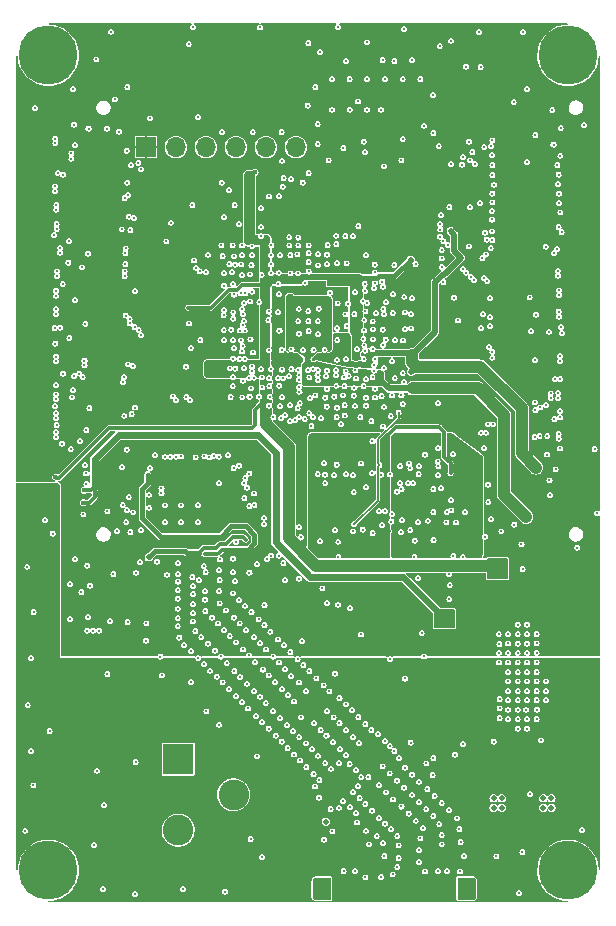
<source format=gbr>
%TF.GenerationSoftware,KiCad,Pcbnew,(6.0.0)*%
%TF.CreationDate,2022-03-28T06:28:01-07:00*%
%TF.ProjectId,ecp5u85-bse-usb,65637035-7538-4352-9d62-73652d757362,A*%
%TF.SameCoordinates,Original*%
%TF.FileFunction,Copper,L5,Inr*%
%TF.FilePolarity,Positive*%
%FSLAX46Y46*%
G04 Gerber Fmt 4.6, Leading zero omitted, Abs format (unit mm)*
G04 Created by KiCad (PCBNEW (6.0.0)) date 2022-03-28 06:28:01*
%MOMM*%
%LPD*%
G01*
G04 APERTURE LIST*
G04 Aperture macros list*
%AMFreePoly0*
4,1,15,-0.770000,0.650000,-0.761954,0.719015,-0.717534,0.819490,-0.639922,0.897238,-0.539524,0.941833,-0.470000,0.950000,0.770000,0.950000,0.770000,-0.950000,-0.470000,-0.950000,-0.539015,-0.941954,-0.639490,-0.897534,-0.717238,-0.819922,-0.761833,-0.719524,-0.770000,-0.650000,-0.770000,0.650000,-0.770000,0.650000,$1*%
%AMFreePoly1*
4,1,15,-0.770000,0.950000,0.470000,0.950000,0.539015,0.941954,0.639490,0.897534,0.717238,0.819922,0.761833,0.719524,0.770000,0.650000,0.770000,-0.650000,0.761954,-0.719015,0.717534,-0.819490,0.639922,-0.897238,0.539524,-0.941833,0.470000,-0.950000,-0.770000,-0.950000,-0.770000,0.950000,-0.770000,0.950000,$1*%
G04 Aperture macros list end*
%TA.AperFunction,ComponentPad*%
%ADD10FreePoly0,0.000000*%
%TD*%
%TA.AperFunction,ComponentPad*%
%ADD11FreePoly1,0.000000*%
%TD*%
%TA.AperFunction,ComponentPad*%
%ADD12R,1.700000X1.700000*%
%TD*%
%TA.AperFunction,ComponentPad*%
%ADD13O,1.700000X1.700000*%
%TD*%
%TA.AperFunction,ComponentPad*%
%ADD14R,2.600000X2.600000*%
%TD*%
%TA.AperFunction,ComponentPad*%
%ADD15C,2.600000*%
%TD*%
%TA.AperFunction,ViaPad*%
%ADD16C,0.300000*%
%TD*%
%TA.AperFunction,ViaPad*%
%ADD17C,5.000000*%
%TD*%
%TA.AperFunction,ViaPad*%
%ADD18C,0.400000*%
%TD*%
%TA.AperFunction,ViaPad*%
%ADD19C,0.500000*%
%TD*%
%TA.AperFunction,ViaPad*%
%ADD20C,1.000000*%
%TD*%
%TA.AperFunction,Conductor*%
%ADD21C,0.127000*%
%TD*%
%TA.AperFunction,Conductor*%
%ADD22C,0.400000*%
%TD*%
%TA.AperFunction,Conductor*%
%ADD23C,0.300000*%
%TD*%
%TA.AperFunction,Conductor*%
%ADD24C,0.500000*%
%TD*%
%TA.AperFunction,Conductor*%
%ADD25C,0.090000*%
%TD*%
%TA.AperFunction,Conductor*%
%ADD26C,1.000000*%
%TD*%
%TA.AperFunction,Conductor*%
%ADD27C,0.600000*%
%TD*%
%TA.AperFunction,Conductor*%
%ADD28C,0.150000*%
%TD*%
G04 APERTURE END LIST*
D10*
%TO.N,GND*%
%TO.C,J4*%
X207140341Y-125233000D03*
D11*
X219415341Y-125233000D03*
%TD*%
D12*
%TO.N,+3V3*%
%TO.C,J3*%
X192242841Y-62458000D03*
D13*
%TO.N,GND*%
X194782841Y-62458000D03*
%TO.N,Net-(J3-Pad3)*%
X197322841Y-62458000D03*
%TO.N,Net-(J3-Pad4)*%
X199862841Y-62458000D03*
%TO.N,Net-(J3-Pad5)*%
X202402841Y-62458000D03*
%TO.N,Net-(J3-Pad6)*%
X204942841Y-62458000D03*
%TD*%
D14*
%TO.N,Net-(D11-Pad2)*%
%TO.C,J5*%
X194992841Y-114283000D03*
D15*
%TO.N,GND*%
X194992841Y-120283000D03*
X199692841Y-117283000D03*
%TD*%
D16*
%TO.N,GND*%
X219670000Y-67545000D03*
X198420742Y-90906795D03*
X221449189Y-93923515D03*
X215812841Y-60643000D03*
X213172841Y-74883000D03*
X197342841Y-73043000D03*
X201192841Y-101833000D03*
X216992841Y-84133000D03*
X215009166Y-95766675D03*
X187842841Y-121533000D03*
X206888587Y-117528746D03*
X223731650Y-108483000D03*
D17*
X183992841Y-54683000D03*
D16*
X215300020Y-98928570D03*
X191185804Y-93380073D03*
X195652841Y-81033000D03*
X202242841Y-93833000D03*
X201652841Y-97763000D03*
X190652841Y-93203000D03*
X210842841Y-111283000D03*
X188125000Y-115250000D03*
X204392841Y-70783000D03*
X215379841Y-89433000D03*
X223731651Y-107683000D03*
X200742841Y-103333000D03*
X224542841Y-57533000D03*
X202002341Y-69981828D03*
X224542841Y-63693000D03*
X187212841Y-90983000D03*
X194978196Y-99233000D03*
X188642841Y-125283000D03*
X203592841Y-110783000D03*
X203792841Y-108333000D03*
X190522841Y-72373000D03*
X225292841Y-76633000D03*
X203742841Y-79623000D03*
X211092841Y-115783000D03*
X219072841Y-97143500D03*
X186182841Y-81843000D03*
X182242841Y-109683000D03*
X199892841Y-104383000D03*
X192588921Y-89609500D03*
X208373099Y-69950398D03*
X220942841Y-95433000D03*
X201592841Y-110633000D03*
X193985341Y-70443500D03*
X206092841Y-106833000D03*
D17*
X227992841Y-54683000D03*
D16*
X203742841Y-61183000D03*
X197142841Y-97933000D03*
X222931651Y-108483000D03*
X198742841Y-107783000D03*
X196250000Y-102616021D03*
X217283341Y-71883000D03*
X185742841Y-70383000D03*
X218592841Y-119283000D03*
X195872841Y-53713000D03*
X216527888Y-115622161D03*
X211142841Y-121483000D03*
X205792841Y-108483000D03*
X202992841Y-110183000D03*
X214792841Y-115583000D03*
X191762841Y-97563000D03*
X204579320Y-79587384D03*
X196942841Y-103933000D03*
X206692841Y-107433000D03*
X210452841Y-103713000D03*
X190692841Y-57383000D03*
X203742841Y-112783000D03*
X215092841Y-119483000D03*
X191342841Y-125683000D03*
X205158342Y-70108000D03*
X209942841Y-123733000D03*
X200392841Y-109433000D03*
X205092841Y-105783000D03*
X201112841Y-121033000D03*
X205792841Y-112933000D03*
X220472841Y-52733000D03*
X212492841Y-112733000D03*
X198092841Y-105083000D03*
X206827341Y-71524830D03*
X182742841Y-101833000D03*
X208477342Y-75694560D03*
X209241483Y-77599852D03*
X224531651Y-105283000D03*
X198712841Y-61193000D03*
X201022841Y-98473000D03*
X209792841Y-112383000D03*
X215600000Y-103575000D03*
X213992841Y-61783000D03*
X195412841Y-125253000D03*
X187792841Y-103383000D03*
X197242841Y-100767924D03*
X205842841Y-114933000D03*
X205078832Y-71545179D03*
X220642841Y-77783000D03*
X201392841Y-108483000D03*
X207835069Y-74772792D03*
X184350630Y-95177182D03*
X206027342Y-72203738D03*
X202792841Y-103483000D03*
X211992841Y-119233000D03*
X204542841Y-107233000D03*
X199642841Y-100233000D03*
X185252841Y-81623000D03*
X208242841Y-107033000D03*
X222931651Y-109283001D03*
X199892841Y-108933000D03*
X217125479Y-53890188D03*
X182042841Y-120333000D03*
X189292841Y-52683000D03*
X210147341Y-79563389D03*
X202682841Y-66633000D03*
X206792842Y-62182999D03*
X227312841Y-87963000D03*
X225349349Y-110076792D03*
X206012841Y-53623000D03*
X209542841Y-118333000D03*
X210142841Y-119633000D03*
X217972841Y-99543000D03*
X206027342Y-72986352D03*
X203442841Y-104133000D03*
X208942841Y-117833000D03*
X212442841Y-122483000D03*
X210342841Y-117583000D03*
X210842841Y-118083000D03*
X224872841Y-78003000D03*
X185202841Y-74043000D03*
X199642841Y-98433000D03*
X202861842Y-72383000D03*
X183692841Y-94033000D03*
X195242841Y-92783000D03*
X196092841Y-107733000D03*
X209192841Y-113933000D03*
X223731650Y-106082999D03*
X225331651Y-107683000D03*
X191322841Y-84503000D03*
X189200000Y-102575000D03*
X200142841Y-100783000D03*
X196250000Y-101908914D03*
X228779570Y-96359687D03*
X186062841Y-83033000D03*
X201442115Y-92763110D03*
X208492841Y-101193000D03*
X224531651Y-111683000D03*
X206602841Y-57353000D03*
X191422841Y-98483000D03*
X219192841Y-122483000D03*
X211612841Y-72398500D03*
X204042841Y-106633000D03*
X191382841Y-114533000D03*
X214712841Y-77803000D03*
X230452841Y-93463000D03*
X203592841Y-84383000D03*
X206878342Y-76129807D03*
X205512841Y-65453000D03*
X215992841Y-118483000D03*
X223822841Y-125583000D03*
X206027342Y-71427223D03*
X207342841Y-89220000D03*
X224142841Y-98183000D03*
X207292841Y-108033000D03*
X215392841Y-116183000D03*
X187332841Y-71473000D03*
X203892841Y-97683000D03*
X210442841Y-89233000D03*
X201856852Y-75557103D03*
X200992841Y-105483000D03*
X201292841Y-61193000D03*
X224531651Y-106883000D03*
X198592841Y-105583000D03*
X206842841Y-113983000D03*
X225327701Y-104475593D03*
X198852841Y-78783000D03*
X198942841Y-125483000D03*
X190792841Y-92083000D03*
X200642841Y-101283000D03*
X212992841Y-120183000D03*
X209792841Y-117033000D03*
X198242841Y-107283000D03*
X224531651Y-109283000D03*
X205292841Y-114383000D03*
X209190838Y-80373500D03*
X214662841Y-112873000D03*
X210241670Y-69131827D03*
X223731651Y-110883000D03*
X226392841Y-78083000D03*
X201792841Y-102433000D03*
X202002341Y-69193000D03*
X205192841Y-98983000D03*
X209978341Y-74733000D03*
X200192841Y-102783000D03*
X212342841Y-121383000D03*
X214692841Y-76563000D03*
X215992841Y-114633000D03*
X182210591Y-97976567D03*
X215892841Y-123783000D03*
X222931651Y-103683001D03*
X207382841Y-79613000D03*
X216572841Y-58023000D03*
X204692841Y-111883000D03*
X193042841Y-88513000D03*
X201923694Y-52325804D03*
X207442841Y-114583000D03*
X197292841Y-101733000D03*
X217292841Y-120683000D03*
X210842841Y-124283000D03*
X205362841Y-95473000D03*
X190700000Y-102675000D03*
X208432841Y-80453000D03*
X199092841Y-106133000D03*
X189632841Y-58413000D03*
X226842841Y-85483000D03*
X197692841Y-106783000D03*
X217892841Y-118583000D03*
X206823674Y-72466179D03*
X206808341Y-78262613D03*
X211792841Y-120783000D03*
X214792841Y-117283000D03*
X218842841Y-123783000D03*
X191622841Y-63793000D03*
X223731650Y-104483000D03*
X222342841Y-94983000D03*
X199042841Y-101683000D03*
X209192841Y-109633000D03*
X219000000Y-63933000D03*
X196872841Y-78783000D03*
X194942841Y-101531097D03*
X184587942Y-79083000D03*
X206592841Y-116583000D03*
X197492841Y-104483000D03*
X218433557Y-113882203D03*
X226131651Y-109283000D03*
X196442841Y-103433000D03*
X214192841Y-114983000D03*
X190232343Y-89558000D03*
X226131651Y-108483000D03*
X199592841Y-70783000D03*
X223731650Y-102883000D03*
X210892841Y-71592500D03*
X204492841Y-105183000D03*
X203469600Y-74058586D03*
X204532841Y-65173000D03*
X194062841Y-98653000D03*
X198342841Y-102783000D03*
X208592841Y-118383000D03*
X208492841Y-52283000D03*
X184492841Y-69883000D03*
X211889841Y-112121469D03*
X199692841Y-102283000D03*
X186162841Y-60543000D03*
X206027342Y-70767870D03*
X210192841Y-116533000D03*
X208092841Y-112833000D03*
X182531628Y-105728883D03*
X199742841Y-106833000D03*
X200302841Y-78813000D03*
X225331651Y-106083000D03*
X224052841Y-96093000D03*
X209192841Y-111783000D03*
X201892841Y-104433000D03*
X205158830Y-77174619D03*
X210064870Y-115209478D03*
X207722841Y-63583000D03*
X196250000Y-100282569D03*
X223731651Y-103683000D03*
X212142841Y-124233000D03*
X209522841Y-101453000D03*
X196639480Y-92772834D03*
X200792841Y-107883000D03*
X198442841Y-98283000D03*
X194942841Y-100682569D03*
X197372841Y-110223000D03*
X208042841Y-120383000D03*
X224531651Y-110883000D03*
X196742841Y-99083000D03*
X212242841Y-94472500D03*
X194942841Y-103016021D03*
X207342841Y-121083000D03*
X225200000Y-80475000D03*
X203793507Y-63606372D03*
X205192841Y-78243000D03*
X215392841Y-121983000D03*
X199422841Y-83593000D03*
X211429841Y-87333000D03*
X187218205Y-86394590D03*
X202292841Y-101233000D03*
X196250000Y-101131097D03*
X185782841Y-78593000D03*
X190622841Y-62753000D03*
X205942841Y-58933000D03*
X202861842Y-71583000D03*
X191332841Y-74643000D03*
X216992841Y-123733000D03*
X225331651Y-110883000D03*
X187292841Y-103383000D03*
X225331651Y-108483000D03*
X196192841Y-67333000D03*
X207578831Y-72341998D03*
X211992841Y-116483000D03*
X190682841Y-65463000D03*
X213642841Y-121583000D03*
X195892841Y-77383000D03*
X205188341Y-76132846D03*
X192610579Y-60020165D03*
X185882841Y-88013000D03*
X198442841Y-100033000D03*
X189799487Y-94974010D03*
X225327701Y-105275593D03*
X221932841Y-122513000D03*
X198662841Y-65463000D03*
X194942841Y-99975462D03*
X198872841Y-68373000D03*
X207637696Y-70742042D03*
X212292841Y-114883000D03*
X199282841Y-66073000D03*
X212942841Y-90163000D03*
X201892841Y-108983000D03*
X196092841Y-105133000D03*
X204027645Y-99117114D03*
X184692841Y-86003000D03*
X208642841Y-111233000D03*
D17*
X183992841Y-123683000D03*
D16*
X187542841Y-99583000D03*
X216092841Y-116783000D03*
X196233453Y-52309500D03*
X194942841Y-102308914D03*
X213292841Y-113583000D03*
X217942841Y-100723000D03*
X197192841Y-106233000D03*
X216592841Y-114153000D03*
X213642841Y-122633000D03*
X225331651Y-106883000D03*
X207042841Y-111783000D03*
X204792841Y-109383000D03*
X207202841Y-99823000D03*
X202242841Y-94383000D03*
X208552841Y-97133000D03*
X213362841Y-78763000D03*
X208692841Y-113433000D03*
X217292841Y-72583000D03*
X208452342Y-77781841D03*
X197302841Y-98443000D03*
X207578831Y-71549525D03*
X208992841Y-123733000D03*
X206012841Y-77183000D03*
X225331651Y-109283000D03*
X206797341Y-77182634D03*
X192300000Y-102775000D03*
X207942841Y-115083000D03*
X223731651Y-105283000D03*
X205242841Y-112383000D03*
X209242843Y-72302321D03*
X207542841Y-112283000D03*
X210242841Y-110683000D03*
X216592841Y-119083000D03*
X201656881Y-114034127D03*
X196322841Y-72053000D03*
X212900000Y-105775000D03*
X188052841Y-55033000D03*
X195492841Y-104633000D03*
X200132841Y-68983000D03*
X199762841Y-67373000D03*
X198748603Y-71669499D03*
X223731651Y-106883000D03*
X214092841Y-116683000D03*
X203042841Y-105583000D03*
X200631470Y-80374194D03*
X193892841Y-92783000D03*
X197532841Y-71563000D03*
X222131652Y-106082999D03*
X219590000Y-70865000D03*
X205392841Y-110733000D03*
X222931651Y-106083000D03*
X215492841Y-120983000D03*
X224531651Y-104483000D03*
X215692841Y-120083000D03*
X203542841Y-106083000D03*
X196649768Y-59895882D03*
X205592841Y-106283000D03*
X203192841Y-107733000D03*
X218072841Y-53443000D03*
X190622841Y-88063000D03*
X207892841Y-118483000D03*
X190532841Y-76713000D03*
X205145432Y-73153115D03*
X213492841Y-116083000D03*
X229342841Y-60583000D03*
X185802841Y-102413000D03*
X198537341Y-97365000D03*
X208592841Y-114583000D03*
X215895879Y-88481815D03*
X213542841Y-123383000D03*
X202142841Y-106683000D03*
X205158342Y-70783000D03*
X218242841Y-88433000D03*
X185992841Y-83643000D03*
X213142841Y-124033000D03*
X215800000Y-105575000D03*
X206492841Y-111233000D03*
X210492841Y-115783000D03*
X212170841Y-90183000D03*
X202442841Y-104983000D03*
X200602841Y-77983000D03*
X224132841Y-122123000D03*
X200492841Y-104983000D03*
X214802841Y-75253000D03*
X224752841Y-117223000D03*
X185807457Y-99458476D03*
X213142841Y-76477978D03*
X206022841Y-64643000D03*
X203492841Y-73083000D03*
X222931651Y-107683001D03*
X213855841Y-95033033D03*
X230242841Y-87993000D03*
X213542841Y-120783000D03*
X210872841Y-82083000D03*
X217742841Y-123733000D03*
X209142842Y-69982999D03*
X214992841Y-97143500D03*
X205462841Y-104273000D03*
X221232841Y-91023000D03*
X186237782Y-97335260D03*
X194992841Y-97683000D03*
X198642841Y-70783000D03*
X223731651Y-111683000D03*
X206022841Y-78043000D03*
X221300000Y-79375000D03*
X200242841Y-107333000D03*
X182542841Y-113583000D03*
X185692841Y-72233000D03*
X227372841Y-60813000D03*
X222131651Y-105283000D03*
X223731650Y-110083000D03*
X188682841Y-118173000D03*
X210192841Y-58583000D03*
X217292841Y-121483000D03*
X193592841Y-107183000D03*
X226131651Y-107683000D03*
X191856700Y-78375050D03*
X220542841Y-67203000D03*
X208642841Y-109083000D03*
X210692841Y-61983000D03*
X226942841Y-89733000D03*
X186952841Y-93553000D03*
X226242841Y-86933000D03*
X206007341Y-76323000D03*
X193477553Y-105586516D03*
X214212061Y-107445579D03*
X213692841Y-114183000D03*
X218342841Y-75193000D03*
X209792841Y-94983000D03*
X212892841Y-113183000D03*
X203542841Y-66603000D03*
X207565719Y-101062090D03*
X203942841Y-104633000D03*
X210042841Y-118833000D03*
X199292841Y-108333000D03*
X223731651Y-109283000D03*
X195242841Y-94183000D03*
X213892841Y-118283000D03*
X187344565Y-102230594D03*
X224531651Y-108483000D03*
X203542842Y-74882999D03*
X198842841Y-103333000D03*
X224192841Y-52733000D03*
X198492841Y-99083000D03*
X226762841Y-62243000D03*
X197842841Y-102283000D03*
X226144294Y-84276028D03*
X196250000Y-99595000D03*
X211342841Y-111783000D03*
X201392841Y-103933000D03*
X205723840Y-73932999D03*
X215392841Y-117883000D03*
X201262044Y-70854794D03*
X208462841Y-78773000D03*
X208392841Y-89333000D03*
X203822841Y-65803000D03*
X202642841Y-107183000D03*
X202658342Y-79663000D03*
X198465292Y-111356127D03*
X219100000Y-63293000D03*
X205232841Y-94603000D03*
X206992841Y-95783000D03*
X213192841Y-117683000D03*
X196192841Y-98833000D03*
X186842841Y-72633000D03*
X214492841Y-118883000D03*
X204792841Y-113883000D03*
X225327701Y-103675593D03*
X220958341Y-69693000D03*
X204492841Y-71583000D03*
X194362476Y-68855443D03*
X211632841Y-73953000D03*
X205192841Y-107783000D03*
X214086789Y-52456239D03*
X210292841Y-112883000D03*
X215392841Y-122983000D03*
X226092841Y-70883000D03*
X212492841Y-119733000D03*
X218292841Y-97083000D03*
X210692841Y-80383000D03*
X216952841Y-89073000D03*
X214542841Y-89233000D03*
X203562841Y-77993000D03*
X188292841Y-103383000D03*
X226452841Y-91923000D03*
X196692841Y-105733000D03*
X212592841Y-117083000D03*
X197242841Y-100060817D03*
X210892841Y-120333000D03*
X199780000Y-99175000D03*
X207792841Y-108533000D03*
X220859996Y-87930324D03*
X206442745Y-79619660D03*
X222931651Y-105283000D03*
X202292841Y-102933000D03*
X223392841Y-58633000D03*
X224531651Y-102883000D03*
X190282841Y-92763000D03*
X194992841Y-98583000D03*
X224531651Y-103683000D03*
X211392841Y-118633000D03*
X224431651Y-110083000D03*
X217912841Y-98622500D03*
X184552841Y-84373000D03*
X196642841Y-94183000D03*
X224531651Y-106083000D03*
X209692841Y-110133000D03*
X204292841Y-108833000D03*
X182842841Y-59133000D03*
X203592841Y-71583000D03*
X222931651Y-106883000D03*
X217292841Y-117983000D03*
X222931651Y-110083000D03*
X187132841Y-77403000D03*
X199342841Y-103833000D03*
X209492841Y-114683000D03*
D17*
X227992841Y-123683000D03*
D16*
X226192841Y-88483000D03*
X208428832Y-72266062D03*
X202392841Y-109533000D03*
X195092841Y-103983000D03*
X186692841Y-87353000D03*
X204192841Y-111383000D03*
X226665646Y-59304095D03*
X217092841Y-119783000D03*
X204242841Y-113333000D03*
X221246654Y-92496565D03*
X185148224Y-87557298D03*
X212892841Y-115483000D03*
X198492841Y-101083000D03*
X186262841Y-75393000D03*
X202642841Y-111683000D03*
X201492841Y-106033000D03*
X220100000Y-63875000D03*
X184642841Y-82583000D03*
X229192841Y-120283000D03*
X203912841Y-65083000D03*
X203242841Y-112283000D03*
X226422841Y-90673000D03*
X202877341Y-70783000D03*
X206942841Y-116033000D03*
X217244013Y-91332358D03*
X208142841Y-110733000D03*
X222926911Y-104479278D03*
X190942841Y-95033000D03*
X225200000Y-84075000D03*
X182732841Y-116503000D03*
X222931651Y-110883000D03*
X199613859Y-97291606D03*
X208542341Y-95861173D03*
X189500000Y-98575000D03*
X193892841Y-94183000D03*
X187472841Y-84553000D03*
X200384534Y-70783000D03*
X218892841Y-121283000D03*
X209796263Y-69981922D03*
X192242841Y-104233000D03*
X218100000Y-63875000D03*
X205547841Y-79640344D03*
X204492841Y-73148500D03*
X208383932Y-70655179D03*
X206442841Y-115533000D03*
X200892841Y-109983000D03*
X193212841Y-97543000D03*
X216692841Y-117383000D03*
X202092841Y-111133000D03*
X220772841Y-76563000D03*
X224531651Y-107683000D03*
X218792841Y-120183000D03*
X204394013Y-70084172D03*
X209072841Y-84293000D03*
X186062841Y-57553000D03*
X223452841Y-94413000D03*
X206292841Y-113433000D03*
X207592841Y-110183000D03*
%TO.N,DDR_VREF*%
X213642913Y-84934323D03*
X209892841Y-94383000D03*
X212019841Y-89356406D03*
D18*
%TO.N,+3V3*%
X227292841Y-91183000D03*
D16*
X205440903Y-80395404D03*
X209042841Y-62983000D03*
D19*
X226592841Y-98583000D03*
D16*
X214012841Y-59473000D03*
X215492841Y-59393000D03*
X220947336Y-69258253D03*
X207292841Y-74047500D03*
D18*
X184592841Y-88783000D03*
D19*
X225792841Y-97883000D03*
D16*
X198742841Y-83608500D03*
D18*
X184592841Y-89583000D03*
D19*
X189992841Y-97283000D03*
D16*
X204579320Y-80401504D03*
X200692841Y-91707500D03*
X223492841Y-56583000D03*
D18*
X227292841Y-92783000D03*
D16*
X206292841Y-74047500D03*
X195622841Y-89733498D03*
D19*
X226592841Y-97883000D03*
D16*
X207619013Y-70109172D03*
X185392841Y-88383000D03*
X215132841Y-71742500D03*
X185492841Y-95883000D03*
X198822841Y-88643000D03*
D19*
X225792841Y-98583000D03*
D18*
X184592841Y-87983000D03*
D16*
X222692841Y-60783000D03*
D18*
X227292841Y-91983000D03*
D16*
X211592841Y-63933000D03*
%TO.N,/FTDI/1.0V*%
X196462841Y-88723000D03*
X200597063Y-92155722D03*
D18*
X200693341Y-94563662D03*
D16*
X198412841Y-96803000D03*
X197242841Y-96903000D03*
X192392841Y-90183000D03*
D19*
%TO.N,/FTDI/Vcore*%
X192492841Y-97183000D03*
D16*
X196762841Y-96803000D03*
X200692841Y-95683000D03*
X195692841Y-96783000D03*
X193892841Y-96683000D03*
D19*
%TO.N,+5V*%
X227092841Y-106683000D03*
X220992841Y-107283000D03*
D18*
X184592841Y-91983000D03*
X184592841Y-91183000D03*
D19*
X183992841Y-108083000D03*
X186292841Y-107283000D03*
X202692841Y-117183000D03*
X185492841Y-107283000D03*
D16*
X223792841Y-112883000D03*
D19*
X227092841Y-105983000D03*
X184792841Y-107283000D03*
X203792841Y-117183000D03*
D16*
X204592841Y-122083000D03*
D19*
X183992841Y-107283000D03*
X220992841Y-108083000D03*
D18*
X184592841Y-92783000D03*
D19*
X204692841Y-117183000D03*
D16*
%TO.N,+1V1*%
X204372841Y-77183000D03*
X206002841Y-79083000D03*
D19*
X221692841Y-117583000D03*
D16*
X204378341Y-75057868D03*
X206002841Y-75283000D03*
X204432841Y-79193000D03*
X207683538Y-77147419D03*
D19*
X221692841Y-118383000D03*
D16*
X207612841Y-76123000D03*
X204372841Y-78243000D03*
X207652962Y-78206221D03*
D19*
X222392841Y-118383000D03*
X222392841Y-117583000D03*
D16*
X204362841Y-76123000D03*
X207492841Y-75283000D03*
X221692841Y-112783000D03*
D20*
X224452841Y-93753000D03*
D16*
X207592841Y-79223000D03*
%TO.N,RAM_VDD*%
X209385270Y-78712178D03*
X219092841Y-112983000D03*
D19*
X217142841Y-102783000D03*
D16*
X207382841Y-80443000D03*
D20*
X225292841Y-89583000D03*
D19*
X217842841Y-102783000D03*
D16*
X206427341Y-80433000D03*
D18*
X187022841Y-91503000D03*
D16*
X209353604Y-79389054D03*
X208358341Y-79467504D03*
D19*
X218922841Y-71823000D03*
X217142841Y-101983000D03*
D18*
X186958721Y-92545915D03*
X214712841Y-81483000D03*
D19*
X225892841Y-118383000D03*
X225892841Y-117583000D03*
X217842841Y-101983000D03*
X226592841Y-118383000D03*
D16*
X225692841Y-112683000D03*
D19*
X218062841Y-69563000D03*
X226592841Y-117583000D03*
%TO.N,+2V5*%
X222392841Y-97883000D03*
D16*
X210044014Y-80434173D03*
X209492841Y-59283000D03*
D19*
X222392841Y-98683000D03*
D18*
X201492841Y-64583000D03*
D16*
X202647342Y-80483000D03*
X207992841Y-59283000D03*
D18*
X184592841Y-90383000D03*
D16*
X197362841Y-81053000D03*
X202647342Y-78815157D03*
D19*
X221592841Y-97883000D03*
D16*
X209908342Y-73957243D03*
X210992841Y-59283000D03*
D19*
X214662841Y-71973000D03*
D16*
X212172841Y-59283000D03*
D19*
X221592841Y-98683000D03*
D16*
X195849423Y-76036418D03*
X202642841Y-78113000D03*
X202721729Y-74116457D03*
%TO.N,/Power/VCCIO3*%
X203432841Y-76413000D03*
X202658342Y-76373000D03*
X202628237Y-77101601D03*
%TO.N,/Power/VCCIO6*%
X209908342Y-76581394D03*
X209351254Y-75700816D03*
X209148785Y-76624711D03*
%TO.N,Net-(D1-Pad2)*%
X202092841Y-122583000D03*
%TO.N,/DONE*%
X212392841Y-64083000D03*
X213292841Y-55183000D03*
%TO.N,Net-(D2-Pad2)*%
X213992841Y-56683000D03*
%TO.N,/~{INIT}*%
X213882841Y-63583000D03*
X214792841Y-55083000D03*
%TO.N,Net-(D3-Pad2)*%
X215492841Y-56683000D03*
%TO.N,/FPGA/LED3*%
X212292841Y-55083000D03*
X189962841Y-61138498D03*
%TO.N,Net-(D4-Pad2)*%
X212492841Y-56683000D03*
%TO.N,/FPGA/LED2*%
X199650425Y-78782999D03*
X196043080Y-79452499D03*
X210992841Y-53583000D03*
%TO.N,Net-(D5-Pad2)*%
X210992841Y-56683000D03*
%TO.N,/FPGA/LED1*%
X188972841Y-60883000D03*
X209192841Y-55183000D03*
%TO.N,Net-(D6-Pad2)*%
X209492841Y-56683000D03*
%TO.N,/FPGA/LED0*%
X206992841Y-54383000D03*
X187392841Y-60883000D03*
%TO.N,Net-(D7-Pad2)*%
X207992841Y-56683000D03*
%TO.N,/FPGA/~{FPGA_RESET}*%
X210782841Y-62853000D03*
X219900000Y-62875000D03*
X225232841Y-61433000D03*
%TO.N,/FPGA/GPIO1*%
X206792841Y-60483000D03*
X186242841Y-62253000D03*
%TO.N,/FPGA/~{FPGA_RESETrq}*%
X221592841Y-61883000D03*
X219700000Y-63575000D03*
%TO.N,/FPGA/D2I0+*%
X201228353Y-81450165D03*
X195964263Y-83884422D03*
X184648409Y-86983000D03*
%TO.N,/FPGA/D3I0+*%
X198832498Y-76661123D03*
X187052841Y-80933000D03*
X190732841Y-80846000D03*
%TO.N,/FPGA/D2I0-*%
X195681419Y-83601578D03*
X184648409Y-86583000D03*
X201228342Y-81023408D03*
%TO.N,/FPGA/D3I0-*%
X198843947Y-76233499D03*
X187052841Y-80533000D03*
X191142841Y-80973000D03*
%TO.N,/FPGA/D2I1+*%
X194809263Y-83849422D03*
X184654689Y-85383000D03*
X199832841Y-81203000D03*
%TO.N,/FPGA/D3I1+*%
X199656990Y-76966206D03*
%TO.N,/FPGA/D2I1-*%
X184654689Y-84983000D03*
X199382841Y-81183000D03*
X194526419Y-83566578D03*
%TO.N,/FPGA/D3I1-*%
X199652842Y-76445010D03*
%TO.N,/FPGA/D2IO0+*%
X199599385Y-82682255D03*
X184992841Y-71383000D03*
%TO.N,/FPGA/D3I2+*%
X199692841Y-74933000D03*
%TO.N,/FPGA/D2IO0-*%
X184992841Y-70983000D03*
X200470506Y-82231855D03*
%TO.N,/FPGA/D3I2-*%
X200262841Y-74803000D03*
%TO.N,/FPGA/D2IO1+*%
X199610308Y-81941474D03*
X184692841Y-69383000D03*
%TO.N,/FPGA/D3I3+*%
X201052841Y-73223000D03*
X190872842Y-77382999D03*
X184648409Y-76583000D03*
%TO.N,/FPGA/D2IO1-*%
X184692841Y-68983000D03*
X200535000Y-81144321D03*
%TO.N,/FPGA/D3I3-*%
X184648409Y-76183000D03*
X190872842Y-76982999D03*
X200411229Y-73262499D03*
%TO.N,/FPGA/D2IO2+*%
X200185108Y-80387784D03*
X184676711Y-67747160D03*
%TO.N,/FPGA/D3I4+*%
X184994264Y-77731577D03*
X191292841Y-77683000D03*
X198842841Y-74183000D03*
%TO.N,/FPGA/D2IO2-*%
X184676048Y-67345772D03*
X199642841Y-80353000D03*
%TO.N,/FPGA/D3I4-*%
X199642049Y-74034426D03*
X184523284Y-77763443D03*
X191642841Y-77933000D03*
%TO.N,/FPGA/D2I2+*%
X201339762Y-79842413D03*
%TO.N,/FPGA/D3I5+*%
X196794264Y-72974421D03*
%TO.N,/FPGA/D2I2-*%
X200402841Y-79753000D03*
%TO.N,/FPGA/D3I5-*%
X196508274Y-72663921D03*
%TO.N,/FPGA/D2I3+*%
X190423510Y-85193787D03*
X191042841Y-85033000D03*
X200192841Y-77983000D03*
%TO.N,/FPGA/D3I6+*%
X199324977Y-72363500D03*
%TO.N,/FPGA/D2I3-*%
X201108341Y-78732500D03*
%TO.N,/FPGA/D3I6-*%
X199812841Y-72403000D03*
%TO.N,/FPGA/D2IO3+*%
X199711306Y-79442500D03*
X190523284Y-71452557D03*
%TO.N,/FPGA/D3I7+*%
X201222841Y-71593000D03*
X191842841Y-64333000D03*
%TO.N,/FPGA/D2IO3-*%
X200432841Y-79303000D03*
X190542841Y-71033000D03*
%TO.N,/FPGA/D3I7-*%
X200312841Y-72393000D03*
X190993887Y-63976724D03*
%TO.N,/FPGA/D2IO4+*%
X184618112Y-83783000D03*
%TO.N,/FPGA/D3IO3+*%
X200682841Y-74823000D03*
X190451419Y-66774422D03*
%TO.N,/FPGA/D2IO4-*%
X184618112Y-83383000D03*
%TO.N,/FPGA/D3IO3-*%
X201242841Y-74683000D03*
X190734263Y-66491578D03*
%TO.N,/FPGA/D2IO5+*%
X200549049Y-77148688D03*
X190204363Y-69415342D03*
%TO.N,/FPGA/D3IO4+*%
X184742841Y-73383000D03*
%TO.N,/FPGA/D2IO5-*%
X190942841Y-69493500D03*
X200432841Y-77553000D03*
%TO.N,/FPGA/D3IO4-*%
X184742841Y-72983000D03*
%TO.N,/FPGA/D2IO6+*%
X186901569Y-81907116D03*
%TO.N,/FPGA/D3IO5+*%
X190442841Y-73383000D03*
%TO.N,/FPGA/D2IO6-*%
X186618725Y-81624272D03*
%TO.N,/FPGA/D3IO5-*%
X190442841Y-72983000D03*
%TO.N,/FPGA/D2IO7+*%
X184648409Y-80585683D03*
%TO.N,/FPGA/D3IO6+*%
X198842841Y-73133000D03*
X184582049Y-62133000D03*
%TO.N,/FPGA/D2IO7-*%
X184648409Y-80185683D03*
%TO.N,/FPGA/D3IO6-*%
X184582049Y-61733000D03*
X199562527Y-73020989D03*
%TO.N,/FPGA/D2IO8+*%
X184549972Y-66183000D03*
X198835850Y-77922500D03*
%TO.N,/FPGA/D3IO7+*%
X199722841Y-71703000D03*
X185942841Y-63433000D03*
%TO.N,/FPGA/D2IO8-*%
X199482841Y-77900489D03*
X184549972Y-65783000D03*
%TO.N,/FPGA/D3IO7-*%
X200395634Y-71595306D03*
X185942841Y-62983000D03*
%TO.N,/FPGA/D3IO0+*%
X184648409Y-75033000D03*
%TO.N,/FPGA/D2I4+*%
X190292841Y-82333000D03*
%TO.N,/FPGA/D3IO0-*%
X184661375Y-74596157D03*
%TO.N,/FPGA/D2I4-*%
X190392841Y-81918499D03*
%TO.N,/FPGA/D3IO1-*%
X200452841Y-76593000D03*
X191242841Y-68443500D03*
%TO.N,/FPGA/D3IO1+*%
X200392841Y-76173000D03*
X190792841Y-68333000D03*
%TO.N,/FPGA/D3IO2+*%
X185242841Y-64783000D03*
X201074204Y-75520635D03*
%TO.N,/FPGA/D3IO2-*%
X184792841Y-64633000D03*
X200566731Y-75666003D03*
%TO.N,/FPGA/S00*%
X221442841Y-70983000D03*
%TO.N,/FPGA/D6IO0+*%
X227192841Y-87133000D03*
%TO.N,/FPGA/S01*%
X221542841Y-68583000D03*
%TO.N,/FPGA/D6IO0-*%
X227192841Y-86733000D03*
%TO.N,/FPGA/S02*%
X221542841Y-69583000D03*
%TO.N,/FPGA/D6IO1+*%
X227332841Y-85343000D03*
X211504209Y-78730582D03*
%TO.N,/FPGA/S03*%
X221042841Y-71533000D03*
%TO.N,/FPGA/D6IO1-*%
X210672841Y-78673000D03*
X227332841Y-84813000D03*
%TO.N,/FPGA/S04*%
X221592841Y-70333000D03*
%TO.N,/FPGA/D6IO2+*%
X227492841Y-78183000D03*
%TO.N,/FPGA/S05*%
X220742841Y-71833000D03*
%TO.N,/FPGA/D6IO2-*%
X227392841Y-77683000D03*
%TO.N,/FPGA/S06*%
X221092841Y-70283000D03*
%TO.N,/FPGA/D6IO3+*%
X227132841Y-83703000D03*
X211484460Y-77885505D03*
%TO.N,/FPGA/S10*%
X221742841Y-65633000D03*
X203549741Y-82642419D03*
%TO.N,/FPGA/D6IO3-*%
X210727342Y-77977205D03*
X227148284Y-83248443D03*
%TO.N,/FPGA/S11*%
X204345759Y-81847027D03*
X227242841Y-67183000D03*
%TO.N,/FPGA/D6IO4+*%
X211002841Y-75653000D03*
X227303793Y-80564458D03*
%TO.N,/FPGA/S12*%
X204577341Y-81252581D03*
X227342841Y-67983000D03*
%TO.N,/FPGA/D6IO4-*%
X210612841Y-75513000D03*
X227309634Y-80145772D03*
%TO.N,/FPGA/S13*%
X205090165Y-84520990D03*
X221392841Y-75223000D03*
X205997341Y-81342548D03*
%TO.N,/FPGA/D6IO5+*%
X227342841Y-82083000D03*
X212586732Y-75592500D03*
%TO.N,/FPGA/S14*%
X205211085Y-82138261D03*
X224742841Y-75183000D03*
X204016129Y-85127368D03*
%TO.N,/FPGA/D6IO5-*%
X212362841Y-76173000D03*
X226892841Y-82093500D03*
%TO.N,/FPGA/S15*%
X202722841Y-83583000D03*
X221492841Y-62383000D03*
X201398996Y-81977445D03*
%TO.N,/FPGA/D6IO6+*%
X227222841Y-76803000D03*
%TO.N,/FPGA/S16*%
X203772466Y-83590281D03*
X202822841Y-81243000D03*
X227192841Y-64783000D03*
%TO.N,/FPGA/D6IO6-*%
X227192841Y-76383000D03*
%TO.N,/FPGA/S17*%
X203861313Y-82031472D03*
X221592841Y-67133000D03*
%TO.N,/FPGA/D6IO7+*%
X227242841Y-74983000D03*
%TO.N,/FPGA/S18*%
X227242841Y-66383000D03*
X203772841Y-81283000D03*
%TO.N,/FPGA/D6IO7-*%
X227242841Y-74583000D03*
%TO.N,/FPGA/S19*%
X203050732Y-85316187D03*
X221592841Y-63983000D03*
X202002842Y-81232999D03*
%TO.N,/FPGA/D6I0+*%
X221592841Y-80283000D03*
%TO.N,/FPGA/S110*%
X227092841Y-63983000D03*
X202715321Y-82699490D03*
%TO.N,/FPGA/D6I0-*%
X221592841Y-79783000D03*
%TO.N,/FPGA/S111*%
X221592841Y-66383000D03*
X203437341Y-82023000D03*
%TO.N,/FPGA/D6I1+*%
X220642842Y-86633000D03*
X212543396Y-78751923D03*
X225582841Y-86893000D03*
%TO.N,/FPGA/D6I1-*%
X225162841Y-87013000D03*
X212299616Y-77900010D03*
X221042842Y-86633000D03*
%TO.N,/FPGA/D6I3+*%
X211450777Y-77216000D03*
%TO.N,/FPGA/D6I2+*%
X221222841Y-85923000D03*
X225627032Y-84492500D03*
X214042841Y-78823000D03*
%TO.N,/FPGA/D6I3-*%
X210742841Y-77083000D03*
%TO.N,/FPGA/D6I2-*%
X221622841Y-85923000D03*
X214203271Y-77867500D03*
X225232841Y-84723000D03*
%TO.N,/FPGA/D6I4+*%
X227442842Y-69632999D03*
X210819578Y-74615028D03*
X219384264Y-73074421D03*
%TO.N,/FPGA/S80*%
X227142841Y-65583000D03*
%TO.N,/FPGA/D6I4-*%
X227192842Y-69232999D03*
X219101420Y-72791577D03*
X210777341Y-74054754D03*
%TO.N,/FPGA/S81*%
X221592841Y-64833000D03*
%TO.N,/FPGA/D6I5+*%
X226522470Y-83703000D03*
X211717841Y-76508000D03*
%TO.N,/FPGA/S82*%
X227342841Y-63183000D03*
%TO.N,/FPGA/D6I5-*%
X212424898Y-76600943D03*
X226522470Y-83303000D03*
%TO.N,/FPGA/S83*%
X220902841Y-62453000D03*
%TO.N,/FPGA/D6I6+*%
X214166988Y-76456500D03*
X221159264Y-73799421D03*
X227142842Y-73332999D03*
%TO.N,/FPGA/S84*%
X213292841Y-72433000D03*
X221392841Y-76833000D03*
%TO.N,/FPGA/D6I6-*%
X214132841Y-75117500D03*
X220876420Y-73516577D03*
X227142842Y-72932999D03*
%TO.N,/FPGA/S85*%
X221542841Y-63133000D03*
%TO.N,/FPGA/S60*%
X210836513Y-76366672D03*
X218692841Y-77133000D03*
%TO.N,/FPGA/S86*%
X217442841Y-73883000D03*
X221392841Y-77583000D03*
X212252841Y-73839500D03*
%TO.N,/FPGA/D6I7+*%
X226792764Y-71429605D03*
X212342841Y-74258000D03*
X219759997Y-73450156D03*
%TO.N,/FPGA/D6I7-*%
X227042842Y-71082999D03*
X220042841Y-73733000D03*
X211553469Y-74372284D03*
%TO.N,Net-(J3-Pad4)*%
X202052841Y-73273000D03*
%TO.N,Net-(J3-Pad5)*%
X201992841Y-67633000D03*
X202861842Y-73091070D03*
%TO.N,Net-(Q2-Pad4)*%
X184092841Y-111883000D03*
X188992841Y-107083000D03*
%TO.N,/FPGA/FCLK*%
X217042842Y-62382999D03*
X208972841Y-62523000D03*
%TO.N,Net-(R28-Pad2)*%
X199882067Y-95872500D03*
%TO.N,/FPGA/RAM_CK+*%
X212475649Y-93283000D03*
X211552841Y-80933000D03*
%TO.N,/FPGA/RAM_CK-*%
X211992841Y-93283000D03*
X211592841Y-81383000D03*
%TO.N,Net-(R31-Pad2)*%
X192492841Y-92983000D03*
X187192841Y-90083000D03*
%TO.N,/FPGA/GPIO0*%
X205273834Y-84142511D03*
X191818785Y-94863766D03*
X203492841Y-97033000D03*
%TO.N,/FPGA/FT_RST_{Req}*%
X200982841Y-81983000D03*
X202492841Y-97333000D03*
X201192841Y-72413000D03*
X186792841Y-100133000D03*
%TO.N,/FPGA/RAM_DQ8*%
X216592841Y-93333000D03*
X212973552Y-85222288D03*
%TO.N,/FPGA/RAM_DQ6*%
X211652841Y-83653000D03*
X213763721Y-89437756D03*
%TO.N,/FPGA/RAM_DQ0*%
X212205841Y-83515249D03*
X215342841Y-90133000D03*
%TO.N,/FPGA/RAM_DQ1*%
X215292841Y-94183000D03*
X211342841Y-85633000D03*
%TO.N,/FPGA/RAM_A0*%
X207067841Y-85370000D03*
X208962841Y-83473000D03*
%TO.N,/FPGA/RAM_A12*%
X206392841Y-85308000D03*
X209062841Y-82673000D03*
%TO.N,/FPGA/RAM_BA0*%
X208401128Y-85317364D03*
X209805841Y-90239591D03*
%TO.N,/FPGA/~{FT_RXF}*%
X206089166Y-84986675D03*
X193573339Y-91773000D03*
%TO.N,/FPGA/~{FT_TXE}*%
X193573339Y-91353000D03*
X205233838Y-85284650D03*
%TO.N,/FPGA/FT_DATA5*%
X199672841Y-89643000D03*
X200572841Y-90896093D03*
%TO.N,/FPGA/FT_DATA11*%
X202084770Y-82797371D03*
X197202841Y-88633000D03*
%TO.N,/FPGA/FT_DATA13*%
X194812841Y-88653000D03*
X200413714Y-83638613D03*
%TO.N,/FPGA/FT_DATA15*%
X202075842Y-81943513D03*
X193882841Y-88663000D03*
%TO.N,/FPGA/RAM_DQ9*%
X213092841Y-83483000D03*
X216992841Y-90233000D03*
%TO.N,/FPGA/RAM_DQ7*%
X210419469Y-85309628D03*
X213092841Y-93533000D03*
%TO.N,/FPGA/RAM_DQ5*%
X213036583Y-94155385D03*
X209956341Y-84349022D03*
%TO.N,/FPGA/RAM_DQ2*%
X212392841Y-84433000D03*
X214642841Y-89633000D03*
%TO.N,/FPGA/RAM_A1*%
X204892841Y-85583000D03*
X209420640Y-81828553D03*
%TO.N,/FPGA/RAM_A11*%
X204476469Y-85649514D03*
X208329717Y-81768500D03*
%TO.N,/FPGA/FT_DATA6*%
X200678341Y-90460650D03*
X200132841Y-89413000D03*
%TO.N,/FPGA/FT_DATA9*%
X205245643Y-81740256D03*
X197986610Y-88597637D03*
%TO.N,/FPGA/FT_DATA12*%
X201024108Y-83577499D03*
X195232841Y-88643000D03*
%TO.N,/FPGA/FT_DATA14*%
X201142399Y-82876956D03*
X194326893Y-88662439D03*
%TO.N,/FPGA/RAM_DQ11*%
X217012841Y-89493000D03*
X213892841Y-83483000D03*
%TO.N,/FPGA/RAM_DQ10*%
X217692841Y-94233000D03*
X213314166Y-82004325D03*
%TO.N,/FPGA/RAM_LDM*%
X216142841Y-94083000D03*
X212303234Y-86105170D03*
%TO.N,/FPGA/RAM_DQ4*%
X213742841Y-90883000D03*
X210874995Y-83665154D03*
%TO.N,/FPGA/RAM_DQ3*%
X214642852Y-94883000D03*
X210892841Y-84333000D03*
%TO.N,/FPGA/RAM_A6*%
X207477341Y-81846188D03*
X203672041Y-85373380D03*
%TO.N,/FPGA/RAM_A7*%
X207392841Y-90183000D03*
X209840876Y-83492293D03*
%TO.N,/FPGA/RAM_A10*%
X206272841Y-86053000D03*
X208218366Y-83576573D03*
%TO.N,/FPGA/FT_DATA10*%
X201815857Y-83573278D03*
X197610877Y-88733384D03*
%TO.N,/FPGA/RAM_DQ13*%
X217004841Y-87940698D03*
X213992841Y-81583000D03*
%TO.N,/FPGA/RAM_DQ12*%
X219292841Y-93333000D03*
X210747856Y-79246569D03*
%TO.N,/FPGA/RAM_LDQS-*%
X214442841Y-90883000D03*
X210682841Y-82673000D03*
%TO.N,/FPGA/RAM_A3*%
X209192841Y-90133000D03*
X209895678Y-82821383D03*
%TO.N,/FPGA/RAM_A5*%
X208766841Y-85883000D03*
X208199710Y-90239670D03*
%TO.N,/FPGA/RAM_A9*%
X207442841Y-90883000D03*
X209072841Y-85183000D03*
%TO.N,/FPGA/RAM_BA1*%
X208377341Y-82653000D03*
X205692841Y-85483000D03*
%TO.N,/FPGA/FT_CLK*%
X199222841Y-88513000D03*
X204442841Y-84296000D03*
%TO.N,/FPGA/FT_DATA3*%
X201389748Y-91773000D03*
X201012841Y-92832501D03*
%TO.N,/FPGA/FT_DATA8*%
X205202840Y-82764262D03*
X198402841Y-88653000D03*
%TO.N,/FPGA/RAM_DQ14*%
X212341767Y-79211252D03*
X218492841Y-94233000D03*
%TO.N,/FPGA/~{RAM_WE}*%
X211621407Y-80378500D03*
X210864166Y-91211675D03*
%TO.N,/FPGA/RAM_LDQS+*%
X211442841Y-81913000D03*
X214866775Y-90908776D03*
%TO.N,/FPGA/RAM_CKE*%
X210036355Y-82037785D03*
X211442841Y-95133000D03*
%TO.N,/FPGA/RAM_A4*%
X209162841Y-81443000D03*
X208242841Y-94883000D03*
%TO.N,/FPGA/RAM_A8*%
X202682841Y-84333000D03*
X206823055Y-82185060D03*
%TO.N,/FPGA/RAM_BA2*%
X209842841Y-91633000D03*
X208429841Y-84511511D03*
%TO.N,/FPGA/FT_DATA4*%
X200792841Y-91283000D03*
X201012841Y-90093000D03*
%TO.N,/FPGA/~{RAM_RAS}*%
X213892841Y-91420000D03*
X212392841Y-81133000D03*
%TO.N,/FPGA/~{RAM_CAS}*%
X213492841Y-91620000D03*
X213094777Y-80577500D03*
%TO.N,/FPGA/~{RAM_RESET}*%
X209989165Y-81361447D03*
X206792841Y-90133000D03*
%TO.N,/FPGA/~{RAM_CS}*%
X211626929Y-82903500D03*
X211392841Y-90023000D03*
%TO.N,/FPGA/RAM_UDQS-*%
X218117841Y-93208000D03*
X210792841Y-79683000D03*
%TO.N,/FPGA/RAM_DQ15*%
X214092841Y-82324825D03*
X218062841Y-92313000D03*
%TO.N,/FPGA/RAM_UDQS+*%
X217720076Y-93342744D03*
X211448767Y-79542566D03*
%TO.N,/FPGA/RAM_UDM*%
X213992841Y-84196000D03*
X216592841Y-91383000D03*
%TO.N,/FPGA/FMISO*%
X219592841Y-61983000D03*
X220592841Y-55683000D03*
%TO.N,/FPGA/FD2*%
X216592841Y-61283000D03*
X219342841Y-55633000D03*
%TO.N,Net-(R15-Pad1)*%
X215082841Y-72353000D03*
X211621083Y-73067500D03*
%TO.N,Net-(R34-Pad2)*%
X192492841Y-91883000D03*
X187092841Y-89383000D03*
%TO.N,Net-(R24-Pad2)*%
X210592841Y-94833000D03*
%TO.N,Net-(R49-Pad1)*%
X222182841Y-104513000D03*
%TO.N,Net-(C131-Pad1)*%
X222192841Y-109983000D03*
D19*
%TO.N,Net-(C50-Pad1)*%
X207492841Y-119583000D03*
D16*
%TO.N,Net-(C60-Pad1)*%
X190592841Y-94183000D03*
X187292841Y-97883000D03*
%TO.N,Net-(C129-Pad1)*%
X222122841Y-103693000D03*
%TO.N,Net-(C118-Pad2)*%
X222192841Y-110783000D03*
%TO.N,Net-(C128-Pad1)*%
X222192841Y-109183000D03*
%TO.N,/FPGA/S07*%
X221552841Y-67853000D03*
%TO.N,Net-(R1-Pad2)*%
X188992841Y-93298500D03*
X202678342Y-82024678D03*
X202842841Y-97033000D03*
%TO.N,/FPGA/S05L*%
X217292841Y-71183000D03*
X207552841Y-84423000D03*
X209042321Y-81956915D03*
%TO.N,/FPGA/S03L*%
X217816712Y-70756871D03*
X208358616Y-81321732D03*
X207455353Y-83655090D03*
%TO.N,/FPGA/S06L*%
X206122841Y-83713000D03*
X206781765Y-81787697D03*
X217142841Y-70033000D03*
%TO.N,/FPGA/S00L*%
X207592842Y-81377935D03*
X207590826Y-82964325D03*
X217442841Y-70433000D03*
%TO.N,/FPGA/S04L*%
X206602841Y-83483000D03*
X217192841Y-69433000D03*
X206831640Y-81315443D03*
%TO.N,/FPGA/S07L*%
X205256543Y-83160139D03*
X217948636Y-67548500D03*
X205152841Y-81323000D03*
%TO.N,/FPGA/S01L*%
X206087341Y-81951828D03*
X217252841Y-68223000D03*
%TO.N,/FPGA/S02L*%
X206402841Y-81223000D03*
X217142841Y-68983000D03*
%TO.N,/RAM/VDD*%
X213912841Y-94023000D03*
X209692841Y-95633000D03*
X209338167Y-89293740D03*
X207792841Y-95733000D03*
X211392841Y-88446000D03*
D19*
X211542841Y-96883000D03*
D16*
X212842841Y-94933000D03*
X211423187Y-94692862D03*
X207966605Y-89324381D03*
X218042841Y-90083000D03*
X216602841Y-95733000D03*
X206642841Y-91383000D03*
%TO.N,/RAM/VDDQ*%
X218662841Y-94853000D03*
X215542841Y-95693000D03*
X216992841Y-88383000D03*
X213305841Y-89433000D03*
X215142841Y-93133000D03*
X220592841Y-88933000D03*
D19*
X214592841Y-96683000D03*
D16*
X215009877Y-88565964D03*
X217672841Y-95623000D03*
X213432841Y-96513000D03*
X216405841Y-89365053D03*
%TD*%
D21*
%TO.N,DDR_VREF*%
X213642913Y-85432928D02*
X213642913Y-84934323D01*
X211867841Y-92408000D02*
X209892841Y-94383000D01*
X211867841Y-89204406D02*
X211867841Y-87208000D01*
X211867841Y-89508406D02*
X211867841Y-92408000D01*
X211867841Y-87208000D02*
X213642913Y-85432928D01*
X212019841Y-89356406D02*
X211867841Y-89508406D01*
X212019841Y-89356406D02*
X211867841Y-89204406D01*
D22*
%TO.N,/FTDI/1.0V*%
X198972841Y-96533000D02*
X200882841Y-96533000D01*
X200882841Y-96533000D02*
X201442841Y-95973000D01*
X198592841Y-95433000D02*
X193492841Y-95433000D01*
X200693341Y-94563662D02*
X200682679Y-94553000D01*
D23*
X198682841Y-96533000D02*
X198972841Y-96533000D01*
D22*
X191932352Y-93872511D02*
X191932352Y-91393489D01*
D23*
X197242841Y-96903000D02*
X198312841Y-96903000D01*
D22*
X192392841Y-90933000D02*
X192392841Y-90183000D01*
X191932352Y-91393489D02*
X192392841Y-90933000D01*
D23*
X198312841Y-96903000D02*
X198412841Y-96803000D01*
D22*
X193492841Y-95433000D02*
X191932352Y-93872511D01*
X200682679Y-94553000D02*
X199472841Y-94553000D01*
X199472841Y-94553000D02*
X198592841Y-95433000D01*
X201442841Y-95313162D02*
X200693341Y-94563662D01*
D23*
X198412841Y-96803000D02*
X198682841Y-96533000D01*
D22*
X201442841Y-95973000D02*
X201442841Y-95313162D01*
D23*
%TO.N,/FTDI/Vcore*%
X196762841Y-96803000D02*
X197182841Y-96383000D01*
X198492841Y-96083000D02*
X198992841Y-96083000D01*
D22*
X193892841Y-96683000D02*
X195592841Y-96683000D01*
X195692841Y-96783000D02*
X195592841Y-96683000D01*
D23*
X200492841Y-95483000D02*
X200692841Y-95683000D01*
D22*
X192992841Y-96683000D02*
X193892841Y-96683000D01*
D23*
X199592841Y-95483000D02*
X200492841Y-95483000D01*
D22*
X192492841Y-97183000D02*
X192992841Y-96683000D01*
D23*
X198992841Y-96083000D02*
X199592841Y-95483000D01*
X198192841Y-96383000D02*
X198492841Y-96083000D01*
D22*
X195692841Y-96783000D02*
X196742841Y-96783000D01*
X196742841Y-96783000D02*
X196762841Y-96803000D01*
D23*
X197182841Y-96383000D02*
X198192841Y-96383000D01*
D24*
%TO.N,+1V1*%
X211942841Y-82033000D02*
X212792841Y-82883000D01*
D25*
X207592841Y-78266342D02*
X207652962Y-78206221D01*
D26*
X224452841Y-93753000D02*
X222592841Y-91893000D01*
D25*
X204362841Y-75073368D02*
X204378341Y-75057868D01*
D24*
X212792841Y-82883000D02*
X214842841Y-82883000D01*
D26*
X220342841Y-82883000D02*
X214842841Y-82883000D01*
X222592841Y-91893000D02*
X222592841Y-85133000D01*
D25*
X204372841Y-76133000D02*
X204362841Y-76123000D01*
D26*
X222592841Y-85133000D02*
X220342841Y-82883000D01*
D24*
%TO.N,RAM_VDD*%
X215162841Y-81033000D02*
X214712841Y-81483000D01*
D23*
X187902841Y-92103000D02*
X187459926Y-92545915D01*
D24*
X217573330Y-73172511D02*
X218922841Y-71823000D01*
D27*
X206182841Y-98873000D02*
X203232841Y-95923000D01*
D24*
X214792841Y-80033000D02*
X216752841Y-78073000D01*
D27*
X189942841Y-86833000D02*
X187902841Y-88873000D01*
D26*
X220542841Y-81033000D02*
X215192841Y-81033000D01*
D24*
X217461056Y-73172511D02*
X217573330Y-73172511D01*
D27*
X203232841Y-95923000D02*
X203232841Y-88313000D01*
X217142841Y-101983000D02*
X214032841Y-98873000D01*
D24*
X215192841Y-81033000D02*
X215162841Y-81033000D01*
D25*
X206492841Y-80443000D02*
X206482841Y-80433000D01*
D23*
X187459926Y-92545915D02*
X186958721Y-92545915D01*
D27*
X214032841Y-98873000D02*
X206182841Y-98873000D01*
D24*
X218362841Y-69863000D02*
X218062841Y-69563000D01*
D28*
X211799521Y-79889680D02*
X211486161Y-79889680D01*
D25*
X209385270Y-79430571D02*
X209353604Y-79398905D01*
X209353604Y-79451245D02*
X209353604Y-79389054D01*
D23*
X187022841Y-91503000D02*
X187602841Y-91503000D01*
D24*
X214649521Y-79889680D02*
X214792841Y-80033000D01*
D23*
X187902841Y-91203000D02*
X187902841Y-92103000D01*
D26*
X224092841Y-88383000D02*
X224092841Y-84583000D01*
X215192841Y-81033000D02*
X214792841Y-80633000D01*
D24*
X218362841Y-69863000D02*
X218362841Y-71263000D01*
D26*
X225292841Y-89583000D02*
X224092841Y-88383000D01*
D24*
X216752841Y-78073000D02*
X216752841Y-73880726D01*
D27*
X203232841Y-88313000D02*
X201752841Y-86833000D01*
D24*
X218362841Y-71263000D02*
X218922841Y-71823000D01*
D27*
X187902841Y-88873000D02*
X187902841Y-91203000D01*
D24*
X211799521Y-79889680D02*
X214649521Y-79889680D01*
X216752841Y-73880726D02*
X217461056Y-73172511D01*
D26*
X214792841Y-80633000D02*
X214792841Y-80033000D01*
D27*
X201752841Y-86833000D02*
X189942841Y-86833000D01*
D23*
X187602841Y-91503000D02*
X187902841Y-91203000D01*
D28*
X211486161Y-79889680D02*
X211242841Y-80133000D01*
D25*
X209337345Y-79467504D02*
X209353604Y-79451245D01*
D26*
X224092841Y-84583000D02*
X220542841Y-81033000D01*
D25*
X206482841Y-80433000D02*
X206427341Y-80433000D01*
D23*
%TO.N,+2V5*%
X200398530Y-74116457D02*
X199996499Y-74518489D01*
D26*
X204352841Y-95583000D02*
X204352841Y-87843000D01*
D23*
X184903330Y-90472511D02*
X184682352Y-90472511D01*
D22*
X214662841Y-71973000D02*
X213282841Y-73353000D01*
D23*
X202721729Y-74116457D02*
X200398530Y-74116457D01*
X197739423Y-76036418D02*
X195849423Y-76036418D01*
D25*
X202642841Y-78067002D02*
X202642841Y-78113000D01*
D23*
X201255892Y-86219108D02*
X189156733Y-86219108D01*
D26*
X221592841Y-97883000D02*
X206652841Y-97883000D01*
X204352841Y-87843000D02*
X202392841Y-85883000D01*
D22*
X212012841Y-73353000D02*
X211852841Y-73513000D01*
D23*
X199996499Y-74518489D02*
X199257352Y-74518489D01*
X201460420Y-86014580D02*
X201255892Y-86219108D01*
X201460420Y-84735420D02*
X201460420Y-86014580D01*
D22*
X210352585Y-73513000D02*
X209908342Y-73957243D01*
X213282841Y-73353000D02*
X212012841Y-73353000D01*
D26*
X206652841Y-97883000D02*
X204352841Y-95583000D01*
D23*
X199257352Y-74518489D02*
X197739423Y-76036418D01*
X202142841Y-84053000D02*
X201460420Y-84735420D01*
X189156733Y-86219108D02*
X184903330Y-90472511D01*
D22*
X211852841Y-73513000D02*
X210352585Y-73513000D01*
D25*
X202647342Y-78062501D02*
X202642841Y-78067002D01*
D23*
X184682352Y-90472511D02*
X184592841Y-90383000D01*
%TO.N,/RAM/VDD*%
X218042841Y-90083000D02*
X218042841Y-89233000D01*
X217092841Y-86183000D02*
X213442841Y-86183000D01*
X213442841Y-86183000D02*
X212342841Y-87283000D01*
X212342841Y-87283000D02*
X212342841Y-87633000D01*
X218042841Y-89233000D02*
X217492841Y-88683000D01*
X217492841Y-88683000D02*
X217492841Y-86583000D01*
X217492841Y-86583000D02*
X217092841Y-86183000D01*
%TD*%
%TA.AperFunction,Conductor*%
%TO.N,+2V5*%
G36*
X222878489Y-97297352D02*
G01*
X222892841Y-97332000D01*
X222892841Y-98984000D01*
X222878489Y-99018648D01*
X222843841Y-99033000D01*
X221191841Y-99033000D01*
X221157193Y-99018648D01*
X221142841Y-98984000D01*
X221142841Y-97332000D01*
X221157193Y-97297352D01*
X221191841Y-97283000D01*
X222843841Y-97283000D01*
X222878489Y-97297352D01*
G37*
%TD.AperFunction*%
%TD*%
%TA.AperFunction,Conductor*%
%TO.N,+3V3*%
G36*
X207492841Y-74983000D02*
G01*
X204832931Y-74983000D01*
X204798283Y-74968648D01*
X204786040Y-74948221D01*
X204785700Y-74947100D01*
X204785229Y-74944732D01*
X204763707Y-74892773D01*
X204757225Y-74883071D01*
X204743368Y-74862332D01*
X204743366Y-74862330D01*
X204742030Y-74860330D01*
X204715511Y-74833811D01*
X204713511Y-74832475D01*
X204713509Y-74832473D01*
X204685075Y-74813475D01*
X204683068Y-74812134D01*
X204666804Y-74805397D01*
X204641233Y-74794805D01*
X204641224Y-74794802D01*
X204640114Y-74794342D01*
X204625774Y-74789992D01*
X204622504Y-74789000D01*
X204622500Y-74788999D01*
X204621356Y-74788652D01*
X204620181Y-74788418D01*
X204620176Y-74788417D01*
X204603792Y-74785158D01*
X204603790Y-74785158D01*
X204602605Y-74784922D01*
X204583095Y-74783000D01*
X204397664Y-74783000D01*
X204397075Y-74783029D01*
X204397072Y-74783029D01*
X204388472Y-74783451D01*
X204388460Y-74783452D01*
X204387867Y-74783481D01*
X204378318Y-74784421D01*
X204377695Y-74784513D01*
X204377698Y-74784513D01*
X204369217Y-74785770D01*
X204369201Y-74785773D01*
X204368606Y-74785861D01*
X204320571Y-74795416D01*
X204269261Y-74805621D01*
X204269252Y-74805623D01*
X204268082Y-74805856D01*
X204249319Y-74811549D01*
X204248200Y-74812013D01*
X204248196Y-74812014D01*
X204244670Y-74813475D01*
X204231661Y-74818864D01*
X204214376Y-74828103D01*
X204133256Y-74882306D01*
X204132331Y-74883065D01*
X204132323Y-74883071D01*
X204126640Y-74887735D01*
X204118102Y-74894742D01*
X204104583Y-74908261D01*
X204103816Y-74909196D01*
X204103813Y-74909199D01*
X204092912Y-74922482D01*
X204092906Y-74922490D01*
X204092147Y-74923415D01*
X204091484Y-74924407D01*
X204091479Y-74924414D01*
X204039716Y-75001884D01*
X204038617Y-75003528D01*
X204038613Y-75003535D01*
X204037954Y-75004521D01*
X204028705Y-75021820D01*
X204021390Y-75039478D01*
X204015697Y-75058241D01*
X204015464Y-75059411D01*
X204015462Y-75059420D01*
X204014631Y-75063600D01*
X203995702Y-75158765D01*
X203994262Y-75168477D01*
X203993322Y-75178026D01*
X203992841Y-75187823D01*
X203992841Y-79397097D01*
X203978489Y-79431745D01*
X203943841Y-79446097D01*
X203916619Y-79437839D01*
X203844596Y-79389716D01*
X203844593Y-79389715D01*
X203840581Y-79387034D01*
X203742841Y-79367592D01*
X203645101Y-79387034D01*
X203562240Y-79442399D01*
X203506875Y-79525260D01*
X203487433Y-79623000D01*
X203506875Y-79720740D01*
X203562240Y-79803601D01*
X203645101Y-79858966D01*
X203742841Y-79878408D01*
X203840581Y-79858966D01*
X203923442Y-79803601D01*
X203978807Y-79720740D01*
X203979748Y-79716007D01*
X203980884Y-79713266D01*
X204007402Y-79686747D01*
X204044905Y-79686747D01*
X204066895Y-79704793D01*
X204092147Y-79742585D01*
X204092841Y-79743431D01*
X204092841Y-79783000D01*
X204132410Y-79783000D01*
X204133256Y-79783694D01*
X204134248Y-79784357D01*
X204134255Y-79784362D01*
X204157046Y-79799590D01*
X204194016Y-79824292D01*
X204211372Y-79835889D01*
X204211376Y-79835892D01*
X204213361Y-79837219D01*
X204213366Y-79837222D01*
X204214367Y-79837891D01*
X204215434Y-79838461D01*
X204215435Y-79838462D01*
X204230600Y-79846569D01*
X204230605Y-79846571D01*
X204231665Y-79847138D01*
X204249325Y-79854453D01*
X204268078Y-79860142D01*
X204275657Y-79861650D01*
X204295165Y-79861650D01*
X204312273Y-79861651D01*
X204314682Y-79861651D01*
X204317042Y-79861181D01*
X204317047Y-79861181D01*
X204350512Y-79854524D01*
X204350522Y-79854522D01*
X204351460Y-79854335D01*
X204352376Y-79854077D01*
X204352383Y-79854075D01*
X204361914Y-79851387D01*
X204366560Y-79850077D01*
X204409720Y-79816054D01*
X204445814Y-79805875D01*
X204467276Y-79813793D01*
X204481580Y-79823350D01*
X204579320Y-79842792D01*
X204584056Y-79841850D01*
X204672325Y-79824292D01*
X204672326Y-79824292D01*
X204677060Y-79823350D01*
X204680703Y-79820916D01*
X204717979Y-79820918D01*
X204731049Y-79828927D01*
X204752371Y-79847138D01*
X204768643Y-79861036D01*
X204772207Y-79862512D01*
X204772208Y-79862513D01*
X204782582Y-79866810D01*
X204803291Y-79875388D01*
X204805654Y-79875858D01*
X204839206Y-79882532D01*
X204839208Y-79882532D01*
X204841560Y-79883000D01*
X204949081Y-79883000D01*
X204975577Y-79890782D01*
X205012829Y-79914729D01*
X205012876Y-79914760D01*
X205014338Y-79915700D01*
X205014346Y-79915705D01*
X205422633Y-80178176D01*
X205570338Y-80273129D01*
X205591723Y-80303938D01*
X205592841Y-80314347D01*
X205592841Y-80377959D01*
X205592959Y-80379156D01*
X205592959Y-80379159D01*
X205594082Y-80390560D01*
X205594082Y-80400163D01*
X205593323Y-80407866D01*
X205592841Y-80417672D01*
X205592841Y-80529055D01*
X205581484Y-80560424D01*
X205491019Y-80668982D01*
X205438282Y-80732267D01*
X205433021Y-80739168D01*
X205428173Y-80746135D01*
X205423527Y-80753472D01*
X205423266Y-80753926D01*
X205423261Y-80753935D01*
X205402543Y-80790031D01*
X205378310Y-80832252D01*
X205377862Y-80833218D01*
X205377861Y-80833220D01*
X205372278Y-80845260D01*
X205371011Y-80847991D01*
X205365247Y-80863912D01*
X205360780Y-80880671D01*
X205360367Y-80883022D01*
X202885347Y-80883186D01*
X202885699Y-80568719D01*
X202887727Y-80558527D01*
X202899397Y-80499855D01*
X202901808Y-80487736D01*
X202902750Y-80483000D01*
X202885889Y-80398235D01*
X202886590Y-79772291D01*
X202891627Y-79764752D01*
X202894308Y-79760740D01*
X202913750Y-79663000D01*
X202894308Y-79565260D01*
X202886834Y-79554074D01*
X202887575Y-78891445D01*
X202901808Y-78819893D01*
X202902750Y-78815157D01*
X202887744Y-78739718D01*
X202888390Y-78162563D01*
X202897307Y-78117736D01*
X202898249Y-78113000D01*
X202888500Y-78063989D01*
X202888579Y-77993000D01*
X203307433Y-77993000D01*
X203326875Y-78090740D01*
X203382240Y-78173601D01*
X203465101Y-78228966D01*
X203562841Y-78248408D01*
X203660581Y-78228966D01*
X203743442Y-78173601D01*
X203798807Y-78090740D01*
X203818249Y-77993000D01*
X203798807Y-77895260D01*
X203743442Y-77812399D01*
X203660581Y-77757034D01*
X203562841Y-77737592D01*
X203465101Y-77757034D01*
X203382240Y-77812399D01*
X203326875Y-77895260D01*
X203307433Y-77993000D01*
X202888579Y-77993000D01*
X202890275Y-76476776D01*
X202894308Y-76470740D01*
X202905793Y-76413000D01*
X203177433Y-76413000D01*
X203196875Y-76510740D01*
X203252240Y-76593601D01*
X203335101Y-76648966D01*
X203432841Y-76668408D01*
X203530581Y-76648966D01*
X203613442Y-76593601D01*
X203668807Y-76510740D01*
X203688249Y-76413000D01*
X203668807Y-76315260D01*
X203613442Y-76232399D01*
X203530581Y-76177034D01*
X203432841Y-76157592D01*
X203335101Y-76177034D01*
X203252240Y-76232399D01*
X203196875Y-76315260D01*
X203177433Y-76413000D01*
X202905793Y-76413000D01*
X202913750Y-76373000D01*
X202894308Y-76275260D01*
X202890507Y-76269571D01*
X202892058Y-74882999D01*
X203287434Y-74882999D01*
X203306876Y-74980739D01*
X203362241Y-75063600D01*
X203445102Y-75118965D01*
X203542842Y-75138407D01*
X203640582Y-75118965D01*
X203723443Y-75063600D01*
X203778808Y-74980739D01*
X203798250Y-74882999D01*
X203778808Y-74785259D01*
X203723443Y-74702398D01*
X203640582Y-74647033D01*
X203542842Y-74627591D01*
X203445102Y-74647033D01*
X203362241Y-74702398D01*
X203306876Y-74785259D01*
X203287434Y-74882999D01*
X202892058Y-74882999D01*
X202892706Y-74303488D01*
X202902330Y-74297058D01*
X202957695Y-74214197D01*
X202963901Y-74183000D01*
X203251457Y-74183000D01*
X203288999Y-74239187D01*
X203371860Y-74294552D01*
X203469600Y-74313994D01*
X203567340Y-74294552D01*
X203650201Y-74239187D01*
X203687743Y-74183000D01*
X205696658Y-74183000D01*
X205723840Y-74188407D01*
X205751022Y-74183000D01*
X205992841Y-74183000D01*
X205992841Y-73783000D01*
X207492841Y-73783000D01*
X207492841Y-74983000D01*
G37*
%TD.AperFunction*%
%TD*%
%TA.AperFunction,Conductor*%
%TO.N,+2V5*%
G36*
X203266842Y-73197352D02*
G01*
X203272936Y-73204778D01*
X203309558Y-73259588D01*
X203309560Y-73259590D01*
X203312240Y-73263601D01*
X203395101Y-73318966D01*
X203492841Y-73338408D01*
X203590581Y-73318966D01*
X203673442Y-73263601D01*
X203676122Y-73259590D01*
X203676124Y-73259588D01*
X203712746Y-73204778D01*
X203743928Y-73183942D01*
X203753488Y-73183000D01*
X204204082Y-73183000D01*
X204238730Y-73197352D01*
X204252140Y-73222440D01*
X204255932Y-73241504D01*
X204255934Y-73241508D01*
X204256875Y-73246240D01*
X204259555Y-73250252D01*
X204259556Y-73250253D01*
X204278741Y-73278966D01*
X204312240Y-73329101D01*
X204395101Y-73384466D01*
X204492841Y-73403908D01*
X204590581Y-73384466D01*
X204673442Y-73329101D01*
X204706941Y-73278966D01*
X204726126Y-73250253D01*
X204726127Y-73250252D01*
X204728807Y-73246240D01*
X204729748Y-73241508D01*
X204729750Y-73241504D01*
X204733542Y-73222440D01*
X204754377Y-73191258D01*
X204781600Y-73183000D01*
X204855755Y-73183000D01*
X204890403Y-73197352D01*
X204903813Y-73222440D01*
X204908523Y-73246119D01*
X204908525Y-73246123D01*
X204909466Y-73250855D01*
X204912146Y-73254867D01*
X204912147Y-73254868D01*
X204955604Y-73319907D01*
X204964831Y-73333716D01*
X205047692Y-73389081D01*
X205145432Y-73408523D01*
X205243172Y-73389081D01*
X205326033Y-73333716D01*
X205335260Y-73319907D01*
X205378717Y-73254868D01*
X205378718Y-73254867D01*
X205381398Y-73250855D01*
X205382339Y-73246123D01*
X205382341Y-73246119D01*
X205387051Y-73222440D01*
X205407886Y-73191258D01*
X205435109Y-73183000D01*
X205855894Y-73183000D01*
X205883116Y-73191258D01*
X205885457Y-73192822D01*
X205929602Y-73222318D01*
X205934336Y-73223260D01*
X205934337Y-73223260D01*
X206022606Y-73240818D01*
X206027342Y-73241760D01*
X206032078Y-73240818D01*
X206120347Y-73223260D01*
X206120348Y-73223260D01*
X206125082Y-73222318D01*
X206169227Y-73192822D01*
X206171568Y-73191258D01*
X206198790Y-73183000D01*
X210288018Y-73183000D01*
X210297567Y-73183940D01*
X210398091Y-73203935D01*
X210415748Y-73211250D01*
X210488091Y-73259588D01*
X210496869Y-73265453D01*
X210510388Y-73278972D01*
X210549473Y-73337466D01*
X210564591Y-73360092D01*
X210571906Y-73377750D01*
X210591901Y-73478274D01*
X210592841Y-73487823D01*
X210592841Y-73865124D01*
X210584583Y-73892346D01*
X210544057Y-73952999D01*
X210544056Y-73953002D01*
X210541375Y-73957014D01*
X210521933Y-74054754D01*
X210541375Y-74152494D01*
X210544056Y-74156506D01*
X210544057Y-74156509D01*
X210584583Y-74217162D01*
X210592841Y-74244384D01*
X210592841Y-74488612D01*
X210586871Y-74508290D01*
X210588140Y-74508816D01*
X210586293Y-74513275D01*
X210583612Y-74517288D01*
X210564170Y-74615028D01*
X210583612Y-74712768D01*
X210586293Y-74716781D01*
X210588140Y-74721240D01*
X210586871Y-74721766D01*
X210592841Y-74741444D01*
X210592841Y-75221357D01*
X210578489Y-75256005D01*
X210553401Y-75269415D01*
X210519834Y-75276092D01*
X210519832Y-75276093D01*
X210515101Y-75277034D01*
X210432240Y-75332399D01*
X210376875Y-75415260D01*
X210357433Y-75513000D01*
X210376875Y-75610740D01*
X210432240Y-75693601D01*
X210515101Y-75748966D01*
X210519832Y-75749907D01*
X210519834Y-75749908D01*
X210553401Y-75756585D01*
X210584583Y-75777421D01*
X210592841Y-75804643D01*
X210592841Y-76302848D01*
X210591899Y-76312408D01*
X210581105Y-76366672D01*
X210582047Y-76371408D01*
X210591899Y-76420936D01*
X210592841Y-76430496D01*
X210592841Y-76855761D01*
X210578489Y-76890409D01*
X210571063Y-76896503D01*
X210562240Y-76902399D01*
X210506875Y-76985260D01*
X210487433Y-77083000D01*
X210506875Y-77180740D01*
X210562240Y-77263601D01*
X210566251Y-77266281D01*
X210571064Y-77269497D01*
X210591899Y-77300680D01*
X210592841Y-77310239D01*
X210592841Y-77739610D01*
X210578489Y-77774258D01*
X210571064Y-77780352D01*
X210546741Y-77796604D01*
X210491376Y-77879465D01*
X210471934Y-77977205D01*
X210491376Y-78074945D01*
X210546741Y-78157806D01*
X210550752Y-78160486D01*
X210571064Y-78174058D01*
X210591899Y-78205240D01*
X210592841Y-78214800D01*
X210592841Y-78398989D01*
X210578489Y-78433637D01*
X210571064Y-78439731D01*
X210513751Y-78478026D01*
X210492240Y-78492399D01*
X210436875Y-78575260D01*
X210417433Y-78673000D01*
X210418375Y-78677736D01*
X210419872Y-78685260D01*
X210436875Y-78770740D01*
X210492240Y-78853601D01*
X210496251Y-78856281D01*
X210571064Y-78906269D01*
X210591899Y-78937451D01*
X210592841Y-78947011D01*
X210592841Y-79022681D01*
X210578489Y-79057329D01*
X210571442Y-79063112D01*
X210571266Y-79063288D01*
X210567255Y-79065968D01*
X210511890Y-79148829D01*
X210492448Y-79246569D01*
X210511890Y-79344309D01*
X210567255Y-79427170D01*
X210571266Y-79429850D01*
X210574680Y-79433264D01*
X210573933Y-79434011D01*
X210591899Y-79460897D01*
X210592841Y-79470457D01*
X210592841Y-79516568D01*
X210584583Y-79543790D01*
X210559557Y-79581245D01*
X210559556Y-79581248D01*
X210556875Y-79585260D01*
X210541648Y-79661812D01*
X210538223Y-79679028D01*
X210517388Y-79710210D01*
X210501731Y-79717056D01*
X210501450Y-79717112D01*
X210486347Y-79721371D01*
X210482557Y-79724359D01*
X210442413Y-79756007D01*
X210437812Y-79759634D01*
X210416979Y-79790814D01*
X210402048Y-79826861D01*
X210395702Y-79858765D01*
X210394262Y-79868477D01*
X210393322Y-79878026D01*
X210392841Y-79887823D01*
X210392841Y-80123689D01*
X210393104Y-80125459D01*
X210393104Y-80125465D01*
X210396882Y-80150932D01*
X210397147Y-80152717D01*
X210405405Y-80179940D01*
X210407920Y-80183331D01*
X210407921Y-80183333D01*
X210432434Y-80216385D01*
X210445542Y-80234059D01*
X210446185Y-80234488D01*
X210460756Y-80267368D01*
X210457637Y-80284120D01*
X210456875Y-80285260D01*
X210437433Y-80383000D01*
X210438374Y-80387731D01*
X210438374Y-80387736D01*
X210444220Y-80417124D01*
X210436904Y-80453907D01*
X210424963Y-80466326D01*
X210414893Y-80473642D01*
X210386092Y-80483000D01*
X210249753Y-80483000D01*
X210236558Y-80487003D01*
X210197650Y-80498806D01*
X210197648Y-80498807D01*
X210194193Y-80499855D01*
X210187134Y-80504572D01*
X210161248Y-80530458D01*
X210161244Y-80530463D01*
X210159546Y-80532161D01*
X210158210Y-80534160D01*
X210158207Y-80534164D01*
X210157933Y-80534575D01*
X210157584Y-80534924D01*
X210156683Y-80536022D01*
X210156575Y-80535933D01*
X210144413Y-80548094D01*
X210110840Y-80570526D01*
X210093178Y-80577842D01*
X210053574Y-80585720D01*
X210034454Y-80585720D01*
X209994850Y-80577842D01*
X209977187Y-80570526D01*
X209943615Y-80548094D01*
X209931913Y-80536394D01*
X209931708Y-80536562D01*
X209930173Y-80534692D01*
X209928840Y-80532697D01*
X209901251Y-80505108D01*
X209893388Y-80499854D01*
X209837830Y-80483000D01*
X209741841Y-80483000D01*
X209707193Y-80468648D01*
X209692841Y-80434000D01*
X209692841Y-79563389D01*
X209891933Y-79563389D01*
X209911375Y-79661129D01*
X209966740Y-79743990D01*
X210049601Y-79799355D01*
X210147341Y-79818797D01*
X210245081Y-79799355D01*
X210327942Y-79743990D01*
X210383307Y-79661129D01*
X210402749Y-79563389D01*
X210383307Y-79465649D01*
X210327942Y-79382788D01*
X210245081Y-79327423D01*
X210147341Y-79307981D01*
X210049601Y-79327423D01*
X209966740Y-79382788D01*
X209911375Y-79465649D01*
X209891933Y-79563389D01*
X209692841Y-79563389D01*
X209692841Y-78487823D01*
X209692360Y-78478026D01*
X209691420Y-78468477D01*
X209689980Y-78458765D01*
X209669985Y-78358241D01*
X209664292Y-78339478D01*
X209656977Y-78321820D01*
X209647738Y-78304535D01*
X209595375Y-78226168D01*
X209595368Y-78226157D01*
X209593528Y-78223404D01*
X209581099Y-78208261D01*
X209567580Y-78194742D01*
X209566642Y-78193972D01*
X209553359Y-78183071D01*
X209553351Y-78183065D01*
X209552426Y-78182306D01*
X209551434Y-78181643D01*
X209551427Y-78181638D01*
X209528034Y-78166008D01*
X209514618Y-78157043D01*
X209493783Y-78125862D01*
X209492841Y-78116302D01*
X209492841Y-77625036D01*
X209493783Y-77615476D01*
X209495949Y-77604587D01*
X209496891Y-77599852D01*
X209493783Y-77584227D01*
X209492841Y-77574668D01*
X209492841Y-76581394D01*
X209652934Y-76581394D01*
X209672376Y-76679134D01*
X209727741Y-76761995D01*
X209810602Y-76817360D01*
X209908342Y-76836802D01*
X210006082Y-76817360D01*
X210088943Y-76761995D01*
X210144308Y-76679134D01*
X210163750Y-76581394D01*
X210144308Y-76483654D01*
X210088943Y-76400793D01*
X210006082Y-76345428D01*
X209908342Y-76325986D01*
X209810602Y-76345428D01*
X209727741Y-76400793D01*
X209672376Y-76483654D01*
X209652934Y-76581394D01*
X209492841Y-76581394D01*
X209492841Y-75933676D01*
X209507193Y-75899028D01*
X209514619Y-75892934D01*
X209527842Y-75884099D01*
X209527844Y-75884097D01*
X209531855Y-75881417D01*
X209587220Y-75798556D01*
X209606662Y-75700816D01*
X209587220Y-75603076D01*
X209531855Y-75520215D01*
X209527844Y-75517535D01*
X209527842Y-75517533D01*
X209514619Y-75508698D01*
X209493783Y-75477516D01*
X209492841Y-75467956D01*
X209492841Y-74733000D01*
X209722933Y-74733000D01*
X209742375Y-74830740D01*
X209797740Y-74913601D01*
X209880601Y-74968966D01*
X209978341Y-74988408D01*
X210076081Y-74968966D01*
X210158942Y-74913601D01*
X210214307Y-74830740D01*
X210233749Y-74733000D01*
X210214307Y-74635260D01*
X210158942Y-74552399D01*
X210076081Y-74497034D01*
X209978341Y-74477592D01*
X209880601Y-74497034D01*
X209797740Y-74552399D01*
X209742375Y-74635260D01*
X209722933Y-74733000D01*
X209492841Y-74733000D01*
X209492841Y-74183000D01*
X207641841Y-74183000D01*
X207607193Y-74168648D01*
X207592841Y-74134000D01*
X207592841Y-73783000D01*
X207587947Y-73752098D01*
X207551620Y-73702098D01*
X207544242Y-73699701D01*
X207544241Y-73699700D01*
X207496508Y-73684191D01*
X207496505Y-73684191D01*
X207492841Y-73683000D01*
X205992841Y-73683000D01*
X205961939Y-73687894D01*
X205957247Y-73691303D01*
X205915772Y-73721436D01*
X205879306Y-73730191D01*
X205859749Y-73722536D01*
X205838556Y-73708376D01*
X205821580Y-73697033D01*
X205816846Y-73696091D01*
X205816845Y-73696091D01*
X205728576Y-73678533D01*
X205723840Y-73677591D01*
X205626100Y-73697033D01*
X205543239Y-73752398D01*
X205487874Y-73835259D01*
X205476519Y-73892346D01*
X205469508Y-73927592D01*
X205468432Y-73932999D01*
X205469374Y-73937735D01*
X205486621Y-74024440D01*
X205479305Y-74061223D01*
X205448123Y-74082058D01*
X205438563Y-74083000D01*
X203770077Y-74083000D01*
X203735429Y-74068648D01*
X203722019Y-74043560D01*
X203718216Y-74024440D01*
X203705566Y-73960846D01*
X203650201Y-73877985D01*
X203567340Y-73822620D01*
X203469600Y-73803178D01*
X203371860Y-73822620D01*
X203288999Y-73877985D01*
X203233634Y-73960846D01*
X203220984Y-74024440D01*
X203217181Y-74043560D01*
X203196346Y-74074742D01*
X203169123Y-74083000D01*
X202963901Y-74083000D01*
X202963174Y-74083043D01*
X202963170Y-74083043D01*
X202957645Y-74083369D01*
X202952149Y-74083693D01*
X202896022Y-74109567D01*
X202892230Y-74116338D01*
X202871981Y-74152494D01*
X202865823Y-74163489D01*
X202865071Y-74167269D01*
X202863736Y-74170888D01*
X202863286Y-74170722D01*
X202858083Y-74183283D01*
X202829425Y-74226173D01*
X202822625Y-74234290D01*
X202811870Y-74244619D01*
X202792706Y-74303376D01*
X202792058Y-74882887D01*
X202791073Y-75763743D01*
X202790714Y-76084271D01*
X202776323Y-76118903D01*
X202741659Y-76133216D01*
X202732155Y-76132274D01*
X202663079Y-76118534D01*
X202663078Y-76118534D01*
X202658342Y-76117592D01*
X202560602Y-76137034D01*
X202477741Y-76192399D01*
X202422376Y-76275260D01*
X202402934Y-76373000D01*
X202422376Y-76470740D01*
X202477741Y-76553601D01*
X202560602Y-76608966D01*
X202658342Y-76628408D01*
X202731508Y-76613854D01*
X202768290Y-76621170D01*
X202789125Y-76652352D01*
X202790067Y-76661967D01*
X202789891Y-76819850D01*
X202775501Y-76854482D01*
X202740836Y-76868795D01*
X202726394Y-76865913D01*
X202725977Y-76865635D01*
X202721243Y-76864693D01*
X202721242Y-76864693D01*
X202632973Y-76847135D01*
X202628237Y-76846193D01*
X202623501Y-76847135D01*
X202612897Y-76849244D01*
X202530497Y-76865635D01*
X202447636Y-76921000D01*
X202392271Y-77003861D01*
X202372829Y-77101601D01*
X202392271Y-77199341D01*
X202447636Y-77282202D01*
X202530497Y-77337567D01*
X202628237Y-77357009D01*
X202721799Y-77338398D01*
X202725977Y-77337567D01*
X202726142Y-77338398D01*
X202759014Y-77338400D01*
X202785531Y-77364920D01*
X202789260Y-77383724D01*
X202788579Y-77992888D01*
X202788579Y-77992889D01*
X202788530Y-78037249D01*
X202788500Y-78063878D01*
X202790422Y-78083498D01*
X202790659Y-78084687D01*
X202790660Y-78084697D01*
X202794388Y-78103439D01*
X202794388Y-78122559D01*
X202792138Y-78133871D01*
X202790312Y-78143053D01*
X202788390Y-78162451D01*
X202788193Y-78338355D01*
X202787819Y-78673000D01*
X202787744Y-78739606D01*
X202789666Y-78759227D01*
X202789903Y-78760416D01*
X202789904Y-78760426D01*
X202798889Y-78805597D01*
X202798890Y-78824714D01*
X202789497Y-78871935D01*
X202787575Y-78891333D01*
X202787074Y-79339576D01*
X202787036Y-79373540D01*
X202772645Y-79408172D01*
X202737981Y-79422485D01*
X202728479Y-79421543D01*
X202658342Y-79407592D01*
X202560602Y-79427034D01*
X202477741Y-79482399D01*
X202422376Y-79565260D01*
X202402934Y-79663000D01*
X202422376Y-79760740D01*
X202477741Y-79843601D01*
X202560602Y-79898966D01*
X202658342Y-79918408D01*
X202727828Y-79904586D01*
X202764611Y-79911902D01*
X202785446Y-79943084D01*
X202786388Y-79952699D01*
X202785901Y-80387784D01*
X202785889Y-80398123D01*
X202787811Y-80417744D01*
X202788045Y-80418921D01*
X202788046Y-80418927D01*
X202798889Y-80473435D01*
X202798890Y-80492554D01*
X202789648Y-80539019D01*
X202789646Y-80539019D01*
X202789647Y-80539029D01*
X202787622Y-80549204D01*
X202785699Y-80568607D01*
X202785636Y-80624691D01*
X202785357Y-80874507D01*
X202785347Y-80883074D01*
X202787969Y-80899687D01*
X202789189Y-80907414D01*
X202790243Y-80914094D01*
X202793658Y-80918793D01*
X202793658Y-80918794D01*
X202796022Y-80922047D01*
X202804780Y-80958513D01*
X202785188Y-80990491D01*
X202765942Y-80998910D01*
X202729835Y-81006092D01*
X202729833Y-81006093D01*
X202725101Y-81007034D01*
X202642240Y-81062399D01*
X202586875Y-81145260D01*
X202567433Y-81243000D01*
X202586875Y-81340740D01*
X202642240Y-81423601D01*
X202725101Y-81478966D01*
X202822841Y-81498408D01*
X202834282Y-81496132D01*
X202871062Y-81503447D01*
X202891899Y-81534629D01*
X202892841Y-81544190D01*
X202892841Y-81775055D01*
X202878489Y-81809703D01*
X202843841Y-81824055D01*
X202816618Y-81815797D01*
X202776082Y-81788712D01*
X202693682Y-81772321D01*
X202683078Y-81770212D01*
X202678342Y-81769270D01*
X202673606Y-81770212D01*
X202663002Y-81772321D01*
X202580602Y-81788712D01*
X202497741Y-81844077D01*
X202442376Y-81926938D01*
X202422934Y-82024678D01*
X202442376Y-82122418D01*
X202497741Y-82205279D01*
X202580602Y-82260644D01*
X202678342Y-82280086D01*
X202776082Y-82260644D01*
X202816618Y-82233559D01*
X202853401Y-82226243D01*
X202884583Y-82247078D01*
X202892841Y-82274301D01*
X202892841Y-82425159D01*
X202878489Y-82459807D01*
X202843841Y-82474159D01*
X202821774Y-82467466D01*
X202821531Y-82468052D01*
X202817076Y-82466206D01*
X202813061Y-82463524D01*
X202808327Y-82462582D01*
X202808326Y-82462582D01*
X202720057Y-82445024D01*
X202715321Y-82444082D01*
X202617581Y-82463524D01*
X202534720Y-82518889D01*
X202479355Y-82601750D01*
X202459913Y-82699490D01*
X202460855Y-82704226D01*
X202462964Y-82714830D01*
X202479355Y-82797230D01*
X202534720Y-82880091D01*
X202617581Y-82935456D01*
X202715321Y-82954898D01*
X202720057Y-82953956D01*
X202808326Y-82936398D01*
X202808327Y-82936398D01*
X202813061Y-82935456D01*
X202817076Y-82932774D01*
X202821531Y-82930928D01*
X202821980Y-82932011D01*
X202853404Y-82925763D01*
X202884585Y-82946601D01*
X202892841Y-82973821D01*
X202892841Y-83304651D01*
X202878489Y-83339299D01*
X202843841Y-83353651D01*
X202825089Y-83349921D01*
X202824596Y-83349717D01*
X202820581Y-83347034D01*
X202815847Y-83346092D01*
X202815846Y-83346092D01*
X202727577Y-83328534D01*
X202722841Y-83327592D01*
X202625101Y-83347034D01*
X202542240Y-83402399D01*
X202486875Y-83485260D01*
X202467433Y-83583000D01*
X202486875Y-83680740D01*
X202542240Y-83763601D01*
X202625101Y-83818966D01*
X202722841Y-83838408D01*
X202727577Y-83837466D01*
X202815846Y-83819908D01*
X202815847Y-83819908D01*
X202820581Y-83818966D01*
X202824596Y-83816283D01*
X202825089Y-83816079D01*
X202862592Y-83816079D01*
X202889111Y-83842597D01*
X202892841Y-83861349D01*
X202892841Y-84080371D01*
X202878489Y-84115019D01*
X202843841Y-84129371D01*
X202816618Y-84121113D01*
X202780581Y-84097034D01*
X202682841Y-84077592D01*
X202585101Y-84097034D01*
X202502240Y-84152399D01*
X202446875Y-84235260D01*
X202427433Y-84333000D01*
X202446875Y-84430740D01*
X202502240Y-84513601D01*
X202585101Y-84568966D01*
X202682841Y-84588408D01*
X202780581Y-84568966D01*
X202816619Y-84544887D01*
X202853401Y-84537571D01*
X202884583Y-84558406D01*
X202892841Y-84585629D01*
X202892841Y-85094221D01*
X202878489Y-85128869D01*
X202876762Y-85130286D01*
X202874142Y-85132906D01*
X202870131Y-85135586D01*
X202814766Y-85218447D01*
X202802375Y-85280740D01*
X202796953Y-85308000D01*
X202795324Y-85316187D01*
X202814766Y-85413927D01*
X202870131Y-85496788D01*
X202874142Y-85499468D01*
X202877556Y-85502882D01*
X202875854Y-85504584D01*
X202891897Y-85528579D01*
X202892841Y-85538153D01*
X202892841Y-85888177D01*
X202891901Y-85897726D01*
X202871906Y-85998250D01*
X202864591Y-86015908D01*
X202810388Y-86097028D01*
X202796869Y-86110547D01*
X202715749Y-86164750D01*
X202698091Y-86172065D01*
X202597567Y-86192060D01*
X202588018Y-86193000D01*
X202197664Y-86193000D01*
X202188115Y-86192060D01*
X202087591Y-86172065D01*
X202069933Y-86164750D01*
X201988813Y-86110547D01*
X201975294Y-86097028D01*
X201921091Y-86015908D01*
X201913776Y-85998250D01*
X201893781Y-85897726D01*
X201892841Y-85888177D01*
X201892841Y-83849304D01*
X201907193Y-83814656D01*
X201914618Y-83808562D01*
X201992447Y-83756559D01*
X201996458Y-83753879D01*
X202051823Y-83671018D01*
X202071265Y-83573278D01*
X202051823Y-83475538D01*
X201996458Y-83392677D01*
X201939044Y-83354315D01*
X201914618Y-83337994D01*
X201893783Y-83306812D01*
X201892841Y-83297252D01*
X201892841Y-83062075D01*
X201907193Y-83027427D01*
X201941841Y-83013075D01*
X201969063Y-83021332D01*
X201987030Y-83033337D01*
X202084770Y-83052779D01*
X202182510Y-83033337D01*
X202265371Y-82977972D01*
X202320736Y-82895111D01*
X202340178Y-82797371D01*
X202339209Y-82792497D01*
X202334135Y-82766990D01*
X202320736Y-82699631D01*
X202265371Y-82616770D01*
X202182510Y-82561405D01*
X202098424Y-82544679D01*
X202089506Y-82542905D01*
X202084770Y-82541963D01*
X202080034Y-82542905D01*
X202071116Y-82544679D01*
X201987030Y-82561405D01*
X201983019Y-82564085D01*
X201969063Y-82573410D01*
X201932281Y-82580725D01*
X201901098Y-82559889D01*
X201892841Y-82532667D01*
X201892841Y-82172859D01*
X201917602Y-82156314D01*
X201954383Y-82163631D01*
X201978102Y-82179479D01*
X202075842Y-82198921D01*
X202173582Y-82179479D01*
X202256443Y-82124114D01*
X202311808Y-82041253D01*
X202331250Y-81943513D01*
X202311808Y-81845773D01*
X202256443Y-81762912D01*
X202173582Y-81707547D01*
X202075842Y-81688105D01*
X201978102Y-81707547D01*
X201895241Y-81762912D01*
X201839876Y-81845773D01*
X201820434Y-81943513D01*
X201828102Y-81982058D01*
X201828289Y-81983000D01*
X201661218Y-81983000D01*
X201659019Y-81981531D01*
X201651703Y-81963867D01*
X201650519Y-81957912D01*
X201639108Y-81900547D01*
X201635904Y-81884439D01*
X201635903Y-81884437D01*
X201634962Y-81879705D01*
X201579597Y-81796844D01*
X201496736Y-81741479D01*
X201417431Y-81725704D01*
X201386249Y-81704869D01*
X201378933Y-81668086D01*
X201399768Y-81636904D01*
X201404943Y-81633446D01*
X201408954Y-81630766D01*
X201464319Y-81547905D01*
X201483761Y-81450165D01*
X201464319Y-81352425D01*
X201408954Y-81269564D01*
X201408624Y-81269344D01*
X201395136Y-81236781D01*
X201396703Y-81232999D01*
X201747434Y-81232999D01*
X201748376Y-81237735D01*
X201749097Y-81241361D01*
X201766876Y-81330739D01*
X201822241Y-81413600D01*
X201905102Y-81468965D01*
X202002842Y-81488407D01*
X202100582Y-81468965D01*
X202183443Y-81413600D01*
X202238808Y-81330739D01*
X202256587Y-81241361D01*
X202257308Y-81237735D01*
X202258250Y-81232999D01*
X202238808Y-81135259D01*
X202183443Y-81052398D01*
X202100582Y-80997033D01*
X202002842Y-80977591D01*
X201905102Y-80997033D01*
X201822241Y-81052398D01*
X201766876Y-81135259D01*
X201747434Y-81232999D01*
X201396703Y-81232999D01*
X201408622Y-81204223D01*
X201408943Y-81204009D01*
X201464308Y-81121148D01*
X201483750Y-81023408D01*
X201464308Y-80925668D01*
X201408943Y-80842807D01*
X201326082Y-80787442D01*
X201228342Y-80768000D01*
X201130602Y-80787442D01*
X201047741Y-80842807D01*
X200992376Y-80925668D01*
X200972934Y-81023408D01*
X200992376Y-81121148D01*
X201047741Y-81204009D01*
X201048071Y-81204229D01*
X201061559Y-81236792D01*
X201048073Y-81269350D01*
X201047752Y-81269564D01*
X200992387Y-81352425D01*
X200972945Y-81450165D01*
X200992387Y-81547905D01*
X201047752Y-81630766D01*
X201051763Y-81633446D01*
X201076779Y-81650161D01*
X201097614Y-81681343D01*
X201090298Y-81718126D01*
X201059116Y-81738961D01*
X201039996Y-81738961D01*
X200987577Y-81728534D01*
X200982841Y-81727592D01*
X200885101Y-81747034D01*
X200802240Y-81802399D01*
X200746875Y-81885260D01*
X200741358Y-81912996D01*
X200735278Y-81943560D01*
X200714443Y-81974742D01*
X200687220Y-81983000D01*
X200508273Y-81983000D01*
X200498715Y-81982058D01*
X200470506Y-81976447D01*
X200442297Y-81982058D01*
X200432739Y-81983000D01*
X199913774Y-81983000D01*
X199879126Y-81968648D01*
X199867706Y-81941078D01*
X199865716Y-81941474D01*
X199862979Y-81927713D01*
X199846274Y-81843734D01*
X199790909Y-81760873D01*
X199708048Y-81705508D01*
X199625294Y-81689047D01*
X199615044Y-81687008D01*
X199610308Y-81686066D01*
X199605572Y-81687008D01*
X199595322Y-81689047D01*
X199512568Y-81705508D01*
X199429707Y-81760873D01*
X199374342Y-81843734D01*
X199354900Y-81941474D01*
X199352910Y-81941078D01*
X199341490Y-81968648D01*
X199306842Y-81983000D01*
X197497664Y-81983000D01*
X197488115Y-81982060D01*
X197387591Y-81962065D01*
X197369933Y-81954750D01*
X197350065Y-81941474D01*
X197288813Y-81900547D01*
X197275294Y-81887028D01*
X197249275Y-81848088D01*
X197221091Y-81805907D01*
X197213776Y-81788250D01*
X197193781Y-81687726D01*
X197192841Y-81678177D01*
X197192841Y-81183000D01*
X199127433Y-81183000D01*
X199146875Y-81280740D01*
X199202240Y-81363601D01*
X199285101Y-81418966D01*
X199382841Y-81438408D01*
X199480581Y-81418966D01*
X199529498Y-81386281D01*
X199559430Y-81366282D01*
X199559431Y-81366281D01*
X199563442Y-81363601D01*
X199566007Y-81359763D01*
X199600555Y-81345450D01*
X199635203Y-81359800D01*
X199641299Y-81367227D01*
X199648234Y-81377606D01*
X199652240Y-81383601D01*
X199735101Y-81438966D01*
X199832841Y-81458408D01*
X199930581Y-81438966D01*
X200013442Y-81383601D01*
X200068807Y-81300740D01*
X200088249Y-81203000D01*
X200076577Y-81144321D01*
X200279592Y-81144321D01*
X200299034Y-81242061D01*
X200354399Y-81324922D01*
X200437260Y-81380287D01*
X200535000Y-81399729D01*
X200632740Y-81380287D01*
X200715601Y-81324922D01*
X200770966Y-81242061D01*
X200790408Y-81144321D01*
X200770966Y-81046581D01*
X200715601Y-80963720D01*
X200632740Y-80908355D01*
X200535000Y-80888913D01*
X200437260Y-80908355D01*
X200354399Y-80963720D01*
X200299034Y-81046581D01*
X200279592Y-81144321D01*
X200076577Y-81144321D01*
X200068807Y-81105260D01*
X200013442Y-81022399D01*
X199930581Y-80967034D01*
X199832841Y-80947592D01*
X199735101Y-80967034D01*
X199704902Y-80987212D01*
X199657667Y-81018773D01*
X199652240Y-81022399D01*
X199649675Y-81026237D01*
X199615127Y-81040550D01*
X199580479Y-81026200D01*
X199574383Y-81018773D01*
X199566122Y-81006410D01*
X199563442Y-81002399D01*
X199480581Y-80947034D01*
X199382841Y-80927592D01*
X199285101Y-80947034D01*
X199202240Y-81002399D01*
X199146875Y-81085260D01*
X199127433Y-81183000D01*
X197192841Y-81183000D01*
X197192841Y-80787823D01*
X197193781Y-80778274D01*
X197213776Y-80677750D01*
X197221091Y-80660092D01*
X197242094Y-80628660D01*
X197275294Y-80578972D01*
X197288813Y-80565453D01*
X197310770Y-80550782D01*
X197369934Y-80511250D01*
X197387591Y-80503935D01*
X197488115Y-80483940D01*
X197497664Y-80483000D01*
X199402239Y-80483000D01*
X199436887Y-80497352D01*
X199442981Y-80504778D01*
X199459558Y-80529588D01*
X199459560Y-80529590D01*
X199462240Y-80533601D01*
X199545101Y-80588966D01*
X199642841Y-80608408D01*
X199740581Y-80588966D01*
X199823442Y-80533601D01*
X199826122Y-80529590D01*
X199826124Y-80529588D01*
X199842701Y-80504778D01*
X199873883Y-80483942D01*
X199883443Y-80483000D01*
X199921264Y-80483000D01*
X199955912Y-80497352D01*
X199962006Y-80504777D01*
X199983999Y-80537692D01*
X200004507Y-80568385D01*
X200087368Y-80623750D01*
X200185108Y-80643192D01*
X200282848Y-80623750D01*
X200326683Y-80594461D01*
X200361694Y-80571068D01*
X200361695Y-80571067D01*
X200365709Y-80568385D01*
X200372624Y-80558035D01*
X200403804Y-80537199D01*
X200440587Y-80544514D01*
X200448014Y-80550609D01*
X200448189Y-80550784D01*
X200450869Y-80554795D01*
X200533730Y-80610160D01*
X200631470Y-80629602D01*
X200729210Y-80610160D01*
X200812071Y-80554795D01*
X200814751Y-80550784D01*
X200814753Y-80550782D01*
X200845491Y-80504778D01*
X200876673Y-80483942D01*
X200886233Y-80483000D01*
X201892841Y-80483000D01*
X201892841Y-75845565D01*
X201907193Y-75810917D01*
X201932281Y-75797507D01*
X201949856Y-75794011D01*
X201954592Y-75793069D01*
X201958604Y-75790388D01*
X201958607Y-75790387D01*
X202033442Y-75740384D01*
X202037453Y-75737704D01*
X202092818Y-75654843D01*
X202112260Y-75557103D01*
X202092818Y-75459363D01*
X202037453Y-75376502D01*
X202025443Y-75368477D01*
X201958607Y-75323819D01*
X201958604Y-75323818D01*
X201954592Y-75321137D01*
X201932281Y-75316699D01*
X201901099Y-75295863D01*
X201892841Y-75268641D01*
X201892841Y-73555491D01*
X201907193Y-73520843D01*
X201941841Y-73506491D01*
X201955070Y-73509123D01*
X201955101Y-73508966D01*
X202052841Y-73528408D01*
X202150581Y-73508966D01*
X202189443Y-73483000D01*
X202792841Y-73483000D01*
X202792841Y-73332753D01*
X202861842Y-73346478D01*
X202959582Y-73327036D01*
X203042443Y-73271671D01*
X203045123Y-73267660D01*
X203045125Y-73267658D01*
X203087139Y-73204778D01*
X203118321Y-73183942D01*
X203127881Y-73183000D01*
X203232194Y-73183000D01*
X203266842Y-73197352D01*
G37*
%TD.AperFunction*%
%TD*%
%TA.AperFunction,Conductor*%
%TO.N,+2V5*%
G36*
X201197567Y-64483940D02*
G01*
X201298091Y-64503935D01*
X201315749Y-64511250D01*
X201396869Y-64565453D01*
X201410388Y-64578972D01*
X201464591Y-64660092D01*
X201471906Y-64677750D01*
X201491901Y-64778274D01*
X201492841Y-64787823D01*
X201492841Y-69883000D01*
X201741356Y-69883000D01*
X201750715Y-69889253D01*
X201758031Y-69926036D01*
X201746933Y-69981828D01*
X201766375Y-70079568D01*
X201821740Y-70162429D01*
X201904601Y-70217794D01*
X202002341Y-70237236D01*
X202100081Y-70217794D01*
X202182942Y-70162429D01*
X202238307Y-70079568D01*
X202257749Y-69981828D01*
X202249739Y-69941560D01*
X202257055Y-69904777D01*
X202288237Y-69883942D01*
X202297797Y-69883000D01*
X202488018Y-69883000D01*
X202497567Y-69883940D01*
X202598091Y-69903935D01*
X202615748Y-69911250D01*
X202661111Y-69941560D01*
X202696869Y-69965453D01*
X202710388Y-69978972D01*
X202764591Y-70060092D01*
X202771906Y-70077750D01*
X202791901Y-70178274D01*
X202792841Y-70187823D01*
X202792841Y-70511996D01*
X202778489Y-70546644D01*
X202771064Y-70552738D01*
X202696740Y-70602399D01*
X202641375Y-70685260D01*
X202621933Y-70783000D01*
X202641375Y-70880740D01*
X202696740Y-70963601D01*
X202700751Y-70966281D01*
X202771064Y-71013262D01*
X202791899Y-71044444D01*
X202792841Y-71054004D01*
X202792841Y-71303408D01*
X202778489Y-71338056D01*
X202765458Y-71346764D01*
X202764102Y-71347034D01*
X202681241Y-71402399D01*
X202625876Y-71485260D01*
X202606434Y-71583000D01*
X202625876Y-71680740D01*
X202681241Y-71763601D01*
X202764102Y-71818966D01*
X202764272Y-71819000D01*
X202789112Y-71843842D01*
X202792841Y-71862592D01*
X202792841Y-72103408D01*
X202778489Y-72138056D01*
X202765458Y-72146764D01*
X202764102Y-72147034D01*
X202681241Y-72202399D01*
X202625876Y-72285260D01*
X202606434Y-72383000D01*
X202625876Y-72480740D01*
X202681241Y-72563601D01*
X202764102Y-72618966D01*
X202764272Y-72619000D01*
X202789112Y-72643842D01*
X202792841Y-72662592D01*
X202792841Y-72811478D01*
X202778489Y-72846126D01*
X202765458Y-72854834D01*
X202764102Y-72855104D01*
X202681241Y-72910469D01*
X202625876Y-72993330D01*
X202606434Y-73091070D01*
X202625876Y-73188810D01*
X202681241Y-73271671D01*
X202764102Y-73327036D01*
X202792841Y-73332753D01*
X202792841Y-73483000D01*
X202189443Y-73483000D01*
X202233442Y-73453601D01*
X202288807Y-73370740D01*
X202308249Y-73273000D01*
X202288807Y-73175260D01*
X202233442Y-73092399D01*
X202150581Y-73037034D01*
X202052841Y-73017592D01*
X201955101Y-73037034D01*
X201954851Y-73035778D01*
X201923094Y-73035781D01*
X201896573Y-73009265D01*
X201892841Y-72990509D01*
X201892841Y-70783000D01*
X201540479Y-70783000D01*
X201505831Y-70768648D01*
X201498061Y-70757020D01*
X201498010Y-70757054D01*
X201445325Y-70678204D01*
X201442645Y-70674193D01*
X201359784Y-70618828D01*
X201262044Y-70599386D01*
X201164304Y-70618828D01*
X201081443Y-70674193D01*
X201026078Y-70757054D01*
X201025179Y-70756453D01*
X201002359Y-70779271D01*
X200983609Y-70783000D01*
X200897664Y-70783000D01*
X200888115Y-70782060D01*
X200787591Y-70762065D01*
X200769933Y-70754750D01*
X200688813Y-70700547D01*
X200675294Y-70687028D01*
X200664927Y-70671513D01*
X200621091Y-70605907D01*
X200613776Y-70588250D01*
X200593781Y-70487726D01*
X200592841Y-70478177D01*
X200592841Y-64787823D01*
X200593781Y-64778274D01*
X200613776Y-64677750D01*
X200621091Y-64660092D01*
X200675294Y-64578972D01*
X200688813Y-64565453D01*
X200769933Y-64511250D01*
X200787591Y-64503935D01*
X200888115Y-64483940D01*
X200897664Y-64483000D01*
X201188018Y-64483000D01*
X201197567Y-64483940D01*
G37*
%TD.AperFunction*%
%TD*%
%TA.AperFunction,Conductor*%
%TO.N,+3V3*%
G36*
X196145050Y-51997352D02*
G01*
X196159402Y-52032000D01*
X196145050Y-52066648D01*
X196135414Y-52073087D01*
X196135713Y-52073534D01*
X196052852Y-52128899D01*
X195997487Y-52211760D01*
X195978045Y-52309500D01*
X195997487Y-52407240D01*
X196052852Y-52490101D01*
X196135713Y-52545466D01*
X196233453Y-52564908D01*
X196331193Y-52545466D01*
X196414054Y-52490101D01*
X196469419Y-52407240D01*
X196488861Y-52309500D01*
X196469419Y-52211760D01*
X196414054Y-52128899D01*
X196331193Y-52073534D01*
X196332324Y-52071842D01*
X196311234Y-52050751D01*
X196311234Y-52013248D01*
X196337753Y-51986730D01*
X196356504Y-51983000D01*
X201865561Y-51983000D01*
X201900209Y-51997352D01*
X201914561Y-52032000D01*
X201900209Y-52066648D01*
X201875120Y-52080058D01*
X201830688Y-52088896D01*
X201830686Y-52088897D01*
X201825954Y-52089838D01*
X201743093Y-52145203D01*
X201687728Y-52228064D01*
X201668286Y-52325804D01*
X201687728Y-52423544D01*
X201743093Y-52506405D01*
X201825954Y-52561770D01*
X201923694Y-52581212D01*
X202021434Y-52561770D01*
X202104295Y-52506405D01*
X202159660Y-52423544D01*
X202179102Y-52325804D01*
X202159660Y-52228064D01*
X202104295Y-52145203D01*
X202021434Y-52089838D01*
X202016702Y-52088897D01*
X202016700Y-52088896D01*
X201972268Y-52080058D01*
X201941085Y-52059223D01*
X201933769Y-52022441D01*
X201954604Y-51991258D01*
X201981827Y-51983000D01*
X208329403Y-51983000D01*
X208364051Y-51997352D01*
X208378403Y-52032000D01*
X208364051Y-52066648D01*
X208356625Y-52072742D01*
X208316253Y-52099717D01*
X208316251Y-52099719D01*
X208312240Y-52102399D01*
X208256875Y-52185260D01*
X208243929Y-52250341D01*
X208239431Y-52272958D01*
X208237433Y-52283000D01*
X208256875Y-52380740D01*
X208312240Y-52463601D01*
X208395101Y-52518966D01*
X208492841Y-52538408D01*
X208590581Y-52518966D01*
X208673442Y-52463601D01*
X208678361Y-52456239D01*
X213831381Y-52456239D01*
X213832323Y-52460975D01*
X213833566Y-52467224D01*
X213850823Y-52553979D01*
X213906188Y-52636840D01*
X213989049Y-52692205D01*
X214086789Y-52711647D01*
X214184529Y-52692205D01*
X214267390Y-52636840D01*
X214322755Y-52553979D01*
X214340012Y-52467224D01*
X214341255Y-52460975D01*
X214342197Y-52456239D01*
X214322755Y-52358499D01*
X214267390Y-52275638D01*
X214184529Y-52220273D01*
X214086789Y-52200831D01*
X213989049Y-52220273D01*
X213906188Y-52275638D01*
X213850823Y-52358499D01*
X213831381Y-52456239D01*
X208678361Y-52456239D01*
X208728807Y-52380740D01*
X208748249Y-52283000D01*
X208746252Y-52272958D01*
X208741753Y-52250341D01*
X208728807Y-52185260D01*
X208673442Y-52102399D01*
X208669431Y-52099719D01*
X208669429Y-52099717D01*
X208629057Y-52072742D01*
X208608221Y-52041560D01*
X208615537Y-52004778D01*
X208646719Y-51983942D01*
X208656279Y-51983000D01*
X227946679Y-51983000D01*
X227981327Y-51997352D01*
X227995679Y-52032000D01*
X227981327Y-52066648D01*
X227949372Y-52080926D01*
X227693401Y-52095013D01*
X227470509Y-52134515D01*
X227387569Y-52149214D01*
X227384657Y-52149730D01*
X227383250Y-52150159D01*
X227383245Y-52150160D01*
X227281244Y-52181248D01*
X227084723Y-52241143D01*
X226919390Y-52314236D01*
X226799295Y-52367329D01*
X226799291Y-52367331D01*
X226797943Y-52367927D01*
X226796675Y-52368682D01*
X226796670Y-52368684D01*
X226725120Y-52411252D01*
X226528472Y-52528246D01*
X226456751Y-52583578D01*
X226319426Y-52689524D01*
X226280212Y-52719777D01*
X226056761Y-52939745D01*
X225991072Y-53022180D01*
X225862277Y-53183807D01*
X225862273Y-53183813D01*
X225861354Y-53184966D01*
X225860577Y-53186227D01*
X225860576Y-53186228D01*
X225847751Y-53207034D01*
X225696823Y-53451886D01*
X225565550Y-53736639D01*
X225469437Y-54035100D01*
X225469157Y-54036547D01*
X225469156Y-54036551D01*
X225410157Y-54341493D01*
X225409876Y-54342946D01*
X225387731Y-54655718D01*
X225387804Y-54657185D01*
X225387804Y-54657189D01*
X225402367Y-54949715D01*
X225403321Y-54968886D01*
X225403571Y-54970339D01*
X225403571Y-54970342D01*
X225456095Y-55276007D01*
X225456422Y-55277912D01*
X225456843Y-55279320D01*
X225456844Y-55279324D01*
X225459279Y-55287466D01*
X225546263Y-55578320D01*
X225546852Y-55579672D01*
X225546853Y-55579674D01*
X225668855Y-55859590D01*
X225671544Y-55865760D01*
X225830449Y-56136067D01*
X225831340Y-56137234D01*
X225831345Y-56137242D01*
X226019783Y-56384155D01*
X226020677Y-56385326D01*
X226239473Y-56609926D01*
X226483667Y-56806614D01*
X226484917Y-56807394D01*
X226484919Y-56807395D01*
X226748464Y-56971757D01*
X226748471Y-56971761D01*
X226749722Y-56972541D01*
X227033783Y-57105303D01*
X227331737Y-57202977D01*
X227333196Y-57203267D01*
X227333199Y-57203268D01*
X227427784Y-57222082D01*
X227639268Y-57264149D01*
X227951919Y-57287932D01*
X228189634Y-57277345D01*
X228263683Y-57274047D01*
X228263684Y-57274047D01*
X228265164Y-57273981D01*
X228341267Y-57261314D01*
X228573001Y-57222744D01*
X228573009Y-57222742D01*
X228574464Y-57222500D01*
X228575885Y-57222083D01*
X228575890Y-57222082D01*
X228873924Y-57134647D01*
X228875339Y-57134232D01*
X229163431Y-57010458D01*
X229325563Y-56916285D01*
X229433292Y-56853711D01*
X229434566Y-56852971D01*
X229684817Y-56664050D01*
X229685881Y-56663024D01*
X229685886Y-56663020D01*
X229909489Y-56447465D01*
X229910560Y-56446433D01*
X230108524Y-56203272D01*
X230275842Y-55938090D01*
X230410089Y-55654728D01*
X230509322Y-55357289D01*
X230516962Y-55319907D01*
X230571809Y-55051522D01*
X230571809Y-55051521D01*
X230572103Y-55050083D01*
X230595002Y-54768554D01*
X230612116Y-54735183D01*
X230647813Y-54723687D01*
X230681184Y-54740801D01*
X230692841Y-54772526D01*
X230692841Y-93230416D01*
X230678489Y-93265064D01*
X230643841Y-93279416D01*
X230616618Y-93271158D01*
X230607498Y-93265064D01*
X230550581Y-93227034D01*
X230452841Y-93207592D01*
X230355101Y-93227034D01*
X230272240Y-93282399D01*
X230216875Y-93365260D01*
X230197433Y-93463000D01*
X230216875Y-93560740D01*
X230272240Y-93643601D01*
X230355101Y-93698966D01*
X230452841Y-93718408D01*
X230550581Y-93698966D01*
X230616619Y-93654842D01*
X230653401Y-93647526D01*
X230684583Y-93668361D01*
X230692841Y-93695584D01*
X230692841Y-105534000D01*
X230678489Y-105568648D01*
X230643841Y-105583000D01*
X225480054Y-105583000D01*
X225445406Y-105568648D01*
X225431054Y-105534000D01*
X225445406Y-105499352D01*
X225452831Y-105493258D01*
X225504291Y-105458874D01*
X225508302Y-105456194D01*
X225563667Y-105373333D01*
X225583109Y-105275593D01*
X225563667Y-105177853D01*
X225508302Y-105094992D01*
X225425441Y-105039627D01*
X225327701Y-105020185D01*
X225229961Y-105039627D01*
X225147100Y-105094992D01*
X225091735Y-105177853D01*
X225072293Y-105275593D01*
X225091735Y-105373333D01*
X225147100Y-105456194D01*
X225151111Y-105458874D01*
X225202571Y-105493258D01*
X225223406Y-105524440D01*
X225216090Y-105561223D01*
X225184908Y-105582058D01*
X225175348Y-105583000D01*
X224695089Y-105583000D01*
X224660441Y-105568648D01*
X224646089Y-105534000D01*
X224660441Y-105499352D01*
X224667867Y-105493258D01*
X224708239Y-105466283D01*
X224708241Y-105466281D01*
X224712252Y-105463601D01*
X224767617Y-105380740D01*
X224787059Y-105283000D01*
X224767617Y-105185260D01*
X224712252Y-105102399D01*
X224629391Y-105047034D01*
X224531651Y-105027592D01*
X224433911Y-105047034D01*
X224351050Y-105102399D01*
X224295685Y-105185260D01*
X224276243Y-105283000D01*
X224295685Y-105380740D01*
X224351050Y-105463601D01*
X224355061Y-105466281D01*
X224355063Y-105466283D01*
X224395435Y-105493258D01*
X224416271Y-105524440D01*
X224408955Y-105561222D01*
X224377773Y-105582058D01*
X224368213Y-105583000D01*
X223895089Y-105583000D01*
X223860441Y-105568648D01*
X223846089Y-105534000D01*
X223860441Y-105499352D01*
X223867867Y-105493258D01*
X223908239Y-105466283D01*
X223908241Y-105466281D01*
X223912252Y-105463601D01*
X223967617Y-105380740D01*
X223987059Y-105283000D01*
X223967617Y-105185260D01*
X223912252Y-105102399D01*
X223829391Y-105047034D01*
X223731651Y-105027592D01*
X223633911Y-105047034D01*
X223551050Y-105102399D01*
X223495685Y-105185260D01*
X223476243Y-105283000D01*
X223495685Y-105380740D01*
X223551050Y-105463601D01*
X223555061Y-105466281D01*
X223555063Y-105466283D01*
X223595435Y-105493258D01*
X223616271Y-105524440D01*
X223608955Y-105561222D01*
X223577773Y-105582058D01*
X223568213Y-105583000D01*
X223095089Y-105583000D01*
X223060441Y-105568648D01*
X223046089Y-105534000D01*
X223060441Y-105499352D01*
X223067867Y-105493258D01*
X223108239Y-105466283D01*
X223108241Y-105466281D01*
X223112252Y-105463601D01*
X223167617Y-105380740D01*
X223187059Y-105283000D01*
X223167617Y-105185260D01*
X223112252Y-105102399D01*
X223029391Y-105047034D01*
X222931651Y-105027592D01*
X222833911Y-105047034D01*
X222751050Y-105102399D01*
X222695685Y-105185260D01*
X222676243Y-105283000D01*
X222695685Y-105380740D01*
X222751050Y-105463601D01*
X222755061Y-105466281D01*
X222755063Y-105466283D01*
X222795435Y-105493258D01*
X222816271Y-105524440D01*
X222808955Y-105561222D01*
X222777773Y-105582058D01*
X222768213Y-105583000D01*
X222295089Y-105583000D01*
X222260441Y-105568648D01*
X222246089Y-105534000D01*
X222260441Y-105499352D01*
X222267867Y-105493258D01*
X222308239Y-105466283D01*
X222308241Y-105466281D01*
X222312252Y-105463601D01*
X222367617Y-105380740D01*
X222387059Y-105283000D01*
X222367617Y-105185260D01*
X222312252Y-105102399D01*
X222229391Y-105047034D01*
X222131651Y-105027592D01*
X222033911Y-105047034D01*
X221951050Y-105102399D01*
X221895685Y-105185260D01*
X221876243Y-105283000D01*
X221895685Y-105380740D01*
X221951050Y-105463601D01*
X221955061Y-105466281D01*
X221955063Y-105466283D01*
X221995435Y-105493258D01*
X222016271Y-105524440D01*
X222008955Y-105561222D01*
X221977773Y-105582058D01*
X221968213Y-105583000D01*
X216097212Y-105583000D01*
X216062564Y-105568648D01*
X216049154Y-105543560D01*
X216048129Y-105538408D01*
X216035966Y-105477260D01*
X215980601Y-105394399D01*
X215897740Y-105339034D01*
X215800000Y-105319592D01*
X215702260Y-105339034D01*
X215619399Y-105394399D01*
X215564034Y-105477260D01*
X215551871Y-105538408D01*
X215550846Y-105543560D01*
X215530011Y-105574742D01*
X215502788Y-105583000D01*
X213196814Y-105583000D01*
X213191911Y-105583241D01*
X213187595Y-105583453D01*
X213187589Y-105583453D01*
X213187008Y-105583482D01*
X213177448Y-105584424D01*
X213174612Y-105585439D01*
X213174611Y-105585439D01*
X213134533Y-105599780D01*
X213134532Y-105599781D01*
X213132200Y-105600615D01*
X213132199Y-105600615D01*
X213131697Y-105600795D01*
X213131647Y-105600656D01*
X213095589Y-105603318D01*
X213080751Y-105594175D01*
X213080601Y-105594399D01*
X213069125Y-105586731D01*
X212997740Y-105539034D01*
X212900000Y-105519592D01*
X212802260Y-105539034D01*
X212719399Y-105594399D01*
X212718887Y-105593633D01*
X212688692Y-105606141D01*
X212669940Y-105602411D01*
X212644127Y-105591719D01*
X212641455Y-105590612D01*
X212636523Y-105589631D01*
X212605540Y-105583468D01*
X212605538Y-105583468D01*
X212603186Y-105583000D01*
X205388064Y-105583000D01*
X205383161Y-105583241D01*
X205378845Y-105583453D01*
X205378839Y-105583453D01*
X205378258Y-105583482D01*
X205368698Y-105584424D01*
X205365862Y-105585439D01*
X205365861Y-105585439D01*
X205353819Y-105589748D01*
X205322947Y-105600795D01*
X205320445Y-105602467D01*
X205319205Y-105603091D01*
X205281804Y-105605851D01*
X205269950Y-105600066D01*
X205269522Y-105599780D01*
X205190581Y-105547034D01*
X205092841Y-105527592D01*
X204995101Y-105547034D01*
X204962753Y-105568648D01*
X204915688Y-105600095D01*
X204878905Y-105607411D01*
X204869714Y-105604623D01*
X204838118Y-105591536D01*
X204838115Y-105591535D01*
X204835887Y-105590612D01*
X204830955Y-105589631D01*
X204799972Y-105583468D01*
X204799970Y-105583468D01*
X204797618Y-105583000D01*
X203338462Y-105583000D01*
X203303814Y-105568648D01*
X203290404Y-105543560D01*
X203286919Y-105526043D01*
X203278807Y-105485260D01*
X203223442Y-105402399D01*
X203140581Y-105347034D01*
X203042841Y-105327592D01*
X202945101Y-105347034D01*
X202862240Y-105402399D01*
X202806875Y-105485260D01*
X202798763Y-105526043D01*
X202795278Y-105543560D01*
X202774443Y-105574742D01*
X202747220Y-105583000D01*
X201514798Y-105583000D01*
X201498050Y-105585484D01*
X201481302Y-105585072D01*
X201473243Y-105583469D01*
X201473241Y-105583469D01*
X201470884Y-105583000D01*
X201288064Y-105583000D01*
X201253416Y-105568648D01*
X201239064Y-105534000D01*
X201240006Y-105524440D01*
X201247307Y-105487736D01*
X201248249Y-105483000D01*
X201228807Y-105385260D01*
X201173442Y-105302399D01*
X201090581Y-105247034D01*
X200992841Y-105227592D01*
X200895101Y-105247034D01*
X200812240Y-105302399D01*
X200756875Y-105385260D01*
X200737433Y-105483000D01*
X200738375Y-105487736D01*
X200745676Y-105524440D01*
X200738360Y-105561223D01*
X200707178Y-105582058D01*
X200697618Y-105583000D01*
X198888462Y-105583000D01*
X198853814Y-105568648D01*
X198840404Y-105543560D01*
X198836919Y-105526043D01*
X198828807Y-105485260D01*
X198773442Y-105402399D01*
X198690581Y-105347034D01*
X198592841Y-105327592D01*
X198495101Y-105347034D01*
X198412240Y-105402399D01*
X198356875Y-105485260D01*
X198348763Y-105526043D01*
X198345278Y-105543560D01*
X198324443Y-105574742D01*
X198297220Y-105583000D01*
X196996307Y-105583000D01*
X196993955Y-105583468D01*
X196993953Y-105583468D01*
X196962970Y-105589631D01*
X196958038Y-105590612D01*
X196955815Y-105591533D01*
X196955811Y-105591534D01*
X196948929Y-105594385D01*
X196911426Y-105594384D01*
X196889437Y-105576337D01*
X196876122Y-105556410D01*
X196873442Y-105552399D01*
X196790581Y-105497034D01*
X196692841Y-105477592D01*
X196595101Y-105497034D01*
X196512240Y-105552399D01*
X196509560Y-105556410D01*
X196496245Y-105576337D01*
X196465062Y-105597173D01*
X196436753Y-105594385D01*
X196429871Y-105591534D01*
X196429867Y-105591533D01*
X196427644Y-105590612D01*
X196422712Y-105589631D01*
X196391729Y-105583468D01*
X196391727Y-105583468D01*
X196389375Y-105583000D01*
X193772475Y-105583000D01*
X193737827Y-105568648D01*
X193724417Y-105543560D01*
X193714461Y-105493509D01*
X193714460Y-105493507D01*
X193713519Y-105488776D01*
X193658154Y-105405915D01*
X193575293Y-105350550D01*
X193477553Y-105331108D01*
X193379813Y-105350550D01*
X193296952Y-105405915D01*
X193241587Y-105488776D01*
X193230690Y-105543560D01*
X193209855Y-105574742D01*
X193182632Y-105583000D01*
X185141841Y-105583000D01*
X185107193Y-105568648D01*
X185092841Y-105534000D01*
X185092841Y-105133000D01*
X195837433Y-105133000D01*
X195856875Y-105230740D01*
X195912240Y-105313601D01*
X195995101Y-105368966D01*
X196092841Y-105388408D01*
X196190581Y-105368966D01*
X196273442Y-105313601D01*
X196328807Y-105230740D01*
X196348249Y-105133000D01*
X196338303Y-105083000D01*
X197837433Y-105083000D01*
X197856875Y-105180740D01*
X197912240Y-105263601D01*
X197995101Y-105318966D01*
X198092841Y-105338408D01*
X198190581Y-105318966D01*
X198273442Y-105263601D01*
X198328807Y-105180740D01*
X198348249Y-105083000D01*
X198328807Y-104985260D01*
X198327297Y-104983000D01*
X200237433Y-104983000D01*
X200256875Y-105080740D01*
X200312240Y-105163601D01*
X200395101Y-105218966D01*
X200492841Y-105238408D01*
X200590581Y-105218966D01*
X200673442Y-105163601D01*
X200728807Y-105080740D01*
X200748249Y-104983000D01*
X202187433Y-104983000D01*
X202206875Y-105080740D01*
X202262240Y-105163601D01*
X202345101Y-105218966D01*
X202442841Y-105238408D01*
X202540581Y-105218966D01*
X202594409Y-105183000D01*
X204237433Y-105183000D01*
X204256875Y-105280740D01*
X204312240Y-105363601D01*
X204395101Y-105418966D01*
X204492841Y-105438408D01*
X204590581Y-105418966D01*
X204673442Y-105363601D01*
X204728807Y-105280740D01*
X204748249Y-105183000D01*
X204728807Y-105085260D01*
X204673442Y-105002399D01*
X204590581Y-104947034D01*
X204492841Y-104927592D01*
X204395101Y-104947034D01*
X204312240Y-105002399D01*
X204256875Y-105085260D01*
X204237433Y-105183000D01*
X202594409Y-105183000D01*
X202623442Y-105163601D01*
X202678807Y-105080740D01*
X202698249Y-104983000D01*
X202678807Y-104885260D01*
X202623442Y-104802399D01*
X202540581Y-104747034D01*
X202442841Y-104727592D01*
X202345101Y-104747034D01*
X202262240Y-104802399D01*
X202206875Y-104885260D01*
X202187433Y-104983000D01*
X200748249Y-104983000D01*
X200728807Y-104885260D01*
X200673442Y-104802399D01*
X200590581Y-104747034D01*
X200492841Y-104727592D01*
X200395101Y-104747034D01*
X200312240Y-104802399D01*
X200256875Y-104885260D01*
X200237433Y-104983000D01*
X198327297Y-104983000D01*
X198273442Y-104902399D01*
X198190581Y-104847034D01*
X198092841Y-104827592D01*
X197995101Y-104847034D01*
X197912240Y-104902399D01*
X197856875Y-104985260D01*
X197837433Y-105083000D01*
X196338303Y-105083000D01*
X196328807Y-105035260D01*
X196273442Y-104952399D01*
X196190581Y-104897034D01*
X196092841Y-104877592D01*
X195995101Y-104897034D01*
X195912240Y-104952399D01*
X195856875Y-105035260D01*
X195837433Y-105133000D01*
X185092841Y-105133000D01*
X185092841Y-104633000D01*
X195237433Y-104633000D01*
X195256875Y-104730740D01*
X195312240Y-104813601D01*
X195395101Y-104868966D01*
X195492841Y-104888408D01*
X195590581Y-104868966D01*
X195673442Y-104813601D01*
X195728807Y-104730740D01*
X195748249Y-104633000D01*
X195728807Y-104535260D01*
X195693889Y-104483000D01*
X197237433Y-104483000D01*
X197256875Y-104580740D01*
X197312240Y-104663601D01*
X197395101Y-104718966D01*
X197492841Y-104738408D01*
X197590581Y-104718966D01*
X197673442Y-104663601D01*
X197728807Y-104580740D01*
X197748249Y-104483000D01*
X197728807Y-104385260D01*
X197727297Y-104383000D01*
X199637433Y-104383000D01*
X199656875Y-104480740D01*
X199712240Y-104563601D01*
X199795101Y-104618966D01*
X199892841Y-104638408D01*
X199990581Y-104618966D01*
X200073442Y-104563601D01*
X200128807Y-104480740D01*
X200138303Y-104433000D01*
X201637433Y-104433000D01*
X201656875Y-104530740D01*
X201712240Y-104613601D01*
X201795101Y-104668966D01*
X201892841Y-104688408D01*
X201990581Y-104668966D01*
X202044409Y-104633000D01*
X203687433Y-104633000D01*
X203706875Y-104730740D01*
X203762240Y-104813601D01*
X203845101Y-104868966D01*
X203942841Y-104888408D01*
X204040581Y-104868966D01*
X204123442Y-104813601D01*
X204178807Y-104730740D01*
X204198249Y-104633000D01*
X204178807Y-104535260D01*
X204123442Y-104452399D01*
X204040581Y-104397034D01*
X203942841Y-104377592D01*
X203845101Y-104397034D01*
X203762240Y-104452399D01*
X203706875Y-104535260D01*
X203687433Y-104633000D01*
X202044409Y-104633000D01*
X202073442Y-104613601D01*
X202128807Y-104530740D01*
X202148249Y-104433000D01*
X202128807Y-104335260D01*
X202073442Y-104252399D01*
X201990581Y-104197034D01*
X201908181Y-104180643D01*
X201897577Y-104178534D01*
X201892841Y-104177592D01*
X201888105Y-104178534D01*
X201877501Y-104180643D01*
X201795101Y-104197034D01*
X201712240Y-104252399D01*
X201656875Y-104335260D01*
X201637433Y-104433000D01*
X200138303Y-104433000D01*
X200148249Y-104383000D01*
X200128807Y-104285260D01*
X200073442Y-104202399D01*
X199990581Y-104147034D01*
X199892841Y-104127592D01*
X199795101Y-104147034D01*
X199712240Y-104202399D01*
X199656875Y-104285260D01*
X199637433Y-104383000D01*
X197727297Y-104383000D01*
X197673442Y-104302399D01*
X197590581Y-104247034D01*
X197492841Y-104227592D01*
X197395101Y-104247034D01*
X197312240Y-104302399D01*
X197256875Y-104385260D01*
X197237433Y-104483000D01*
X195693889Y-104483000D01*
X195673442Y-104452399D01*
X195590581Y-104397034D01*
X195492841Y-104377592D01*
X195395101Y-104397034D01*
X195312240Y-104452399D01*
X195256875Y-104535260D01*
X195237433Y-104633000D01*
X185092841Y-104633000D01*
X185092841Y-104233000D01*
X191987433Y-104233000D01*
X191988375Y-104237736D01*
X191990037Y-104246093D01*
X192006875Y-104330740D01*
X192062240Y-104413601D01*
X192145101Y-104468966D01*
X192242841Y-104488408D01*
X192340581Y-104468966D01*
X192423442Y-104413601D01*
X192478807Y-104330740D01*
X192495645Y-104246093D01*
X192497307Y-104237736D01*
X192498249Y-104233000D01*
X192478807Y-104135260D01*
X192423442Y-104052399D01*
X192340581Y-103997034D01*
X192270028Y-103983000D01*
X194837433Y-103983000D01*
X194856875Y-104080740D01*
X194912240Y-104163601D01*
X194995101Y-104218966D01*
X195092841Y-104238408D01*
X195190581Y-104218966D01*
X195273442Y-104163601D01*
X195328807Y-104080740D01*
X195348249Y-103983000D01*
X195338303Y-103933000D01*
X196687433Y-103933000D01*
X196706875Y-104030740D01*
X196762240Y-104113601D01*
X196845101Y-104168966D01*
X196942841Y-104188408D01*
X197040581Y-104168966D01*
X197123442Y-104113601D01*
X197178807Y-104030740D01*
X197198249Y-103933000D01*
X197178807Y-103835260D01*
X197177297Y-103833000D01*
X199087433Y-103833000D01*
X199106875Y-103930740D01*
X199162240Y-104013601D01*
X199245101Y-104068966D01*
X199342841Y-104088408D01*
X199440581Y-104068966D01*
X199523442Y-104013601D01*
X199577297Y-103933000D01*
X201137433Y-103933000D01*
X201156875Y-104030740D01*
X201212240Y-104113601D01*
X201295101Y-104168966D01*
X201392841Y-104188408D01*
X201490581Y-104168966D01*
X201544409Y-104133000D01*
X203187433Y-104133000D01*
X203206875Y-104230740D01*
X203262240Y-104313601D01*
X203345101Y-104368966D01*
X203442841Y-104388408D01*
X203540581Y-104368966D01*
X203623442Y-104313601D01*
X203650570Y-104273000D01*
X205207433Y-104273000D01*
X205226875Y-104370740D01*
X205282240Y-104453601D01*
X205365101Y-104508966D01*
X205447501Y-104525357D01*
X205450771Y-104526007D01*
X205462841Y-104528408D01*
X205474912Y-104526007D01*
X205478181Y-104525357D01*
X205540301Y-104513000D01*
X221927433Y-104513000D01*
X221946875Y-104610740D01*
X222002240Y-104693601D01*
X222085101Y-104748966D01*
X222182841Y-104768408D01*
X222280581Y-104748966D01*
X222363442Y-104693601D01*
X222418807Y-104610740D01*
X222438249Y-104513000D01*
X222431541Y-104479278D01*
X222671503Y-104479278D01*
X222690945Y-104577018D01*
X222746310Y-104659879D01*
X222829171Y-104715244D01*
X222926911Y-104734686D01*
X223024651Y-104715244D01*
X223107512Y-104659879D01*
X223162877Y-104577018D01*
X223181579Y-104483000D01*
X223476242Y-104483000D01*
X223495684Y-104580740D01*
X223551049Y-104663601D01*
X223633910Y-104718966D01*
X223731650Y-104738408D01*
X223829390Y-104718966D01*
X223912251Y-104663601D01*
X223967616Y-104580740D01*
X223987058Y-104483000D01*
X224276243Y-104483000D01*
X224295685Y-104580740D01*
X224351050Y-104663601D01*
X224433911Y-104718966D01*
X224531651Y-104738408D01*
X224629391Y-104718966D01*
X224712252Y-104663601D01*
X224767617Y-104580740D01*
X224787059Y-104483000D01*
X224785586Y-104475593D01*
X225072293Y-104475593D01*
X225091735Y-104573333D01*
X225147100Y-104656194D01*
X225229961Y-104711559D01*
X225327701Y-104731001D01*
X225425441Y-104711559D01*
X225508302Y-104656194D01*
X225563667Y-104573333D01*
X225583109Y-104475593D01*
X225581258Y-104466285D01*
X225575579Y-104437736D01*
X225563667Y-104377853D01*
X225508302Y-104294992D01*
X225425441Y-104239627D01*
X225327701Y-104220185D01*
X225229961Y-104239627D01*
X225147100Y-104294992D01*
X225091735Y-104377853D01*
X225079823Y-104437736D01*
X225074145Y-104466285D01*
X225072293Y-104475593D01*
X224785586Y-104475593D01*
X224767617Y-104385260D01*
X224712252Y-104302399D01*
X224629391Y-104247034D01*
X224531651Y-104227592D01*
X224433911Y-104247034D01*
X224351050Y-104302399D01*
X224295685Y-104385260D01*
X224276243Y-104483000D01*
X223987058Y-104483000D01*
X223967616Y-104385260D01*
X223912251Y-104302399D01*
X223829390Y-104247034D01*
X223731650Y-104227592D01*
X223633910Y-104247034D01*
X223551049Y-104302399D01*
X223495684Y-104385260D01*
X223476242Y-104483000D01*
X223181579Y-104483000D01*
X223182319Y-104479278D01*
X223179735Y-104466285D01*
X223177770Y-104456410D01*
X223162877Y-104381538D01*
X223107512Y-104298677D01*
X223024651Y-104243312D01*
X222926911Y-104223870D01*
X222829171Y-104243312D01*
X222746310Y-104298677D01*
X222690945Y-104381538D01*
X222676052Y-104456410D01*
X222674088Y-104466285D01*
X222671503Y-104479278D01*
X222431541Y-104479278D01*
X222418807Y-104415260D01*
X222363442Y-104332399D01*
X222280581Y-104277034D01*
X222182841Y-104257592D01*
X222085101Y-104277034D01*
X222002240Y-104332399D01*
X221946875Y-104415260D01*
X221927433Y-104513000D01*
X205540301Y-104513000D01*
X205560581Y-104508966D01*
X205643442Y-104453601D01*
X205698807Y-104370740D01*
X205718249Y-104273000D01*
X205698807Y-104175260D01*
X205643442Y-104092399D01*
X205560581Y-104037034D01*
X205462841Y-104017592D01*
X205365101Y-104037034D01*
X205282240Y-104092399D01*
X205226875Y-104175260D01*
X205207433Y-104273000D01*
X203650570Y-104273000D01*
X203678807Y-104230740D01*
X203698249Y-104133000D01*
X203678807Y-104035260D01*
X203623442Y-103952399D01*
X203540581Y-103897034D01*
X203442841Y-103877592D01*
X203345101Y-103897034D01*
X203262240Y-103952399D01*
X203206875Y-104035260D01*
X203187433Y-104133000D01*
X201544409Y-104133000D01*
X201573442Y-104113601D01*
X201628807Y-104030740D01*
X201648249Y-103933000D01*
X201628807Y-103835260D01*
X201573442Y-103752399D01*
X201490581Y-103697034D01*
X201392841Y-103677592D01*
X201295101Y-103697034D01*
X201212240Y-103752399D01*
X201156875Y-103835260D01*
X201137433Y-103933000D01*
X199577297Y-103933000D01*
X199578807Y-103930740D01*
X199598249Y-103833000D01*
X199578807Y-103735260D01*
X199523442Y-103652399D01*
X199440581Y-103597034D01*
X199358181Y-103580643D01*
X199347577Y-103578534D01*
X199342841Y-103577592D01*
X199338105Y-103578534D01*
X199327501Y-103580643D01*
X199245101Y-103597034D01*
X199162240Y-103652399D01*
X199106875Y-103735260D01*
X199087433Y-103833000D01*
X197177297Y-103833000D01*
X197123442Y-103752399D01*
X197040581Y-103697034D01*
X196942841Y-103677592D01*
X196845101Y-103697034D01*
X196762240Y-103752399D01*
X196706875Y-103835260D01*
X196687433Y-103933000D01*
X195338303Y-103933000D01*
X195328807Y-103885260D01*
X195273442Y-103802399D01*
X195190581Y-103747034D01*
X195092841Y-103727592D01*
X194995101Y-103747034D01*
X194912240Y-103802399D01*
X194856875Y-103885260D01*
X194837433Y-103983000D01*
X192270028Y-103983000D01*
X192242841Y-103977592D01*
X192145101Y-103997034D01*
X192062240Y-104052399D01*
X192006875Y-104135260D01*
X191987433Y-104233000D01*
X185092841Y-104233000D01*
X185092841Y-103383000D01*
X187037433Y-103383000D01*
X187056875Y-103480740D01*
X187112240Y-103563601D01*
X187195101Y-103618966D01*
X187292841Y-103638408D01*
X187390581Y-103618966D01*
X187473442Y-103563601D01*
X187502099Y-103520712D01*
X187533281Y-103499877D01*
X187570064Y-103507193D01*
X187583583Y-103520712D01*
X187612240Y-103563601D01*
X187695101Y-103618966D01*
X187792841Y-103638408D01*
X187890581Y-103618966D01*
X187973442Y-103563601D01*
X188002099Y-103520712D01*
X188033281Y-103499877D01*
X188070064Y-103507193D01*
X188083583Y-103520712D01*
X188112240Y-103563601D01*
X188195101Y-103618966D01*
X188292841Y-103638408D01*
X188390581Y-103618966D01*
X188473442Y-103563601D01*
X188528807Y-103480740D01*
X188538303Y-103433000D01*
X196187433Y-103433000D01*
X196188375Y-103437736D01*
X196190037Y-103446093D01*
X196206875Y-103530740D01*
X196262240Y-103613601D01*
X196345101Y-103668966D01*
X196442841Y-103688408D01*
X196540581Y-103668966D01*
X196623442Y-103613601D01*
X196678807Y-103530740D01*
X196695645Y-103446093D01*
X196697307Y-103437736D01*
X196698249Y-103433000D01*
X196697174Y-103427593D01*
X196693711Y-103410187D01*
X196678807Y-103335260D01*
X196677297Y-103333000D01*
X198587433Y-103333000D01*
X198606875Y-103430740D01*
X198662240Y-103513601D01*
X198745101Y-103568966D01*
X198842841Y-103588408D01*
X198940581Y-103568966D01*
X199023442Y-103513601D01*
X199078807Y-103430740D01*
X199098249Y-103333000D01*
X200487433Y-103333000D01*
X200506875Y-103430740D01*
X200562240Y-103513601D01*
X200645101Y-103568966D01*
X200742841Y-103588408D01*
X200840581Y-103568966D01*
X200923442Y-103513601D01*
X200943889Y-103483000D01*
X202537433Y-103483000D01*
X202556875Y-103580740D01*
X202612240Y-103663601D01*
X202695101Y-103718966D01*
X202792841Y-103738408D01*
X202890581Y-103718966D01*
X202899510Y-103713000D01*
X210197433Y-103713000D01*
X210216875Y-103810740D01*
X210272240Y-103893601D01*
X210355101Y-103948966D01*
X210452841Y-103968408D01*
X210550581Y-103948966D01*
X210633442Y-103893601D01*
X210688807Y-103810740D01*
X210708249Y-103713000D01*
X210688807Y-103615260D01*
X210661907Y-103575000D01*
X215344592Y-103575000D01*
X215364034Y-103672740D01*
X215419399Y-103755601D01*
X215502260Y-103810966D01*
X215584660Y-103827357D01*
X215589222Y-103828264D01*
X215600000Y-103830408D01*
X215610779Y-103828264D01*
X215615340Y-103827357D01*
X215697740Y-103810966D01*
X215780601Y-103755601D01*
X215822429Y-103693000D01*
X221867433Y-103693000D01*
X221886875Y-103790740D01*
X221942240Y-103873601D01*
X222025101Y-103928966D01*
X222122841Y-103948408D01*
X222220581Y-103928966D01*
X222303442Y-103873601D01*
X222358807Y-103790740D01*
X222378249Y-103693000D01*
X222376260Y-103683001D01*
X222676243Y-103683001D01*
X222677185Y-103687736D01*
X222677185Y-103687737D01*
X222678232Y-103693000D01*
X222695685Y-103780741D01*
X222751050Y-103863602D01*
X222833911Y-103918967D01*
X222931651Y-103938409D01*
X223029391Y-103918967D01*
X223112252Y-103863602D01*
X223167617Y-103780741D01*
X223185070Y-103693000D01*
X223186117Y-103687737D01*
X223186117Y-103687736D01*
X223187059Y-103683001D01*
X223187059Y-103683000D01*
X223476243Y-103683000D01*
X223495685Y-103780740D01*
X223551050Y-103863601D01*
X223633911Y-103918966D01*
X223731651Y-103938408D01*
X223829391Y-103918966D01*
X223912252Y-103863601D01*
X223967617Y-103780740D01*
X223987059Y-103683000D01*
X224276243Y-103683000D01*
X224295685Y-103780740D01*
X224351050Y-103863601D01*
X224433911Y-103918966D01*
X224531651Y-103938408D01*
X224629391Y-103918966D01*
X224712252Y-103863601D01*
X224767617Y-103780740D01*
X224787059Y-103683000D01*
X224785586Y-103675593D01*
X225072293Y-103675593D01*
X225091735Y-103773333D01*
X225147100Y-103856194D01*
X225229961Y-103911559D01*
X225312361Y-103927950D01*
X225317471Y-103928966D01*
X225327701Y-103931001D01*
X225337932Y-103928966D01*
X225343041Y-103927950D01*
X225425441Y-103911559D01*
X225508302Y-103856194D01*
X225563667Y-103773333D01*
X225583109Y-103675593D01*
X225581258Y-103666285D01*
X225571845Y-103618966D01*
X225563667Y-103577853D01*
X225508302Y-103494992D01*
X225425441Y-103439627D01*
X225327701Y-103420185D01*
X225229961Y-103439627D01*
X225147100Y-103494992D01*
X225091735Y-103577853D01*
X225083557Y-103618966D01*
X225074145Y-103666285D01*
X225072293Y-103675593D01*
X224785586Y-103675593D01*
X224767617Y-103585260D01*
X224712252Y-103502399D01*
X224629391Y-103447034D01*
X224531651Y-103427592D01*
X224433911Y-103447034D01*
X224351050Y-103502399D01*
X224295685Y-103585260D01*
X224276243Y-103683000D01*
X223987059Y-103683000D01*
X223967617Y-103585260D01*
X223912252Y-103502399D01*
X223829391Y-103447034D01*
X223731651Y-103427592D01*
X223633911Y-103447034D01*
X223551050Y-103502399D01*
X223495685Y-103585260D01*
X223476243Y-103683000D01*
X223187059Y-103683000D01*
X223167617Y-103585261D01*
X223112252Y-103502400D01*
X223029391Y-103447035D01*
X222931651Y-103427593D01*
X222833911Y-103447035D01*
X222751050Y-103502400D01*
X222695685Y-103585261D01*
X222676243Y-103683001D01*
X222376260Y-103683001D01*
X222358807Y-103595260D01*
X222303442Y-103512399D01*
X222220581Y-103457034D01*
X222138181Y-103440643D01*
X222127577Y-103438534D01*
X222122841Y-103437592D01*
X222118105Y-103438534D01*
X222107501Y-103440643D01*
X222025101Y-103457034D01*
X221942240Y-103512399D01*
X221886875Y-103595260D01*
X221867433Y-103693000D01*
X215822429Y-103693000D01*
X215835966Y-103672740D01*
X215855408Y-103575000D01*
X215835966Y-103477260D01*
X215780601Y-103394399D01*
X215697740Y-103339034D01*
X215600000Y-103319592D01*
X215502260Y-103339034D01*
X215419399Y-103394399D01*
X215364034Y-103477260D01*
X215344592Y-103575000D01*
X210661907Y-103575000D01*
X210633442Y-103532399D01*
X210550581Y-103477034D01*
X210452841Y-103457592D01*
X210355101Y-103477034D01*
X210272240Y-103532399D01*
X210216875Y-103615260D01*
X210197433Y-103713000D01*
X202899510Y-103713000D01*
X202973442Y-103663601D01*
X203028807Y-103580740D01*
X203048249Y-103483000D01*
X203028807Y-103385260D01*
X202973442Y-103302399D01*
X202890581Y-103247034D01*
X202792841Y-103227592D01*
X202695101Y-103247034D01*
X202612240Y-103302399D01*
X202556875Y-103385260D01*
X202537433Y-103483000D01*
X200943889Y-103483000D01*
X200978807Y-103430740D01*
X200998249Y-103333000D01*
X200978807Y-103235260D01*
X200923442Y-103152399D01*
X200840581Y-103097034D01*
X200742841Y-103077592D01*
X200645101Y-103097034D01*
X200562240Y-103152399D01*
X200506875Y-103235260D01*
X200487433Y-103333000D01*
X199098249Y-103333000D01*
X199078807Y-103235260D01*
X199023442Y-103152399D01*
X198940581Y-103097034D01*
X198842841Y-103077592D01*
X198745101Y-103097034D01*
X198662240Y-103152399D01*
X198606875Y-103235260D01*
X198587433Y-103333000D01*
X196677297Y-103333000D01*
X196623442Y-103252399D01*
X196540581Y-103197034D01*
X196442841Y-103177592D01*
X196345101Y-103197034D01*
X196262240Y-103252399D01*
X196206875Y-103335260D01*
X196191971Y-103410187D01*
X196188509Y-103427593D01*
X196187433Y-103433000D01*
X188538303Y-103433000D01*
X188548249Y-103383000D01*
X188528807Y-103285260D01*
X188473442Y-103202399D01*
X188390581Y-103147034D01*
X188292841Y-103127592D01*
X188195101Y-103147034D01*
X188112240Y-103202399D01*
X188109560Y-103206410D01*
X188083583Y-103245288D01*
X188052401Y-103266123D01*
X188015618Y-103258807D01*
X188002099Y-103245288D01*
X187976122Y-103206410D01*
X187973442Y-103202399D01*
X187890581Y-103147034D01*
X187792841Y-103127592D01*
X187695101Y-103147034D01*
X187612240Y-103202399D01*
X187609560Y-103206410D01*
X187583583Y-103245288D01*
X187552401Y-103266123D01*
X187515618Y-103258807D01*
X187502099Y-103245288D01*
X187476122Y-103206410D01*
X187473442Y-103202399D01*
X187390581Y-103147034D01*
X187292841Y-103127592D01*
X187195101Y-103147034D01*
X187112240Y-103202399D01*
X187056875Y-103285260D01*
X187037433Y-103383000D01*
X185092841Y-103383000D01*
X185092841Y-102413000D01*
X185547433Y-102413000D01*
X185566875Y-102510740D01*
X185622240Y-102593601D01*
X185705101Y-102648966D01*
X185802841Y-102668408D01*
X185900581Y-102648966D01*
X185983442Y-102593601D01*
X185995871Y-102575000D01*
X188944592Y-102575000D01*
X188964034Y-102672740D01*
X189019399Y-102755601D01*
X189102260Y-102810966D01*
X189200000Y-102830408D01*
X189297740Y-102810966D01*
X189380601Y-102755601D01*
X189434456Y-102675000D01*
X190444592Y-102675000D01*
X190464034Y-102772740D01*
X190519399Y-102855601D01*
X190602260Y-102910966D01*
X190684660Y-102927357D01*
X190689222Y-102928264D01*
X190700000Y-102930408D01*
X190710779Y-102928264D01*
X190715340Y-102927357D01*
X190797740Y-102910966D01*
X190880601Y-102855601D01*
X190934456Y-102775000D01*
X192044592Y-102775000D01*
X192045534Y-102779736D01*
X192045835Y-102781248D01*
X192064034Y-102872740D01*
X192119399Y-102955601D01*
X192202260Y-103010966D01*
X192300000Y-103030408D01*
X192372327Y-103016021D01*
X194687433Y-103016021D01*
X194706875Y-103113761D01*
X194762240Y-103196622D01*
X194845101Y-103251987D01*
X194942841Y-103271429D01*
X195040581Y-103251987D01*
X195123442Y-103196622D01*
X195178807Y-103113761D01*
X195198249Y-103016021D01*
X195197244Y-103010966D01*
X195191231Y-102980740D01*
X195178807Y-102918281D01*
X195123442Y-102835420D01*
X195040581Y-102780055D01*
X194942841Y-102760613D01*
X194845101Y-102780055D01*
X194762240Y-102835420D01*
X194706875Y-102918281D01*
X194694451Y-102980740D01*
X194688439Y-103010966D01*
X194687433Y-103016021D01*
X192372327Y-103016021D01*
X192397740Y-103010966D01*
X192480601Y-102955601D01*
X192535966Y-102872740D01*
X192554165Y-102781248D01*
X192554466Y-102779736D01*
X192555408Y-102775000D01*
X192535966Y-102677260D01*
X192495048Y-102616021D01*
X195994592Y-102616021D01*
X196014034Y-102713761D01*
X196069399Y-102796622D01*
X196152260Y-102851987D01*
X196250000Y-102871429D01*
X196347740Y-102851987D01*
X196430601Y-102796622D01*
X196439703Y-102783000D01*
X198087433Y-102783000D01*
X198106875Y-102880740D01*
X198162240Y-102963601D01*
X198245101Y-103018966D01*
X198342841Y-103038408D01*
X198440581Y-103018966D01*
X198523442Y-102963601D01*
X198578807Y-102880740D01*
X198598249Y-102783000D01*
X199937433Y-102783000D01*
X199956875Y-102880740D01*
X200012240Y-102963601D01*
X200095101Y-103018966D01*
X200192841Y-103038408D01*
X200290581Y-103018966D01*
X200373442Y-102963601D01*
X200393889Y-102933000D01*
X202037433Y-102933000D01*
X202056875Y-103030740D01*
X202112240Y-103113601D01*
X202195101Y-103168966D01*
X202292841Y-103188408D01*
X202390581Y-103168966D01*
X202473442Y-103113601D01*
X202528807Y-103030740D01*
X202548249Y-102933000D01*
X202528807Y-102835260D01*
X202473442Y-102752399D01*
X202390581Y-102697034D01*
X202308181Y-102680643D01*
X202297577Y-102678534D01*
X202292841Y-102677592D01*
X202288105Y-102678534D01*
X202277501Y-102680643D01*
X202195101Y-102697034D01*
X202112240Y-102752399D01*
X202056875Y-102835260D01*
X202037433Y-102933000D01*
X200393889Y-102933000D01*
X200428807Y-102880740D01*
X200448249Y-102783000D01*
X200428807Y-102685260D01*
X200373442Y-102602399D01*
X200290581Y-102547034D01*
X200192841Y-102527592D01*
X200095101Y-102547034D01*
X200012240Y-102602399D01*
X199956875Y-102685260D01*
X199937433Y-102783000D01*
X198598249Y-102783000D01*
X198578807Y-102685260D01*
X198523442Y-102602399D01*
X198440581Y-102547034D01*
X198342841Y-102527592D01*
X198245101Y-102547034D01*
X198162240Y-102602399D01*
X198106875Y-102685260D01*
X198087433Y-102783000D01*
X196439703Y-102783000D01*
X196485966Y-102713761D01*
X196505408Y-102616021D01*
X196485966Y-102518281D01*
X196430601Y-102435420D01*
X196347740Y-102380055D01*
X196250000Y-102360613D01*
X196152260Y-102380055D01*
X196069399Y-102435420D01*
X196014034Y-102518281D01*
X195994592Y-102616021D01*
X192495048Y-102616021D01*
X192480601Y-102594399D01*
X192397740Y-102539034D01*
X192300000Y-102519592D01*
X192202260Y-102539034D01*
X192119399Y-102594399D01*
X192064034Y-102677260D01*
X192044592Y-102775000D01*
X190934456Y-102775000D01*
X190935966Y-102772740D01*
X190955408Y-102675000D01*
X190935966Y-102577260D01*
X190880601Y-102494399D01*
X190797740Y-102439034D01*
X190700000Y-102419592D01*
X190602260Y-102439034D01*
X190519399Y-102494399D01*
X190464034Y-102577260D01*
X190444592Y-102675000D01*
X189434456Y-102675000D01*
X189435966Y-102672740D01*
X189455408Y-102575000D01*
X189435966Y-102477260D01*
X189380601Y-102394399D01*
X189297740Y-102339034D01*
X189200000Y-102319592D01*
X189102260Y-102339034D01*
X189019399Y-102394399D01*
X188964034Y-102477260D01*
X188944592Y-102575000D01*
X185995871Y-102575000D01*
X186038807Y-102510740D01*
X186058249Y-102413000D01*
X186038807Y-102315260D01*
X185983442Y-102232399D01*
X185980741Y-102230594D01*
X187089157Y-102230594D01*
X187108599Y-102328334D01*
X187163964Y-102411195D01*
X187246825Y-102466560D01*
X187344565Y-102486002D01*
X187442305Y-102466560D01*
X187525166Y-102411195D01*
X187580531Y-102328334D01*
X187584394Y-102308914D01*
X194687433Y-102308914D01*
X194706875Y-102406654D01*
X194762240Y-102489515D01*
X194845101Y-102544880D01*
X194942841Y-102564322D01*
X195040581Y-102544880D01*
X195123442Y-102489515D01*
X195178807Y-102406654D01*
X195198249Y-102308914D01*
X195193094Y-102283000D01*
X197587433Y-102283000D01*
X197606875Y-102380740D01*
X197662240Y-102463601D01*
X197745101Y-102518966D01*
X197842841Y-102538408D01*
X197940581Y-102518966D01*
X198023442Y-102463601D01*
X198078807Y-102380740D01*
X198098249Y-102283000D01*
X199437433Y-102283000D01*
X199456875Y-102380740D01*
X199512240Y-102463601D01*
X199595101Y-102518966D01*
X199692841Y-102538408D01*
X199790581Y-102518966D01*
X199873442Y-102463601D01*
X199893889Y-102433000D01*
X201537433Y-102433000D01*
X201556875Y-102530740D01*
X201612240Y-102613601D01*
X201695101Y-102668966D01*
X201792841Y-102688408D01*
X201890581Y-102668966D01*
X201973442Y-102613601D01*
X202028807Y-102530740D01*
X202048249Y-102433000D01*
X202028807Y-102335260D01*
X201973442Y-102252399D01*
X201890581Y-102197034D01*
X201792841Y-102177592D01*
X201695101Y-102197034D01*
X201612240Y-102252399D01*
X201556875Y-102335260D01*
X201537433Y-102433000D01*
X199893889Y-102433000D01*
X199928807Y-102380740D01*
X199948249Y-102283000D01*
X199928807Y-102185260D01*
X199873442Y-102102399D01*
X199790581Y-102047034D01*
X199692841Y-102027592D01*
X199595101Y-102047034D01*
X199512240Y-102102399D01*
X199456875Y-102185260D01*
X199437433Y-102283000D01*
X198098249Y-102283000D01*
X198078807Y-102185260D01*
X198023442Y-102102399D01*
X197940581Y-102047034D01*
X197842841Y-102027592D01*
X197745101Y-102047034D01*
X197662240Y-102102399D01*
X197606875Y-102185260D01*
X197587433Y-102283000D01*
X195193094Y-102283000D01*
X195178807Y-102211174D01*
X195123442Y-102128313D01*
X195040581Y-102072948D01*
X194942841Y-102053506D01*
X194845101Y-102072948D01*
X194762240Y-102128313D01*
X194706875Y-102211174D01*
X194687433Y-102308914D01*
X187584394Y-102308914D01*
X187599973Y-102230594D01*
X187580531Y-102132854D01*
X187525166Y-102049993D01*
X187442305Y-101994628D01*
X187344565Y-101975186D01*
X187246825Y-101994628D01*
X187163964Y-102049993D01*
X187108599Y-102132854D01*
X187089157Y-102230594D01*
X185980741Y-102230594D01*
X185900581Y-102177034D01*
X185802841Y-102157592D01*
X185705101Y-102177034D01*
X185622240Y-102232399D01*
X185566875Y-102315260D01*
X185547433Y-102413000D01*
X185092841Y-102413000D01*
X185092841Y-101908914D01*
X195994592Y-101908914D01*
X196014034Y-102006654D01*
X196069399Y-102089515D01*
X196152260Y-102144880D01*
X196250000Y-102164322D01*
X196347740Y-102144880D01*
X196430601Y-102089515D01*
X196485966Y-102006654D01*
X196505408Y-101908914D01*
X196485966Y-101811174D01*
X196433733Y-101733000D01*
X197037433Y-101733000D01*
X197056875Y-101830740D01*
X197112240Y-101913601D01*
X197195101Y-101968966D01*
X197292841Y-101988408D01*
X197390581Y-101968966D01*
X197473442Y-101913601D01*
X197528807Y-101830740D01*
X197548249Y-101733000D01*
X197538303Y-101683000D01*
X198787433Y-101683000D01*
X198806875Y-101780740D01*
X198862240Y-101863601D01*
X198945101Y-101918966D01*
X199042841Y-101938408D01*
X199140581Y-101918966D01*
X199223442Y-101863601D01*
X199243889Y-101833000D01*
X200937433Y-101833000D01*
X200956875Y-101930740D01*
X201012240Y-102013601D01*
X201095101Y-102068966D01*
X201192841Y-102088408D01*
X201290581Y-102068966D01*
X201373442Y-102013601D01*
X201428807Y-101930740D01*
X201448249Y-101833000D01*
X201428807Y-101735260D01*
X201373442Y-101652399D01*
X201290581Y-101597034D01*
X201192841Y-101577592D01*
X201095101Y-101597034D01*
X201012240Y-101652399D01*
X200956875Y-101735260D01*
X200937433Y-101833000D01*
X199243889Y-101833000D01*
X199278807Y-101780740D01*
X199298249Y-101683000D01*
X199278807Y-101585260D01*
X199223442Y-101502399D01*
X199140581Y-101447034D01*
X199051654Y-101429345D01*
X199047577Y-101428534D01*
X199042841Y-101427592D01*
X199038105Y-101428534D01*
X199034028Y-101429345D01*
X198945101Y-101447034D01*
X198862240Y-101502399D01*
X198806875Y-101585260D01*
X198787433Y-101683000D01*
X197538303Y-101683000D01*
X197528807Y-101635260D01*
X197473442Y-101552399D01*
X197390581Y-101497034D01*
X197292841Y-101477592D01*
X197195101Y-101497034D01*
X197112240Y-101552399D01*
X197056875Y-101635260D01*
X197037433Y-101733000D01*
X196433733Y-101733000D01*
X196430601Y-101728313D01*
X196347740Y-101672948D01*
X196250000Y-101653506D01*
X196152260Y-101672948D01*
X196069399Y-101728313D01*
X196014034Y-101811174D01*
X195994592Y-101908914D01*
X185092841Y-101908914D01*
X185092841Y-101531097D01*
X194687433Y-101531097D01*
X194706875Y-101628837D01*
X194762240Y-101711698D01*
X194845101Y-101767063D01*
X194942841Y-101786505D01*
X195040581Y-101767063D01*
X195123442Y-101711698D01*
X195178807Y-101628837D01*
X195198249Y-101531097D01*
X195178807Y-101433357D01*
X195123442Y-101350496D01*
X195040581Y-101295131D01*
X194942841Y-101275689D01*
X194845101Y-101295131D01*
X194762240Y-101350496D01*
X194706875Y-101433357D01*
X194687433Y-101531097D01*
X185092841Y-101531097D01*
X185092841Y-101131097D01*
X195994592Y-101131097D01*
X196014034Y-101228837D01*
X196069399Y-101311698D01*
X196152260Y-101367063D01*
X196250000Y-101386505D01*
X196347740Y-101367063D01*
X196430601Y-101311698D01*
X196485966Y-101228837D01*
X196505408Y-101131097D01*
X196495841Y-101083000D01*
X198237433Y-101083000D01*
X198256875Y-101180740D01*
X198312240Y-101263601D01*
X198395101Y-101318966D01*
X198492841Y-101338408D01*
X198590581Y-101318966D01*
X198644409Y-101283000D01*
X200387433Y-101283000D01*
X200406875Y-101380740D01*
X200462240Y-101463601D01*
X200545101Y-101518966D01*
X200642841Y-101538408D01*
X200740581Y-101518966D01*
X200823442Y-101463601D01*
X200878807Y-101380740D01*
X200898249Y-101283000D01*
X200888303Y-101233000D01*
X202037433Y-101233000D01*
X202056875Y-101330740D01*
X202112240Y-101413601D01*
X202195101Y-101468966D01*
X202292841Y-101488408D01*
X202390581Y-101468966D01*
X202414476Y-101453000D01*
X209267433Y-101453000D01*
X209286875Y-101550740D01*
X209342240Y-101633601D01*
X209425101Y-101688966D01*
X209522841Y-101708408D01*
X209620581Y-101688966D01*
X209703442Y-101633601D01*
X209758807Y-101550740D01*
X209778249Y-101453000D01*
X209758807Y-101355260D01*
X209703442Y-101272399D01*
X209620581Y-101217034D01*
X209522841Y-101197592D01*
X209425101Y-101217034D01*
X209342240Y-101272399D01*
X209286875Y-101355260D01*
X209267433Y-101453000D01*
X202414476Y-101453000D01*
X202473442Y-101413601D01*
X202528807Y-101330740D01*
X202548249Y-101233000D01*
X202528807Y-101135260D01*
X202479917Y-101062090D01*
X207310311Y-101062090D01*
X207329753Y-101159830D01*
X207385118Y-101242691D01*
X207467979Y-101298056D01*
X207565719Y-101317498D01*
X207663459Y-101298056D01*
X207746320Y-101242691D01*
X207779522Y-101193000D01*
X208237433Y-101193000D01*
X208256875Y-101290740D01*
X208312240Y-101373601D01*
X208395101Y-101428966D01*
X208477501Y-101445357D01*
X208485934Y-101447034D01*
X208492841Y-101448408D01*
X208499749Y-101447034D01*
X208508181Y-101445357D01*
X208590581Y-101428966D01*
X208673442Y-101373601D01*
X208728807Y-101290740D01*
X208748249Y-101193000D01*
X208728807Y-101095260D01*
X208673442Y-101012399D01*
X208590581Y-100957034D01*
X208492841Y-100937592D01*
X208395101Y-100957034D01*
X208312240Y-101012399D01*
X208256875Y-101095260D01*
X208237433Y-101193000D01*
X207779522Y-101193000D01*
X207801685Y-101159830D01*
X207821127Y-101062090D01*
X207801685Y-100964350D01*
X207746320Y-100881489D01*
X207663459Y-100826124D01*
X207565719Y-100806682D01*
X207467979Y-100826124D01*
X207385118Y-100881489D01*
X207329753Y-100964350D01*
X207310311Y-101062090D01*
X202479917Y-101062090D01*
X202473442Y-101052399D01*
X202390581Y-100997034D01*
X202292841Y-100977592D01*
X202195101Y-100997034D01*
X202112240Y-101052399D01*
X202056875Y-101135260D01*
X202037433Y-101233000D01*
X200888303Y-101233000D01*
X200878807Y-101185260D01*
X200823442Y-101102399D01*
X200740581Y-101047034D01*
X200642841Y-101027592D01*
X200545101Y-101047034D01*
X200462240Y-101102399D01*
X200406875Y-101185260D01*
X200387433Y-101283000D01*
X198644409Y-101283000D01*
X198673442Y-101263601D01*
X198728807Y-101180740D01*
X198748249Y-101083000D01*
X198728807Y-100985260D01*
X198673442Y-100902399D01*
X198590581Y-100847034D01*
X198492841Y-100827592D01*
X198395101Y-100847034D01*
X198312240Y-100902399D01*
X198256875Y-100985260D01*
X198237433Y-101083000D01*
X196495841Y-101083000D01*
X196485966Y-101033357D01*
X196430601Y-100950496D01*
X196347740Y-100895131D01*
X196250000Y-100875689D01*
X196152260Y-100895131D01*
X196069399Y-100950496D01*
X196014034Y-101033357D01*
X195994592Y-101131097D01*
X185092841Y-101131097D01*
X185092841Y-100682569D01*
X194687433Y-100682569D01*
X194706875Y-100780309D01*
X194762240Y-100863170D01*
X194845101Y-100918535D01*
X194942841Y-100937977D01*
X195040581Y-100918535D01*
X195123442Y-100863170D01*
X195178807Y-100780309D01*
X195181271Y-100767924D01*
X196987433Y-100767924D01*
X197006875Y-100865664D01*
X197062240Y-100948525D01*
X197145101Y-101003890D01*
X197242841Y-101023332D01*
X197340581Y-101003890D01*
X197423442Y-100948525D01*
X197478807Y-100865664D01*
X197495250Y-100783000D01*
X199887433Y-100783000D01*
X199906875Y-100880740D01*
X199962240Y-100963601D01*
X200045101Y-101018966D01*
X200142841Y-101038408D01*
X200240581Y-101018966D01*
X200323442Y-100963601D01*
X200378807Y-100880740D01*
X200398249Y-100783000D01*
X200378807Y-100685260D01*
X200323442Y-100602399D01*
X200240581Y-100547034D01*
X200142841Y-100527592D01*
X200045101Y-100547034D01*
X199962240Y-100602399D01*
X199906875Y-100685260D01*
X199887433Y-100783000D01*
X197495250Y-100783000D01*
X197498249Y-100767924D01*
X197478807Y-100670184D01*
X197423442Y-100587323D01*
X197340581Y-100531958D01*
X197242841Y-100512516D01*
X197145101Y-100531958D01*
X197062240Y-100587323D01*
X197006875Y-100670184D01*
X196987433Y-100767924D01*
X195181271Y-100767924D01*
X195198249Y-100682569D01*
X195178807Y-100584829D01*
X195123442Y-100501968D01*
X195040581Y-100446603D01*
X194942841Y-100427161D01*
X194845101Y-100446603D01*
X194762240Y-100501968D01*
X194706875Y-100584829D01*
X194687433Y-100682569D01*
X185092841Y-100682569D01*
X185092841Y-100133000D01*
X186537433Y-100133000D01*
X186556875Y-100230740D01*
X186612240Y-100313601D01*
X186695101Y-100368966D01*
X186792841Y-100388408D01*
X186890581Y-100368966D01*
X186973442Y-100313601D01*
X186994177Y-100282569D01*
X195994592Y-100282569D01*
X196014034Y-100380309D01*
X196069399Y-100463170D01*
X196152260Y-100518535D01*
X196250000Y-100537977D01*
X196347740Y-100518535D01*
X196430601Y-100463170D01*
X196485966Y-100380309D01*
X196505408Y-100282569D01*
X196485966Y-100184829D01*
X196430601Y-100101968D01*
X196369013Y-100060817D01*
X196987433Y-100060817D01*
X197006875Y-100158557D01*
X197062240Y-100241418D01*
X197145101Y-100296783D01*
X197242841Y-100316225D01*
X197340581Y-100296783D01*
X197423442Y-100241418D01*
X197478807Y-100158557D01*
X197498249Y-100060817D01*
X197492716Y-100033000D01*
X198187433Y-100033000D01*
X198206875Y-100130740D01*
X198262240Y-100213601D01*
X198345101Y-100268966D01*
X198442841Y-100288408D01*
X198540581Y-100268966D01*
X198594409Y-100233000D01*
X199387433Y-100233000D01*
X199406875Y-100330740D01*
X199462240Y-100413601D01*
X199545101Y-100468966D01*
X199627501Y-100485357D01*
X199635934Y-100487034D01*
X199642841Y-100488408D01*
X199649749Y-100487034D01*
X199658181Y-100485357D01*
X199740581Y-100468966D01*
X199823442Y-100413601D01*
X199878807Y-100330740D01*
X199898249Y-100233000D01*
X199878807Y-100135260D01*
X199823442Y-100052399D01*
X199740581Y-99997034D01*
X199642841Y-99977592D01*
X199545101Y-99997034D01*
X199462240Y-100052399D01*
X199406875Y-100135260D01*
X199387433Y-100233000D01*
X198594409Y-100233000D01*
X198623442Y-100213601D01*
X198678807Y-100130740D01*
X198698249Y-100033000D01*
X198678807Y-99935260D01*
X198623442Y-99852399D01*
X198579443Y-99823000D01*
X206947433Y-99823000D01*
X206966875Y-99920740D01*
X207022240Y-100003601D01*
X207105101Y-100058966D01*
X207202841Y-100078408D01*
X207300581Y-100058966D01*
X207383442Y-100003601D01*
X207438807Y-99920740D01*
X207458249Y-99823000D01*
X207438807Y-99725260D01*
X207383442Y-99642399D01*
X207300581Y-99587034D01*
X207202841Y-99567592D01*
X207105101Y-99587034D01*
X207022240Y-99642399D01*
X206966875Y-99725260D01*
X206947433Y-99823000D01*
X198579443Y-99823000D01*
X198540581Y-99797034D01*
X198454479Y-99779907D01*
X198447577Y-99778534D01*
X198442841Y-99777592D01*
X198438105Y-99778534D01*
X198431203Y-99779907D01*
X198345101Y-99797034D01*
X198262240Y-99852399D01*
X198206875Y-99935260D01*
X198187433Y-100033000D01*
X197492716Y-100033000D01*
X197478807Y-99963077D01*
X197423442Y-99880216D01*
X197340581Y-99824851D01*
X197242841Y-99805409D01*
X197145101Y-99824851D01*
X197062240Y-99880216D01*
X197006875Y-99963077D01*
X196987433Y-100060817D01*
X196369013Y-100060817D01*
X196347740Y-100046603D01*
X196250000Y-100027161D01*
X196152260Y-100046603D01*
X196069399Y-100101968D01*
X196014034Y-100184829D01*
X195994592Y-100282569D01*
X186994177Y-100282569D01*
X187028807Y-100230740D01*
X187048249Y-100133000D01*
X187028807Y-100035260D01*
X186988852Y-99975462D01*
X194687433Y-99975462D01*
X194706875Y-100073202D01*
X194762240Y-100156063D01*
X194845101Y-100211428D01*
X194942841Y-100230870D01*
X195040581Y-100211428D01*
X195123442Y-100156063D01*
X195178807Y-100073202D01*
X195198249Y-99975462D01*
X195178807Y-99877722D01*
X195123442Y-99794861D01*
X195040581Y-99739496D01*
X194942841Y-99720054D01*
X194845101Y-99739496D01*
X194762240Y-99794861D01*
X194706875Y-99877722D01*
X194687433Y-99975462D01*
X186988852Y-99975462D01*
X186973442Y-99952399D01*
X186890581Y-99897034D01*
X186792841Y-99877592D01*
X186695101Y-99897034D01*
X186612240Y-99952399D01*
X186556875Y-100035260D01*
X186537433Y-100133000D01*
X185092841Y-100133000D01*
X185092841Y-99458476D01*
X185552049Y-99458476D01*
X185571491Y-99556216D01*
X185626856Y-99639077D01*
X185709717Y-99694442D01*
X185807457Y-99713884D01*
X185905197Y-99694442D01*
X185988058Y-99639077D01*
X186025527Y-99583000D01*
X187287433Y-99583000D01*
X187306875Y-99680740D01*
X187362240Y-99763601D01*
X187445101Y-99818966D01*
X187542841Y-99838408D01*
X187640581Y-99818966D01*
X187723442Y-99763601D01*
X187778807Y-99680740D01*
X187795862Y-99595000D01*
X195994592Y-99595000D01*
X196014034Y-99692740D01*
X196069399Y-99775601D01*
X196152260Y-99830966D01*
X196250000Y-99850408D01*
X196347740Y-99830966D01*
X196430601Y-99775601D01*
X196485966Y-99692740D01*
X196505408Y-99595000D01*
X196485966Y-99497260D01*
X196430601Y-99414399D01*
X196347740Y-99359034D01*
X196250000Y-99339592D01*
X196152260Y-99359034D01*
X196069399Y-99414399D01*
X196014034Y-99497260D01*
X195994592Y-99595000D01*
X187795862Y-99595000D01*
X187798249Y-99583000D01*
X187778807Y-99485260D01*
X187723442Y-99402399D01*
X187640581Y-99347034D01*
X187542841Y-99327592D01*
X187445101Y-99347034D01*
X187362240Y-99402399D01*
X187306875Y-99485260D01*
X187287433Y-99583000D01*
X186025527Y-99583000D01*
X186043423Y-99556216D01*
X186062865Y-99458476D01*
X186043423Y-99360736D01*
X185988058Y-99277875D01*
X185920897Y-99233000D01*
X194722788Y-99233000D01*
X194742230Y-99330740D01*
X194797595Y-99413601D01*
X194880456Y-99468966D01*
X194978196Y-99488408D01*
X195075936Y-99468966D01*
X195158797Y-99413601D01*
X195214162Y-99330740D01*
X195233604Y-99233000D01*
X195214162Y-99135260D01*
X195158797Y-99052399D01*
X195075936Y-98997034D01*
X194978196Y-98977592D01*
X194880456Y-98997034D01*
X194797595Y-99052399D01*
X194742230Y-99135260D01*
X194722788Y-99233000D01*
X185920897Y-99233000D01*
X185905197Y-99222510D01*
X185807457Y-99203068D01*
X185709717Y-99222510D01*
X185626856Y-99277875D01*
X185571491Y-99360736D01*
X185552049Y-99458476D01*
X185092841Y-99458476D01*
X185092841Y-98575000D01*
X189244592Y-98575000D01*
X189264034Y-98672740D01*
X189319399Y-98755601D01*
X189402260Y-98810966D01*
X189481952Y-98826818D01*
X189489222Y-98828264D01*
X189500000Y-98830408D01*
X189510779Y-98828264D01*
X189518048Y-98826818D01*
X189597740Y-98810966D01*
X189680601Y-98755601D01*
X189735966Y-98672740D01*
X189755408Y-98575000D01*
X189737108Y-98483000D01*
X191167433Y-98483000D01*
X191186875Y-98580740D01*
X191242240Y-98663601D01*
X191325101Y-98718966D01*
X191422841Y-98738408D01*
X191520581Y-98718966D01*
X191603442Y-98663601D01*
X191610525Y-98653000D01*
X193807433Y-98653000D01*
X193826875Y-98750740D01*
X193882240Y-98833601D01*
X193965101Y-98888966D01*
X194047501Y-98905357D01*
X194052807Y-98906412D01*
X194062841Y-98908408D01*
X194072876Y-98906412D01*
X194078181Y-98905357D01*
X194160581Y-98888966D01*
X194243442Y-98833601D01*
X194298807Y-98750740D01*
X194318249Y-98653000D01*
X194304325Y-98583000D01*
X194737433Y-98583000D01*
X194756875Y-98680740D01*
X194812240Y-98763601D01*
X194895101Y-98818966D01*
X194992841Y-98838408D01*
X195020028Y-98833000D01*
X195937433Y-98833000D01*
X195956875Y-98930740D01*
X196012240Y-99013601D01*
X196095101Y-99068966D01*
X196192841Y-99088408D01*
X196220028Y-99083000D01*
X196487433Y-99083000D01*
X196506875Y-99180740D01*
X196562240Y-99263601D01*
X196645101Y-99318966D01*
X196742841Y-99338408D01*
X196840581Y-99318966D01*
X196923442Y-99263601D01*
X196978807Y-99180740D01*
X196998249Y-99083000D01*
X198237433Y-99083000D01*
X198256875Y-99180740D01*
X198312240Y-99263601D01*
X198395101Y-99318966D01*
X198492841Y-99338408D01*
X198590581Y-99318966D01*
X198673442Y-99263601D01*
X198728807Y-99180740D01*
X198729949Y-99175000D01*
X199524592Y-99175000D01*
X199544034Y-99272740D01*
X199599399Y-99355601D01*
X199682260Y-99410966D01*
X199780000Y-99430408D01*
X199877740Y-99410966D01*
X199960601Y-99355601D01*
X200015966Y-99272740D01*
X200035408Y-99175000D01*
X200023894Y-99117114D01*
X203772237Y-99117114D01*
X203791679Y-99214854D01*
X203847044Y-99297715D01*
X203929905Y-99353080D01*
X204027645Y-99372522D01*
X204125385Y-99353080D01*
X204208246Y-99297715D01*
X204263611Y-99214854D01*
X204283053Y-99117114D01*
X204263611Y-99019374D01*
X204239307Y-98983000D01*
X204937433Y-98983000D01*
X204956875Y-99080740D01*
X205012240Y-99163601D01*
X205095101Y-99218966D01*
X205192841Y-99238408D01*
X205290581Y-99218966D01*
X205373442Y-99163601D01*
X205428807Y-99080740D01*
X205448249Y-98983000D01*
X205428807Y-98885260D01*
X205373442Y-98802399D01*
X205290581Y-98747034D01*
X205192841Y-98727592D01*
X205095101Y-98747034D01*
X205012240Y-98802399D01*
X204956875Y-98885260D01*
X204937433Y-98983000D01*
X204239307Y-98983000D01*
X204208246Y-98936513D01*
X204125385Y-98881148D01*
X204027645Y-98861706D01*
X203929905Y-98881148D01*
X203847044Y-98936513D01*
X203791679Y-99019374D01*
X203772237Y-99117114D01*
X200023894Y-99117114D01*
X200015966Y-99077260D01*
X199960601Y-98994399D01*
X199877740Y-98939034D01*
X199780000Y-98919592D01*
X199682260Y-98939034D01*
X199599399Y-98994399D01*
X199544034Y-99077260D01*
X199524592Y-99175000D01*
X198729949Y-99175000D01*
X198748249Y-99083000D01*
X198728807Y-98985260D01*
X198673442Y-98902399D01*
X198590581Y-98847034D01*
X198506998Y-98830408D01*
X198497577Y-98828534D01*
X198492841Y-98827592D01*
X198488105Y-98828534D01*
X198478684Y-98830408D01*
X198395101Y-98847034D01*
X198312240Y-98902399D01*
X198256875Y-98985260D01*
X198237433Y-99083000D01*
X196998249Y-99083000D01*
X196978807Y-98985260D01*
X196923442Y-98902399D01*
X196840581Y-98847034D01*
X196756998Y-98830408D01*
X196747577Y-98828534D01*
X196742841Y-98827592D01*
X196738105Y-98828534D01*
X196728684Y-98830408D01*
X196645101Y-98847034D01*
X196562240Y-98902399D01*
X196559560Y-98906410D01*
X196559558Y-98906412D01*
X196515782Y-98971929D01*
X196507127Y-98977712D01*
X196506394Y-98985164D01*
X196506875Y-98985260D01*
X196498710Y-99026310D01*
X196487433Y-99083000D01*
X196220028Y-99083000D01*
X196290581Y-99068966D01*
X196373442Y-99013601D01*
X196376122Y-99009590D01*
X196376124Y-99009588D01*
X196419900Y-98944071D01*
X196428555Y-98938288D01*
X196429288Y-98930836D01*
X196428807Y-98930740D01*
X196447307Y-98837736D01*
X196448249Y-98833000D01*
X196428807Y-98735260D01*
X196373442Y-98652399D01*
X196290581Y-98597034D01*
X196208181Y-98580643D01*
X196197577Y-98578534D01*
X196192841Y-98577592D01*
X196188105Y-98578534D01*
X196177501Y-98580643D01*
X196095101Y-98597034D01*
X196012240Y-98652399D01*
X195956875Y-98735260D01*
X195937433Y-98833000D01*
X195020028Y-98833000D01*
X195090581Y-98818966D01*
X195173442Y-98763601D01*
X195228807Y-98680740D01*
X195248249Y-98583000D01*
X195228807Y-98485260D01*
X195173442Y-98402399D01*
X195090581Y-98347034D01*
X194992841Y-98327592D01*
X194895101Y-98347034D01*
X194812240Y-98402399D01*
X194756875Y-98485260D01*
X194737433Y-98583000D01*
X194304325Y-98583000D01*
X194298807Y-98555260D01*
X194243442Y-98472399D01*
X194160581Y-98417034D01*
X194062841Y-98397592D01*
X193965101Y-98417034D01*
X193882240Y-98472399D01*
X193826875Y-98555260D01*
X193807433Y-98653000D01*
X191610525Y-98653000D01*
X191658807Y-98580740D01*
X191678249Y-98483000D01*
X191658807Y-98385260D01*
X191603442Y-98302399D01*
X191520581Y-98247034D01*
X191422841Y-98227592D01*
X191325101Y-98247034D01*
X191242240Y-98302399D01*
X191186875Y-98385260D01*
X191167433Y-98483000D01*
X189737108Y-98483000D01*
X189735966Y-98477260D01*
X189680601Y-98394399D01*
X189597740Y-98339034D01*
X189500000Y-98319592D01*
X189402260Y-98339034D01*
X189319399Y-98394399D01*
X189264034Y-98477260D01*
X189244592Y-98575000D01*
X185092841Y-98575000D01*
X185092841Y-97883000D01*
X187037433Y-97883000D01*
X187056875Y-97980740D01*
X187112240Y-98063601D01*
X187195101Y-98118966D01*
X187292841Y-98138408D01*
X187390581Y-98118966D01*
X187473442Y-98063601D01*
X187528807Y-97980740D01*
X187548249Y-97883000D01*
X187528807Y-97785260D01*
X187473442Y-97702399D01*
X187390581Y-97647034D01*
X187292841Y-97627592D01*
X187195101Y-97647034D01*
X187112240Y-97702399D01*
X187056875Y-97785260D01*
X187037433Y-97883000D01*
X185092841Y-97883000D01*
X185092841Y-97335260D01*
X185982374Y-97335260D01*
X186001816Y-97433000D01*
X186057181Y-97515861D01*
X186140042Y-97571226D01*
X186237782Y-97590668D01*
X186335522Y-97571226D01*
X186347833Y-97563000D01*
X191507433Y-97563000D01*
X191526875Y-97660740D01*
X191582240Y-97743601D01*
X191665101Y-97798966D01*
X191762841Y-97818408D01*
X191860581Y-97798966D01*
X191943442Y-97743601D01*
X191998807Y-97660740D01*
X192018249Y-97563000D01*
X192014271Y-97543000D01*
X192957433Y-97543000D01*
X192976875Y-97640740D01*
X193032240Y-97723601D01*
X193115101Y-97778966D01*
X193212841Y-97798408D01*
X193310581Y-97778966D01*
X193393442Y-97723601D01*
X193420570Y-97683000D01*
X194737433Y-97683000D01*
X194756875Y-97780740D01*
X194812240Y-97863601D01*
X194895101Y-97918966D01*
X194992841Y-97938408D01*
X195020028Y-97933000D01*
X196887433Y-97933000D01*
X196906875Y-98030740D01*
X196962240Y-98113601D01*
X197045101Y-98168966D01*
X197049832Y-98169907D01*
X197049834Y-98169908D01*
X197098573Y-98179603D01*
X197129755Y-98200439D01*
X197137071Y-98237221D01*
X197124376Y-98260972D01*
X197122240Y-98262399D01*
X197066875Y-98345260D01*
X197047433Y-98443000D01*
X197066875Y-98540740D01*
X197122240Y-98623601D01*
X197205101Y-98678966D01*
X197302841Y-98698408D01*
X197400581Y-98678966D01*
X197483442Y-98623601D01*
X197538807Y-98540740D01*
X197558249Y-98443000D01*
X197538807Y-98345260D01*
X197497207Y-98283000D01*
X198187433Y-98283000D01*
X198188375Y-98287736D01*
X198189303Y-98292399D01*
X198206875Y-98380740D01*
X198262240Y-98463601D01*
X198345101Y-98518966D01*
X198413140Y-98532500D01*
X198430771Y-98536007D01*
X198442841Y-98538408D01*
X198454912Y-98536007D01*
X198472542Y-98532500D01*
X198540581Y-98518966D01*
X198623442Y-98463601D01*
X198643889Y-98433000D01*
X199387433Y-98433000D01*
X199406875Y-98530740D01*
X199462240Y-98613601D01*
X199545101Y-98668966D01*
X199642841Y-98688408D01*
X199740581Y-98668966D01*
X199823442Y-98613601D01*
X199878807Y-98530740D01*
X199890292Y-98473000D01*
X200767433Y-98473000D01*
X200786875Y-98570740D01*
X200842240Y-98653601D01*
X200925101Y-98708966D01*
X201022841Y-98728408D01*
X201120581Y-98708966D01*
X201203442Y-98653601D01*
X201258807Y-98570740D01*
X201278249Y-98473000D01*
X201276913Y-98466281D01*
X201273224Y-98447736D01*
X201258807Y-98375260D01*
X201203442Y-98292399D01*
X201120581Y-98237034D01*
X201022841Y-98217592D01*
X200925101Y-98237034D01*
X200842240Y-98292399D01*
X200786875Y-98375260D01*
X200772458Y-98447736D01*
X200768770Y-98466281D01*
X200767433Y-98473000D01*
X199890292Y-98473000D01*
X199898249Y-98433000D01*
X199878807Y-98335260D01*
X199823442Y-98252399D01*
X199740581Y-98197034D01*
X199642841Y-98177592D01*
X199545101Y-98197034D01*
X199462240Y-98252399D01*
X199406875Y-98335260D01*
X199387433Y-98433000D01*
X198643889Y-98433000D01*
X198678807Y-98380740D01*
X198696379Y-98292399D01*
X198697307Y-98287736D01*
X198698249Y-98283000D01*
X198678807Y-98185260D01*
X198623442Y-98102399D01*
X198540581Y-98047034D01*
X198442841Y-98027592D01*
X198345101Y-98047034D01*
X198262240Y-98102399D01*
X198206875Y-98185260D01*
X198187433Y-98283000D01*
X197497207Y-98283000D01*
X197483442Y-98262399D01*
X197400581Y-98207034D01*
X197395850Y-98206093D01*
X197395848Y-98206092D01*
X197347109Y-98196397D01*
X197315927Y-98175561D01*
X197308611Y-98138779D01*
X197321306Y-98115028D01*
X197323442Y-98113601D01*
X197378807Y-98030740D01*
X197398249Y-97933000D01*
X197378807Y-97835260D01*
X197330525Y-97763000D01*
X201397433Y-97763000D01*
X201416875Y-97860740D01*
X201472240Y-97943601D01*
X201555101Y-97998966D01*
X201652841Y-98018408D01*
X201750581Y-97998966D01*
X201833442Y-97943601D01*
X201888807Y-97860740D01*
X201908249Y-97763000D01*
X201892336Y-97683000D01*
X203637433Y-97683000D01*
X203656875Y-97780740D01*
X203712240Y-97863601D01*
X203795101Y-97918966D01*
X203892841Y-97938408D01*
X203990581Y-97918966D01*
X204073442Y-97863601D01*
X204128807Y-97780740D01*
X204148249Y-97683000D01*
X204128807Y-97585260D01*
X204073442Y-97502399D01*
X203990581Y-97447034D01*
X203892841Y-97427592D01*
X203795101Y-97447034D01*
X203712240Y-97502399D01*
X203656875Y-97585260D01*
X203637433Y-97683000D01*
X201892336Y-97683000D01*
X201888807Y-97665260D01*
X201833442Y-97582399D01*
X201750581Y-97527034D01*
X201668181Y-97510643D01*
X201657577Y-97508534D01*
X201652841Y-97507592D01*
X201648105Y-97508534D01*
X201637501Y-97510643D01*
X201555101Y-97527034D01*
X201472240Y-97582399D01*
X201416875Y-97665260D01*
X201397433Y-97763000D01*
X197330525Y-97763000D01*
X197323442Y-97752399D01*
X197240581Y-97697034D01*
X197142841Y-97677592D01*
X197045101Y-97697034D01*
X196962240Y-97752399D01*
X196906875Y-97835260D01*
X196887433Y-97933000D01*
X195020028Y-97933000D01*
X195090581Y-97918966D01*
X195173442Y-97863601D01*
X195228807Y-97780740D01*
X195248249Y-97683000D01*
X195228807Y-97585260D01*
X195173442Y-97502399D01*
X195090581Y-97447034D01*
X194992841Y-97427592D01*
X194895101Y-97447034D01*
X194812240Y-97502399D01*
X194756875Y-97585260D01*
X194737433Y-97683000D01*
X193420570Y-97683000D01*
X193448807Y-97640740D01*
X193468249Y-97543000D01*
X193448807Y-97445260D01*
X193393442Y-97362399D01*
X193310581Y-97307034D01*
X193228181Y-97290643D01*
X193217577Y-97288534D01*
X193212841Y-97287592D01*
X193208105Y-97288534D01*
X193197501Y-97290643D01*
X193115101Y-97307034D01*
X193032240Y-97362399D01*
X192976875Y-97445260D01*
X192957433Y-97543000D01*
X192014271Y-97543000D01*
X191998807Y-97465260D01*
X191943442Y-97382399D01*
X191860581Y-97327034D01*
X191762841Y-97307592D01*
X191665101Y-97327034D01*
X191582240Y-97382399D01*
X191526875Y-97465260D01*
X191507433Y-97563000D01*
X186347833Y-97563000D01*
X186418383Y-97515861D01*
X186473748Y-97433000D01*
X186493190Y-97335260D01*
X186473748Y-97237520D01*
X186418383Y-97154659D01*
X186335522Y-97099294D01*
X186237782Y-97079852D01*
X186140042Y-97099294D01*
X186057181Y-97154659D01*
X186001816Y-97237520D01*
X185982374Y-97335260D01*
X185092841Y-97335260D01*
X185092841Y-95209362D01*
X188048703Y-95209362D01*
X188058389Y-95363305D01*
X188059339Y-95366230D01*
X188059340Y-95366233D01*
X188097932Y-95485008D01*
X188106054Y-95510004D01*
X188121760Y-95534752D01*
X188154399Y-95586183D01*
X188188704Y-95640240D01*
X188190953Y-95642352D01*
X188294921Y-95739984D01*
X188301146Y-95745830D01*
X188303844Y-95747313D01*
X188303845Y-95747314D01*
X188347503Y-95771315D01*
X188436315Y-95820140D01*
X188504286Y-95837592D01*
X188582732Y-95857734D01*
X188582735Y-95857734D01*
X188585717Y-95858500D01*
X188701249Y-95858500D01*
X188799471Y-95846092D01*
X188812818Y-95844406D01*
X188812819Y-95844406D01*
X188815873Y-95844020D01*
X188874254Y-95820905D01*
X188956423Y-95788372D01*
X188956425Y-95788371D01*
X188959289Y-95787237D01*
X188961778Y-95785429D01*
X188961781Y-95785427D01*
X189081588Y-95698381D01*
X189084078Y-95696572D01*
X189182400Y-95577722D01*
X189185686Y-95570740D01*
X189233907Y-95468264D01*
X189248076Y-95438154D01*
X189251351Y-95420987D01*
X189276402Y-95289664D01*
X189276402Y-95289662D01*
X189276979Y-95286638D01*
X189267293Y-95132695D01*
X189263422Y-95120779D01*
X189220581Y-94988929D01*
X189219628Y-94985996D01*
X189212021Y-94974010D01*
X189544079Y-94974010D01*
X189563521Y-95071750D01*
X189618886Y-95154611D01*
X189701747Y-95209976D01*
X189799487Y-95229418D01*
X189897227Y-95209976D01*
X189980088Y-95154611D01*
X190035453Y-95071750D01*
X190043161Y-95033000D01*
X190687433Y-95033000D01*
X190706875Y-95130740D01*
X190762240Y-95213601D01*
X190845101Y-95268966D01*
X190942841Y-95288408D01*
X191040581Y-95268966D01*
X191123442Y-95213601D01*
X191178807Y-95130740D01*
X191198249Y-95033000D01*
X191178807Y-94935260D01*
X191131037Y-94863766D01*
X191563377Y-94863766D01*
X191582819Y-94961506D01*
X191638184Y-95044367D01*
X191721045Y-95099732D01*
X191818785Y-95119174D01*
X191916525Y-95099732D01*
X191999386Y-95044367D01*
X192054751Y-94961506D01*
X192074193Y-94863766D01*
X192072601Y-94855760D01*
X192061035Y-94797619D01*
X192054751Y-94766026D01*
X191999386Y-94683165D01*
X191916525Y-94627800D01*
X191818785Y-94608358D01*
X191721045Y-94627800D01*
X191638184Y-94683165D01*
X191582819Y-94766026D01*
X191576535Y-94797619D01*
X191564970Y-94855760D01*
X191563377Y-94863766D01*
X191131037Y-94863766D01*
X191123442Y-94852399D01*
X191040581Y-94797034D01*
X190958181Y-94780643D01*
X190947577Y-94778534D01*
X190942841Y-94777592D01*
X190938105Y-94778534D01*
X190927501Y-94780643D01*
X190845101Y-94797034D01*
X190762240Y-94852399D01*
X190706875Y-94935260D01*
X190687433Y-95033000D01*
X190043161Y-95033000D01*
X190054895Y-94974010D01*
X190035453Y-94876270D01*
X189980088Y-94793409D01*
X189897227Y-94738044D01*
X189799487Y-94718602D01*
X189701747Y-94738044D01*
X189618886Y-94793409D01*
X189563521Y-94876270D01*
X189544079Y-94974010D01*
X189212021Y-94974010D01*
X189139053Y-94859030D01*
X189138632Y-94858366D01*
X189138631Y-94858365D01*
X189136978Y-94855760D01*
X189080154Y-94802399D01*
X189026782Y-94752279D01*
X189026781Y-94752279D01*
X189024536Y-94750170D01*
X189020806Y-94748119D01*
X188926014Y-94696007D01*
X188889367Y-94675860D01*
X188817055Y-94657294D01*
X188742950Y-94638266D01*
X188742947Y-94638266D01*
X188739965Y-94637500D01*
X188624433Y-94637500D01*
X188533668Y-94648966D01*
X188512864Y-94651594D01*
X188512863Y-94651594D01*
X188509809Y-94651980D01*
X188506945Y-94653114D01*
X188369259Y-94707628D01*
X188369257Y-94707629D01*
X188366393Y-94708763D01*
X188363904Y-94710571D01*
X188363901Y-94710573D01*
X188268907Y-94779591D01*
X188241604Y-94799428D01*
X188143282Y-94918278D01*
X188141969Y-94921069D01*
X188141968Y-94921070D01*
X188122940Y-94961506D01*
X188077606Y-95057846D01*
X188077028Y-95060874D01*
X188077028Y-95060875D01*
X188051055Y-95197034D01*
X188048703Y-95209362D01*
X185092841Y-95209362D01*
X185092841Y-94183000D01*
X190337433Y-94183000D01*
X190356875Y-94280740D01*
X190412240Y-94363601D01*
X190495101Y-94418966D01*
X190592841Y-94438408D01*
X190690581Y-94418966D01*
X190773442Y-94363601D01*
X190828807Y-94280740D01*
X190848249Y-94183000D01*
X190828807Y-94085260D01*
X190773442Y-94002399D01*
X190690581Y-93947034D01*
X190592841Y-93927592D01*
X190495101Y-93947034D01*
X190412240Y-94002399D01*
X190356875Y-94085260D01*
X190337433Y-94183000D01*
X185092841Y-94183000D01*
X185092841Y-93553000D01*
X186697433Y-93553000D01*
X186716875Y-93650740D01*
X186772240Y-93733601D01*
X186855101Y-93788966D01*
X186952841Y-93808408D01*
X187050581Y-93788966D01*
X187133442Y-93733601D01*
X187188807Y-93650740D01*
X187208249Y-93553000D01*
X187188807Y-93455260D01*
X187133442Y-93372399D01*
X187050581Y-93317034D01*
X186957406Y-93298500D01*
X188737433Y-93298500D01*
X188756875Y-93396240D01*
X188812240Y-93479101D01*
X188895101Y-93534466D01*
X188992841Y-93553908D01*
X189090581Y-93534466D01*
X189173442Y-93479101D01*
X189228807Y-93396240D01*
X189248249Y-93298500D01*
X189228807Y-93200760D01*
X189173442Y-93117899D01*
X189090581Y-93062534D01*
X188992841Y-93043092D01*
X188895101Y-93062534D01*
X188812240Y-93117899D01*
X188756875Y-93200760D01*
X188737433Y-93298500D01*
X186957406Y-93298500D01*
X186952841Y-93297592D01*
X186855101Y-93317034D01*
X186772240Y-93372399D01*
X186716875Y-93455260D01*
X186697433Y-93553000D01*
X185092841Y-93553000D01*
X185092841Y-91187823D01*
X185092769Y-91186354D01*
X185092390Y-91178631D01*
X185092389Y-91178619D01*
X185092360Y-91178026D01*
X185091420Y-91168477D01*
X185090490Y-91162203D01*
X185090071Y-91159376D01*
X185090068Y-91159360D01*
X185089980Y-91158765D01*
X185075258Y-91084752D01*
X185070220Y-91059420D01*
X185070218Y-91059411D01*
X185069985Y-91058241D01*
X185064292Y-91039478D01*
X185056977Y-91021820D01*
X185047738Y-91004535D01*
X184993535Y-90923415D01*
X184992776Y-90922490D01*
X184992770Y-90922482D01*
X184981869Y-90909199D01*
X184981866Y-90909196D01*
X184981099Y-90908261D01*
X184967580Y-90894742D01*
X184966642Y-90893972D01*
X184953359Y-90883071D01*
X184953351Y-90883065D01*
X184952426Y-90882306D01*
X184871306Y-90828103D01*
X184854021Y-90818864D01*
X184850197Y-90817280D01*
X184823680Y-90790762D01*
X184823680Y-90753259D01*
X184850199Y-90726741D01*
X184868950Y-90723011D01*
X184873833Y-90723011D01*
X184883390Y-90723953D01*
X184903330Y-90727919D01*
X185001071Y-90708477D01*
X185039234Y-90682977D01*
X185083931Y-90653112D01*
X185095229Y-90636203D01*
X185101323Y-90628778D01*
X186347101Y-89383000D01*
X186837433Y-89383000D01*
X186856875Y-89480740D01*
X186912240Y-89563601D01*
X186995101Y-89618966D01*
X187092841Y-89638408D01*
X187190581Y-89618966D01*
X187273442Y-89563601D01*
X187328807Y-89480740D01*
X187348249Y-89383000D01*
X187328807Y-89285260D01*
X187273442Y-89202399D01*
X187190581Y-89147034D01*
X187092841Y-89127592D01*
X186995101Y-89147034D01*
X186912240Y-89202399D01*
X186856875Y-89285260D01*
X186837433Y-89383000D01*
X186347101Y-89383000D01*
X189246141Y-86483960D01*
X189280789Y-86469608D01*
X189621544Y-86469608D01*
X189656192Y-86483960D01*
X189670544Y-86518608D01*
X189656192Y-86553256D01*
X187597357Y-88612091D01*
X187597354Y-88612095D01*
X187574791Y-88634658D01*
X187573040Y-88638095D01*
X187573037Y-88638099D01*
X187562054Y-88659654D01*
X187558037Y-88666211D01*
X187541545Y-88688910D01*
X187540355Y-88692573D01*
X187532874Y-88715596D01*
X187529931Y-88722699D01*
X187520739Y-88740740D01*
X187517195Y-88747696D01*
X187516593Y-88751499D01*
X187516592Y-88751501D01*
X187512806Y-88775407D01*
X187511011Y-88782883D01*
X187503532Y-88805900D01*
X187503532Y-88805903D01*
X187502341Y-88809567D01*
X187502341Y-89933780D01*
X187487989Y-89968428D01*
X187453341Y-89982780D01*
X187418693Y-89968428D01*
X187412599Y-89961002D01*
X187376124Y-89906412D01*
X187376122Y-89906410D01*
X187373442Y-89902399D01*
X187290581Y-89847034D01*
X187192841Y-89827592D01*
X187095101Y-89847034D01*
X187012240Y-89902399D01*
X186956875Y-89985260D01*
X186937433Y-90083000D01*
X186956875Y-90180740D01*
X187012240Y-90263601D01*
X187095101Y-90318966D01*
X187192841Y-90338408D01*
X187290581Y-90318966D01*
X187373442Y-90263601D01*
X187376122Y-90259590D01*
X187376124Y-90259588D01*
X187412599Y-90204998D01*
X187443781Y-90184162D01*
X187480563Y-90191478D01*
X187501399Y-90222660D01*
X187502341Y-90232220D01*
X187502341Y-90803847D01*
X187487989Y-90838495D01*
X187453341Y-90852847D01*
X187418693Y-90838495D01*
X187412599Y-90831070D01*
X187396122Y-90806410D01*
X187393442Y-90802399D01*
X187310581Y-90747034D01*
X187212841Y-90727592D01*
X187115101Y-90747034D01*
X187032240Y-90802399D01*
X186976875Y-90885260D01*
X186957433Y-90983000D01*
X186976875Y-91080740D01*
X187006931Y-91125723D01*
X187007649Y-91126797D01*
X187014965Y-91163580D01*
X186994130Y-91194762D01*
X186975415Y-91202276D01*
X186974145Y-91202500D01*
X186969855Y-91202500D01*
X186962217Y-91205280D01*
X186874300Y-91237278D01*
X186874298Y-91237279D01*
X186870273Y-91238744D01*
X186789093Y-91306862D01*
X186736107Y-91398637D01*
X186717705Y-91503000D01*
X186736107Y-91607363D01*
X186789093Y-91699138D01*
X186870273Y-91767256D01*
X186874298Y-91768721D01*
X186874300Y-91768722D01*
X186965824Y-91802033D01*
X186969855Y-91803500D01*
X187075827Y-91803500D01*
X187079858Y-91802033D01*
X187171379Y-91768723D01*
X187171380Y-91768722D01*
X187175409Y-91767256D01*
X187178695Y-91764498D01*
X187182404Y-91762357D01*
X187182907Y-91763228D01*
X187209637Y-91753500D01*
X187573344Y-91753500D01*
X187582901Y-91754442D01*
X187602841Y-91758408D01*
X187604717Y-91758035D01*
X187637993Y-91771822D01*
X187652341Y-91806467D01*
X187652341Y-91978944D01*
X187637989Y-92013592D01*
X187370518Y-92281063D01*
X187335870Y-92295415D01*
X187145517Y-92295415D01*
X187118787Y-92285687D01*
X187118284Y-92286558D01*
X187114575Y-92284417D01*
X187111289Y-92281659D01*
X187107260Y-92280193D01*
X187107259Y-92280192D01*
X187015738Y-92246882D01*
X187015737Y-92246882D01*
X187011707Y-92245415D01*
X186905735Y-92245415D01*
X186901705Y-92246882D01*
X186901704Y-92246882D01*
X186810180Y-92280193D01*
X186810178Y-92280194D01*
X186806153Y-92281659D01*
X186724973Y-92349777D01*
X186671987Y-92441552D01*
X186653585Y-92545915D01*
X186671987Y-92650278D01*
X186724973Y-92742053D01*
X186806153Y-92810171D01*
X186810178Y-92811636D01*
X186810180Y-92811637D01*
X186880518Y-92837237D01*
X186905735Y-92846415D01*
X187011707Y-92846415D01*
X187036924Y-92837237D01*
X187107259Y-92811638D01*
X187107260Y-92811637D01*
X187111289Y-92810171D01*
X187114575Y-92807413D01*
X187118284Y-92805272D01*
X187118787Y-92806143D01*
X187145517Y-92796415D01*
X187430429Y-92796415D01*
X187439986Y-92797357D01*
X187459926Y-92801323D01*
X187464662Y-92800381D01*
X187552932Y-92782823D01*
X187552933Y-92782823D01*
X187557667Y-92781881D01*
X187571207Y-92772834D01*
X187585924Y-92763000D01*
X190027433Y-92763000D01*
X190046875Y-92860740D01*
X190102240Y-92943601D01*
X190185101Y-92998966D01*
X190282841Y-93018408D01*
X190380581Y-92998966D01*
X190382163Y-92997909D01*
X190418176Y-92997909D01*
X190444694Y-93024428D01*
X190444694Y-93061931D01*
X190440166Y-93070402D01*
X190416875Y-93105260D01*
X190397433Y-93203000D01*
X190416875Y-93300740D01*
X190472240Y-93383601D01*
X190555101Y-93438966D01*
X190652841Y-93458408D01*
X190750581Y-93438966D01*
X190833442Y-93383601D01*
X190836122Y-93379590D01*
X190836124Y-93379588D01*
X190842975Y-93369335D01*
X190874158Y-93348500D01*
X190910940Y-93355818D01*
X190931774Y-93387000D01*
X190948896Y-93473079D01*
X190948897Y-93473081D01*
X190949838Y-93477813D01*
X191005203Y-93560674D01*
X191088064Y-93616039D01*
X191185804Y-93635481D01*
X191283544Y-93616039D01*
X191366405Y-93560674D01*
X191421770Y-93477813D01*
X191441212Y-93380073D01*
X191421770Y-93282333D01*
X191366405Y-93199472D01*
X191283544Y-93144107D01*
X191185804Y-93124665D01*
X191088064Y-93144107D01*
X191005203Y-93199472D01*
X191002523Y-93203483D01*
X191002521Y-93203485D01*
X190995670Y-93213738D01*
X190964487Y-93234573D01*
X190927705Y-93227255D01*
X190906871Y-93196073D01*
X190889749Y-93109994D01*
X190889748Y-93109992D01*
X190888807Y-93105260D01*
X190833442Y-93022399D01*
X190750581Y-92967034D01*
X190652841Y-92947592D01*
X190555101Y-92967034D01*
X190553519Y-92968091D01*
X190517506Y-92968091D01*
X190490988Y-92941572D01*
X190490988Y-92904069D01*
X190495516Y-92895598D01*
X190499261Y-92889993D01*
X190518807Y-92860740D01*
X190538249Y-92763000D01*
X190518807Y-92665260D01*
X190463442Y-92582399D01*
X190380581Y-92527034D01*
X190282841Y-92507592D01*
X190185101Y-92527034D01*
X190102240Y-92582399D01*
X190046875Y-92665260D01*
X190027433Y-92763000D01*
X187585924Y-92763000D01*
X187587462Y-92761972D01*
X187587463Y-92761971D01*
X187640527Y-92726516D01*
X187651825Y-92709607D01*
X187657919Y-92702182D01*
X188059108Y-92300993D01*
X188066533Y-92294899D01*
X188079431Y-92286281D01*
X188083442Y-92283601D01*
X188138807Y-92200740D01*
X188153341Y-92127674D01*
X188153341Y-92127673D01*
X188158249Y-92103000D01*
X188154283Y-92083062D01*
X188154277Y-92083000D01*
X190537433Y-92083000D01*
X190556875Y-92180740D01*
X190612240Y-92263601D01*
X190695101Y-92318966D01*
X190792841Y-92338408D01*
X190890581Y-92318966D01*
X190973442Y-92263601D01*
X191028807Y-92180740D01*
X191048249Y-92083000D01*
X191028807Y-91985260D01*
X190973442Y-91902399D01*
X190890581Y-91847034D01*
X190808181Y-91830643D01*
X190797577Y-91828534D01*
X190792841Y-91827592D01*
X190788105Y-91828534D01*
X190777501Y-91830643D01*
X190695101Y-91847034D01*
X190612240Y-91902399D01*
X190556875Y-91985260D01*
X190537433Y-92083000D01*
X188154277Y-92083000D01*
X188153341Y-92073503D01*
X188153341Y-91539188D01*
X188167693Y-91504540D01*
X188230891Y-91441342D01*
X188262883Y-91378555D01*
X191627012Y-91378555D01*
X191629240Y-91394925D01*
X191631404Y-91410827D01*
X191631852Y-91417435D01*
X191631852Y-93816885D01*
X191631351Y-93823706D01*
X191629927Y-93827853D01*
X191630298Y-93837736D01*
X191631818Y-93878231D01*
X191631852Y-93880069D01*
X191631852Y-93900459D01*
X191632266Y-93902680D01*
X191632401Y-93904149D01*
X191632989Y-93909437D01*
X191633940Y-93934752D01*
X191634126Y-93939719D01*
X191635913Y-93943878D01*
X191635913Y-93943879D01*
X191640865Y-93955405D01*
X191644016Y-93965775D01*
X191647143Y-93982564D01*
X191649515Y-93986413D01*
X191649517Y-93986417D01*
X191663043Y-94008360D01*
X191666352Y-94014728D01*
X191678316Y-94042574D01*
X191682330Y-94047460D01*
X191690828Y-94055958D01*
X191697892Y-94064894D01*
X191703509Y-94074007D01*
X191703511Y-94074009D01*
X191705884Y-94077859D01*
X191709486Y-94080598D01*
X191709487Y-94080599D01*
X191731812Y-94097575D01*
X191736801Y-94101931D01*
X193241020Y-95606150D01*
X193245489Y-95611327D01*
X193247416Y-95615269D01*
X193250732Y-95618345D01*
X193284382Y-95649560D01*
X193285706Y-95650836D01*
X193300118Y-95665248D01*
X193301975Y-95666522D01*
X193303112Y-95667467D01*
X193307268Y-95670790D01*
X193329487Y-95691401D01*
X193345343Y-95697727D01*
X193354902Y-95702831D01*
X193368987Y-95712493D01*
X193373387Y-95713537D01*
X193373389Y-95713538D01*
X193398476Y-95719491D01*
X193405319Y-95721655D01*
X193430254Y-95731603D01*
X193430256Y-95731603D01*
X193433463Y-95732883D01*
X193437548Y-95733284D01*
X193438570Y-95733384D01*
X193438576Y-95733384D01*
X193439756Y-95733500D01*
X193451776Y-95733500D01*
X193463089Y-95734824D01*
X193473501Y-95737295D01*
X193473504Y-95737295D01*
X193477907Y-95738340D01*
X193510179Y-95733948D01*
X193516787Y-95733500D01*
X198468371Y-95733500D01*
X198489703Y-95742336D01*
X198490089Y-95741758D01*
X198517311Y-95733500D01*
X198537215Y-95733500D01*
X198544036Y-95734001D01*
X198548183Y-95735425D01*
X198551598Y-95735297D01*
X198559430Y-95739984D01*
X198571920Y-95734534D01*
X198598561Y-95733534D01*
X198600399Y-95733500D01*
X198620789Y-95733500D01*
X198623010Y-95733086D01*
X198624479Y-95732951D01*
X198629767Y-95732363D01*
X198655524Y-95731396D01*
X198655525Y-95731396D01*
X198660049Y-95731226D01*
X198664208Y-95729439D01*
X198664209Y-95729439D01*
X198675735Y-95724487D01*
X198686105Y-95721336D01*
X198698449Y-95719037D01*
X198698450Y-95719037D01*
X198702894Y-95718209D01*
X198706743Y-95715837D01*
X198706747Y-95715835D01*
X198728690Y-95702309D01*
X198735058Y-95699000D01*
X198759732Y-95688399D01*
X198759733Y-95688398D01*
X198762904Y-95687036D01*
X198767790Y-95683022D01*
X198776288Y-95674524D01*
X198785224Y-95667460D01*
X198794337Y-95661843D01*
X198794339Y-95661841D01*
X198798189Y-95659468D01*
X198802651Y-95653601D01*
X198817905Y-95633540D01*
X198822261Y-95628551D01*
X199582960Y-94867852D01*
X199617608Y-94853500D01*
X200537912Y-94853500D01*
X200572560Y-94867852D01*
X201127989Y-95423281D01*
X201142341Y-95457929D01*
X201142341Y-95828232D01*
X201127989Y-95862880D01*
X200772722Y-96218148D01*
X200738074Y-96232500D01*
X199315897Y-96232500D01*
X199281249Y-96218148D01*
X199266897Y-96183500D01*
X199281249Y-96148852D01*
X199550380Y-95879721D01*
X199585028Y-95865369D01*
X199619676Y-95879721D01*
X199633086Y-95904810D01*
X199645159Y-95965506D01*
X199645160Y-95965508D01*
X199646101Y-95970240D01*
X199701466Y-96053101D01*
X199784327Y-96108466D01*
X199882067Y-96127908D01*
X199979807Y-96108466D01*
X200062668Y-96053101D01*
X200118033Y-95970240D01*
X200137475Y-95872500D01*
X200121474Y-95792059D01*
X200128790Y-95755277D01*
X200159972Y-95734442D01*
X200169532Y-95733500D01*
X200368785Y-95733500D01*
X200403433Y-95747852D01*
X200494849Y-95839268D01*
X200500944Y-95846695D01*
X200509558Y-95859588D01*
X200509560Y-95859590D01*
X200512240Y-95863601D01*
X200533157Y-95877577D01*
X200533158Y-95877578D01*
X200595101Y-95918966D01*
X200599836Y-95919908D01*
X200634146Y-95926733D01*
X200692841Y-95938409D01*
X200697576Y-95937467D01*
X200785849Y-95919908D01*
X200785851Y-95919907D01*
X200790582Y-95918966D01*
X200873442Y-95863601D01*
X200928807Y-95780741D01*
X200930654Y-95771459D01*
X200947308Y-95687735D01*
X200948250Y-95683000D01*
X200928807Y-95585260D01*
X200887419Y-95523317D01*
X200887418Y-95523316D01*
X200873442Y-95502399D01*
X200869431Y-95499719D01*
X200869429Y-95499717D01*
X200856536Y-95491103D01*
X200849109Y-95485008D01*
X200690834Y-95326733D01*
X200684740Y-95319308D01*
X200676122Y-95306410D01*
X200673442Y-95302399D01*
X200610102Y-95260077D01*
X200590582Y-95247034D01*
X200492841Y-95227592D01*
X200472901Y-95231558D01*
X200463344Y-95232500D01*
X199622338Y-95232500D01*
X199612781Y-95231558D01*
X199592841Y-95227592D01*
X199495100Y-95247034D01*
X199475580Y-95260077D01*
X199412240Y-95302399D01*
X199409560Y-95306410D01*
X199400942Y-95319308D01*
X199394848Y-95326733D01*
X198903433Y-95818148D01*
X198868785Y-95832500D01*
X198573758Y-95832500D01*
X198560541Y-95827025D01*
X198543987Y-95832500D01*
X198522338Y-95832500D01*
X198512781Y-95831558D01*
X198507751Y-95830558D01*
X198494498Y-95821702D01*
X198477930Y-95830558D01*
X198395100Y-95847034D01*
X198391087Y-95849716D01*
X198391086Y-95849716D01*
X198380134Y-95857034D01*
X198373940Y-95861173D01*
X198312240Y-95902399D01*
X198309560Y-95906410D01*
X198300942Y-95919308D01*
X198294848Y-95926733D01*
X198103433Y-96118148D01*
X198068785Y-96132500D01*
X197212343Y-96132500D01*
X197202783Y-96131558D01*
X197182841Y-96127591D01*
X197178106Y-96128533D01*
X197089834Y-96146092D01*
X197089832Y-96146093D01*
X197085101Y-96147034D01*
X197029913Y-96183909D01*
X197002240Y-96202399D01*
X196999560Y-96206410D01*
X196990944Y-96219305D01*
X196984850Y-96226730D01*
X196863173Y-96348408D01*
X196743433Y-96468148D01*
X196708785Y-96482500D01*
X195837841Y-96482500D01*
X195804518Y-96469425D01*
X195801301Y-96466441D01*
X195799976Y-96465164D01*
X195785564Y-96450752D01*
X195783707Y-96449478D01*
X195782570Y-96448533D01*
X195778413Y-96445209D01*
X195759509Y-96427673D01*
X195756195Y-96424599D01*
X195752000Y-96422925D01*
X195751993Y-96422921D01*
X195740332Y-96418269D01*
X195730772Y-96413165D01*
X195720425Y-96406067D01*
X195720426Y-96406067D01*
X195716695Y-96403508D01*
X195712293Y-96402463D01*
X195712292Y-96402463D01*
X195702608Y-96400165D01*
X195687210Y-96396511D01*
X195680368Y-96394347D01*
X195655438Y-96384401D01*
X195655436Y-96384401D01*
X195652219Y-96383117D01*
X195648774Y-96382779D01*
X195648773Y-96382779D01*
X195647112Y-96382616D01*
X195647106Y-96382616D01*
X195645926Y-96382500D01*
X195633905Y-96382500D01*
X195622591Y-96381176D01*
X195612179Y-96378705D01*
X195612178Y-96378705D01*
X195607775Y-96377660D01*
X195581940Y-96381176D01*
X195575503Y-96382052D01*
X195568895Y-96382500D01*
X193048467Y-96382500D01*
X193041646Y-96381999D01*
X193037499Y-96380575D01*
X192987121Y-96382466D01*
X192985283Y-96382500D01*
X192964893Y-96382500D01*
X192962672Y-96382914D01*
X192961203Y-96383049D01*
X192955915Y-96383637D01*
X192930158Y-96384604D01*
X192930157Y-96384604D01*
X192925633Y-96384774D01*
X192921474Y-96386561D01*
X192921473Y-96386561D01*
X192909947Y-96391513D01*
X192899577Y-96394664D01*
X192887233Y-96396963D01*
X192887232Y-96396963D01*
X192882788Y-96397791D01*
X192878939Y-96400163D01*
X192878935Y-96400165D01*
X192856992Y-96413691D01*
X192850624Y-96417000D01*
X192832938Y-96424599D01*
X192822778Y-96428964D01*
X192817892Y-96432977D01*
X192809391Y-96441478D01*
X192800455Y-96448542D01*
X192787493Y-96456532D01*
X192779958Y-96466441D01*
X192767776Y-96482461D01*
X192763420Y-96487449D01*
X192420804Y-96830066D01*
X192393821Y-96843815D01*
X192383180Y-96845500D01*
X192379746Y-96847250D01*
X192379742Y-96847251D01*
X192287692Y-96894153D01*
X192287691Y-96894154D01*
X192284254Y-96895905D01*
X192205746Y-96974413D01*
X192203995Y-96977850D01*
X192203994Y-96977851D01*
X192157092Y-97069901D01*
X192157091Y-97069905D01*
X192155341Y-97073339D01*
X192137972Y-97183000D01*
X192155341Y-97292661D01*
X192157090Y-97296094D01*
X192157092Y-97296099D01*
X192203108Y-97386410D01*
X192205746Y-97391587D01*
X192284254Y-97470095D01*
X192287691Y-97471846D01*
X192287692Y-97471847D01*
X192379742Y-97518749D01*
X192379746Y-97518750D01*
X192383180Y-97520500D01*
X192492841Y-97537869D01*
X192602502Y-97520500D01*
X192605936Y-97518750D01*
X192605940Y-97518749D01*
X192697990Y-97471847D01*
X192697991Y-97471846D01*
X192701428Y-97470095D01*
X192779936Y-97391587D01*
X192782574Y-97386410D01*
X192828590Y-97296099D01*
X192828592Y-97296094D01*
X192830341Y-97292661D01*
X192832026Y-97282020D01*
X192845775Y-97255037D01*
X193102960Y-96997852D01*
X193137608Y-96983500D01*
X195447841Y-96983500D01*
X195481165Y-96996576D01*
X195484370Y-96999549D01*
X195485694Y-97000825D01*
X195500117Y-97015248D01*
X195501973Y-97016521D01*
X195503099Y-97017457D01*
X195507267Y-97020789D01*
X195529487Y-97041401D01*
X195533689Y-97043077D01*
X195533690Y-97043078D01*
X195545346Y-97047728D01*
X195554907Y-97052833D01*
X195568987Y-97062492D01*
X195573389Y-97063537D01*
X195573390Y-97063537D01*
X195582678Y-97065741D01*
X195598472Y-97069489D01*
X195605314Y-97071653D01*
X195630244Y-97081599D01*
X195630246Y-97081599D01*
X195633463Y-97082883D01*
X195636908Y-97083221D01*
X195636909Y-97083221D01*
X195638570Y-97083384D01*
X195638576Y-97083384D01*
X195639756Y-97083500D01*
X195651777Y-97083500D01*
X195663091Y-97084824D01*
X195673503Y-97087295D01*
X195673504Y-97087295D01*
X195677907Y-97088340D01*
X195710179Y-97083948D01*
X195716787Y-97083500D01*
X196637500Y-97083500D01*
X196648814Y-97084824D01*
X196743503Y-97107295D01*
X196743504Y-97107295D01*
X196747907Y-97108340D01*
X196794959Y-97101937D01*
X196854344Y-97093855D01*
X196854346Y-97093854D01*
X196858830Y-97093244D01*
X196932186Y-97052833D01*
X196952915Y-97041414D01*
X196952916Y-97041413D01*
X196956881Y-97039229D01*
X196959793Y-97035764D01*
X196963289Y-97032893D01*
X196964952Y-97034918D01*
X196990313Y-97021720D01*
X197026079Y-97033001D01*
X197035320Y-97043312D01*
X197059558Y-97079588D01*
X197059560Y-97079590D01*
X197062240Y-97083601D01*
X197145101Y-97138966D01*
X197218167Y-97153500D01*
X197232797Y-97156410D01*
X197242841Y-97158408D01*
X197262781Y-97154442D01*
X197272338Y-97153500D01*
X198283344Y-97153500D01*
X198292894Y-97154440D01*
X198294995Y-97154858D01*
X198326176Y-97175691D01*
X198333495Y-97212473D01*
X198326178Y-97230139D01*
X198301375Y-97267260D01*
X198281933Y-97365000D01*
X198301375Y-97462740D01*
X198356740Y-97545601D01*
X198439601Y-97600966D01*
X198537341Y-97620408D01*
X198635081Y-97600966D01*
X198717942Y-97545601D01*
X198773307Y-97462740D01*
X198792749Y-97365000D01*
X198778150Y-97291606D01*
X199358451Y-97291606D01*
X199377893Y-97389346D01*
X199433258Y-97472207D01*
X199516119Y-97527572D01*
X199613859Y-97547014D01*
X199711599Y-97527572D01*
X199794460Y-97472207D01*
X199849825Y-97389346D01*
X199861033Y-97333000D01*
X202237433Y-97333000D01*
X202256875Y-97430740D01*
X202312240Y-97513601D01*
X202395101Y-97568966D01*
X202477015Y-97585260D01*
X202482797Y-97586410D01*
X202492841Y-97588408D01*
X202502886Y-97586410D01*
X202508667Y-97585260D01*
X202590581Y-97568966D01*
X202673442Y-97513601D01*
X202728807Y-97430740D01*
X202748249Y-97333000D01*
X202747421Y-97328836D01*
X202761659Y-97294463D01*
X202796307Y-97280111D01*
X202805864Y-97281053D01*
X202842841Y-97288408D01*
X202940581Y-97268966D01*
X203023442Y-97213601D01*
X203078807Y-97130740D01*
X203098249Y-97033000D01*
X203078807Y-96935260D01*
X203023442Y-96852399D01*
X202940581Y-96797034D01*
X202842841Y-96777592D01*
X202745101Y-96797034D01*
X202662240Y-96852399D01*
X202606875Y-96935260D01*
X202587433Y-97033000D01*
X202588261Y-97037164D01*
X202574023Y-97071537D01*
X202539375Y-97085889D01*
X202529818Y-97084947D01*
X202492841Y-97077592D01*
X202488105Y-97078534D01*
X202481479Y-97079852D01*
X202395101Y-97097034D01*
X202312240Y-97152399D01*
X202256875Y-97235260D01*
X202237433Y-97333000D01*
X199861033Y-97333000D01*
X199869267Y-97291606D01*
X199849825Y-97193866D01*
X199794460Y-97111005D01*
X199711599Y-97055640D01*
X199613859Y-97036198D01*
X199516119Y-97055640D01*
X199433258Y-97111005D01*
X199377893Y-97193866D01*
X199358451Y-97291606D01*
X198778150Y-97291606D01*
X198773307Y-97267260D01*
X198717942Y-97184399D01*
X198635081Y-97129034D01*
X198563166Y-97114729D01*
X198531984Y-97093894D01*
X198524668Y-97057111D01*
X198538078Y-97032023D01*
X198569108Y-97000993D01*
X198576533Y-96994899D01*
X198589431Y-96986281D01*
X198593442Y-96983601D01*
X198604740Y-96966692D01*
X198610834Y-96959267D01*
X198764656Y-96805446D01*
X198799304Y-96791094D01*
X198817460Y-96794582D01*
X198913463Y-96832883D01*
X198917548Y-96833284D01*
X198918570Y-96833384D01*
X198918576Y-96833384D01*
X198919756Y-96833500D01*
X200827215Y-96833500D01*
X200834036Y-96834001D01*
X200838183Y-96835425D01*
X200888561Y-96833534D01*
X200890399Y-96833500D01*
X200910789Y-96833500D01*
X200913010Y-96833086D01*
X200914479Y-96832951D01*
X200919767Y-96832363D01*
X200945524Y-96831396D01*
X200945525Y-96831396D01*
X200950049Y-96831226D01*
X200954208Y-96829439D01*
X200954209Y-96829439D01*
X200965735Y-96824487D01*
X200976105Y-96821336D01*
X200988449Y-96819037D01*
X200988450Y-96819037D01*
X200992894Y-96818209D01*
X200996743Y-96815837D01*
X200996747Y-96815835D01*
X201018690Y-96802309D01*
X201025058Y-96799000D01*
X201049732Y-96788399D01*
X201049733Y-96788398D01*
X201052904Y-96787036D01*
X201057790Y-96783022D01*
X201066288Y-96774524D01*
X201075224Y-96767460D01*
X201084337Y-96761843D01*
X201084339Y-96761841D01*
X201088189Y-96759468D01*
X201107905Y-96733540D01*
X201112261Y-96728551D01*
X201615991Y-96224821D01*
X201621168Y-96220352D01*
X201625110Y-96218425D01*
X201659401Y-96181459D01*
X201660677Y-96180135D01*
X201675089Y-96165723D01*
X201676363Y-96163866D01*
X201677308Y-96162729D01*
X201680632Y-96158572D01*
X201681255Y-96157901D01*
X201701242Y-96136354D01*
X201707569Y-96120497D01*
X201712672Y-96110939D01*
X201716594Y-96105221D01*
X201722334Y-96096854D01*
X201724373Y-96088264D01*
X201729332Y-96067365D01*
X201731496Y-96060522D01*
X201741444Y-96035587D01*
X201741444Y-96035585D01*
X201742724Y-96032378D01*
X201743341Y-96026085D01*
X201743341Y-96014065D01*
X201744665Y-96002752D01*
X201747136Y-95992340D01*
X201747136Y-95992337D01*
X201748181Y-95987934D01*
X201743789Y-95955662D01*
X201743341Y-95949054D01*
X201743341Y-95368788D01*
X201743842Y-95361967D01*
X201745266Y-95357820D01*
X201743375Y-95307442D01*
X201743341Y-95305604D01*
X201743341Y-95285214D01*
X201742927Y-95282993D01*
X201742792Y-95281524D01*
X201742204Y-95276236D01*
X201741237Y-95250479D01*
X201741237Y-95250478D01*
X201741067Y-95245954D01*
X201737421Y-95237466D01*
X201734328Y-95230268D01*
X201731177Y-95219898D01*
X201728878Y-95207554D01*
X201728878Y-95207553D01*
X201728050Y-95203109D01*
X201725678Y-95199260D01*
X201725676Y-95199256D01*
X201712150Y-95177313D01*
X201708841Y-95170945D01*
X201698240Y-95146271D01*
X201698239Y-95146270D01*
X201696877Y-95143099D01*
X201692863Y-95138213D01*
X201684365Y-95129715D01*
X201677301Y-95120779D01*
X201671684Y-95111666D01*
X201671682Y-95111664D01*
X201669309Y-95107814D01*
X201643381Y-95088098D01*
X201638392Y-95083742D01*
X200938365Y-94383715D01*
X200937816Y-94383000D01*
X201987433Y-94383000D01*
X202006875Y-94480740D01*
X202062240Y-94563601D01*
X202145101Y-94618966D01*
X202242841Y-94638408D01*
X202340581Y-94618966D01*
X202423442Y-94563601D01*
X202478807Y-94480740D01*
X202498249Y-94383000D01*
X202478807Y-94285260D01*
X202423442Y-94202399D01*
X202343137Y-94148742D01*
X202322302Y-94117560D01*
X202329618Y-94080777D01*
X202343137Y-94067258D01*
X202372768Y-94047460D01*
X202423442Y-94013601D01*
X202478807Y-93930740D01*
X202498249Y-93833000D01*
X202478807Y-93735260D01*
X202423442Y-93652399D01*
X202340581Y-93597034D01*
X202242841Y-93577592D01*
X202145101Y-93597034D01*
X202062240Y-93652399D01*
X202006875Y-93735260D01*
X201987433Y-93833000D01*
X202006875Y-93930740D01*
X202062240Y-94013601D01*
X202112915Y-94047460D01*
X202142545Y-94067258D01*
X202163380Y-94098440D01*
X202156064Y-94135223D01*
X202142545Y-94148742D01*
X202062240Y-94202399D01*
X202006875Y-94285260D01*
X201987433Y-94383000D01*
X200937816Y-94383000D01*
X200930578Y-94373567D01*
X200929234Y-94371238D01*
X200929232Y-94371235D01*
X200927089Y-94367524D01*
X200902424Y-94346828D01*
X200900609Y-94345226D01*
X200891137Y-94336439D01*
X200889814Y-94335164D01*
X200875402Y-94320752D01*
X200873545Y-94319478D01*
X200872408Y-94318533D01*
X200868251Y-94315209D01*
X200849347Y-94297673D01*
X200846033Y-94294599D01*
X200841838Y-94292925D01*
X200841831Y-94292921D01*
X200830170Y-94288269D01*
X200820610Y-94283165D01*
X200812405Y-94277536D01*
X200806533Y-94273508D01*
X200802131Y-94272463D01*
X200802130Y-94272463D01*
X200792446Y-94270165D01*
X200777048Y-94266511D01*
X200770206Y-94264347D01*
X200745276Y-94254401D01*
X200745274Y-94254401D01*
X200742057Y-94253117D01*
X200738612Y-94252779D01*
X200738611Y-94252779D01*
X200736950Y-94252616D01*
X200736944Y-94252616D01*
X200735764Y-94252500D01*
X200723743Y-94252500D01*
X200712429Y-94251176D01*
X200702017Y-94248705D01*
X200702016Y-94248705D01*
X200697613Y-94247660D01*
X200671778Y-94251176D01*
X200665341Y-94252052D01*
X200658733Y-94252500D01*
X199528467Y-94252500D01*
X199521646Y-94251999D01*
X199517499Y-94250575D01*
X199467121Y-94252466D01*
X199465283Y-94252500D01*
X199444893Y-94252500D01*
X199442672Y-94252914D01*
X199441203Y-94253049D01*
X199435915Y-94253637D01*
X199410158Y-94254604D01*
X199410157Y-94254604D01*
X199405633Y-94254774D01*
X199401474Y-94256561D01*
X199401473Y-94256561D01*
X199389947Y-94261513D01*
X199379577Y-94264664D01*
X199367233Y-94266963D01*
X199367232Y-94266963D01*
X199362788Y-94267791D01*
X199358939Y-94270163D01*
X199358935Y-94270165D01*
X199336992Y-94283691D01*
X199330624Y-94287000D01*
X199312938Y-94294599D01*
X199302778Y-94298964D01*
X199297892Y-94302978D01*
X199289394Y-94311476D01*
X199280458Y-94318540D01*
X199271345Y-94324157D01*
X199271343Y-94324159D01*
X199267493Y-94326532D01*
X199264754Y-94330134D01*
X199264753Y-94330135D01*
X199247777Y-94352460D01*
X199243421Y-94357449D01*
X198482722Y-95118148D01*
X198448074Y-95132500D01*
X193637609Y-95132500D01*
X193602961Y-95118148D01*
X192667812Y-94183000D01*
X193637433Y-94183000D01*
X193656875Y-94280740D01*
X193712240Y-94363601D01*
X193795101Y-94418966D01*
X193892841Y-94438408D01*
X193990581Y-94418966D01*
X194073442Y-94363601D01*
X194128807Y-94280740D01*
X194148249Y-94183000D01*
X194987433Y-94183000D01*
X195006875Y-94280740D01*
X195062240Y-94363601D01*
X195145101Y-94418966D01*
X195242841Y-94438408D01*
X195340581Y-94418966D01*
X195423442Y-94363601D01*
X195478807Y-94280740D01*
X195498249Y-94183000D01*
X196387433Y-94183000D01*
X196406875Y-94280740D01*
X196462240Y-94363601D01*
X196545101Y-94418966D01*
X196642841Y-94438408D01*
X196740581Y-94418966D01*
X196823442Y-94363601D01*
X196878807Y-94280740D01*
X196898249Y-94183000D01*
X196878807Y-94085260D01*
X196823442Y-94002399D01*
X196740581Y-93947034D01*
X196642841Y-93927592D01*
X196545101Y-93947034D01*
X196462240Y-94002399D01*
X196406875Y-94085260D01*
X196387433Y-94183000D01*
X195498249Y-94183000D01*
X195478807Y-94085260D01*
X195423442Y-94002399D01*
X195340581Y-93947034D01*
X195242841Y-93927592D01*
X195145101Y-93947034D01*
X195062240Y-94002399D01*
X195006875Y-94085260D01*
X194987433Y-94183000D01*
X194148249Y-94183000D01*
X194128807Y-94085260D01*
X194073442Y-94002399D01*
X193990581Y-93947034D01*
X193892841Y-93927592D01*
X193795101Y-93947034D01*
X193712240Y-94002399D01*
X193656875Y-94085260D01*
X193637433Y-94183000D01*
X192667812Y-94183000D01*
X192247204Y-93762392D01*
X192232852Y-93727744D01*
X192232852Y-93201178D01*
X192247204Y-93166530D01*
X192281852Y-93152178D01*
X192311631Y-93164513D01*
X192312240Y-93163601D01*
X192395101Y-93218966D01*
X192492841Y-93238408D01*
X192590581Y-93218966D01*
X192673442Y-93163601D01*
X192728807Y-93080740D01*
X192748249Y-92983000D01*
X192746544Y-92974426D01*
X192729748Y-92889993D01*
X192728807Y-92885260D01*
X192673442Y-92802399D01*
X192644409Y-92783000D01*
X193637433Y-92783000D01*
X193656875Y-92880740D01*
X193712240Y-92963601D01*
X193795101Y-93018966D01*
X193892841Y-93038408D01*
X193990581Y-93018966D01*
X194073442Y-92963601D01*
X194128807Y-92880740D01*
X194148249Y-92783000D01*
X194987433Y-92783000D01*
X195006875Y-92880740D01*
X195062240Y-92963601D01*
X195145101Y-93018966D01*
X195242841Y-93038408D01*
X195340581Y-93018966D01*
X195423442Y-92963601D01*
X195478807Y-92880740D01*
X195498249Y-92783000D01*
X195496227Y-92772834D01*
X196384072Y-92772834D01*
X196403514Y-92870574D01*
X196458879Y-92953435D01*
X196541740Y-93008800D01*
X196639480Y-93028242D01*
X196737220Y-93008800D01*
X196820081Y-92953435D01*
X196875446Y-92870574D01*
X196883019Y-92832501D01*
X200757433Y-92832501D01*
X200776875Y-92930241D01*
X200832240Y-93013102D01*
X200915101Y-93068467D01*
X201012841Y-93087909D01*
X201110581Y-93068467D01*
X201193442Y-93013102D01*
X201219284Y-92974426D01*
X201250466Y-92953591D01*
X201287248Y-92960907D01*
X201340360Y-92996394D01*
X201340363Y-92996395D01*
X201344375Y-92999076D01*
X201442115Y-93018518D01*
X201539855Y-92999076D01*
X201622716Y-92943711D01*
X201678081Y-92860850D01*
X201697523Y-92763110D01*
X201678081Y-92665370D01*
X201622716Y-92582509D01*
X201539855Y-92527144D01*
X201442115Y-92507702D01*
X201344375Y-92527144D01*
X201261514Y-92582509D01*
X201258834Y-92586520D01*
X201235672Y-92621185D01*
X201204490Y-92642020D01*
X201167708Y-92634704D01*
X201114596Y-92599217D01*
X201114593Y-92599216D01*
X201110581Y-92596535D01*
X201012841Y-92577093D01*
X200915101Y-92596535D01*
X200832240Y-92651900D01*
X200776875Y-92734761D01*
X200757433Y-92832501D01*
X196883019Y-92832501D01*
X196894888Y-92772834D01*
X196875446Y-92675094D01*
X196820081Y-92592233D01*
X196737220Y-92536868D01*
X196639480Y-92517426D01*
X196541740Y-92536868D01*
X196458879Y-92592233D01*
X196403514Y-92675094D01*
X196384072Y-92772834D01*
X195496227Y-92772834D01*
X195478807Y-92685260D01*
X195423442Y-92602399D01*
X195340581Y-92547034D01*
X195242841Y-92527592D01*
X195145101Y-92547034D01*
X195062240Y-92602399D01*
X195006875Y-92685260D01*
X194987433Y-92783000D01*
X194148249Y-92783000D01*
X194128807Y-92685260D01*
X194073442Y-92602399D01*
X193990581Y-92547034D01*
X193892841Y-92527592D01*
X193795101Y-92547034D01*
X193712240Y-92602399D01*
X193656875Y-92685260D01*
X193637433Y-92783000D01*
X192644409Y-92783000D01*
X192590581Y-92747034D01*
X192492841Y-92727592D01*
X192395101Y-92747034D01*
X192312240Y-92802399D01*
X192311631Y-92801487D01*
X192281852Y-92813822D01*
X192247204Y-92799470D01*
X192232852Y-92764822D01*
X192232852Y-92155722D01*
X200341655Y-92155722D01*
X200361097Y-92253462D01*
X200416462Y-92336323D01*
X200499323Y-92391688D01*
X200597063Y-92411130D01*
X200694803Y-92391688D01*
X200777664Y-92336323D01*
X200833029Y-92253462D01*
X200852471Y-92155722D01*
X200833029Y-92057982D01*
X200777664Y-91975121D01*
X200694803Y-91919756D01*
X200597063Y-91900314D01*
X200499323Y-91919756D01*
X200416462Y-91975121D01*
X200361097Y-92057982D01*
X200341655Y-92155722D01*
X192232852Y-92155722D01*
X192232852Y-92101178D01*
X192247204Y-92066530D01*
X192281852Y-92052178D01*
X192311631Y-92064513D01*
X192312240Y-92063601D01*
X192395101Y-92118966D01*
X192492841Y-92138408D01*
X192590581Y-92118966D01*
X192673442Y-92063601D01*
X192728807Y-91980740D01*
X192748249Y-91883000D01*
X192728807Y-91785260D01*
X192720615Y-91773000D01*
X193317931Y-91773000D01*
X193337373Y-91870740D01*
X193392738Y-91953601D01*
X193475599Y-92008966D01*
X193573339Y-92028408D01*
X193671079Y-92008966D01*
X193753940Y-91953601D01*
X193809305Y-91870740D01*
X193828747Y-91773000D01*
X201134340Y-91773000D01*
X201153782Y-91870740D01*
X201209147Y-91953601D01*
X201292008Y-92008966D01*
X201389748Y-92028408D01*
X201487488Y-92008966D01*
X201570349Y-91953601D01*
X201625714Y-91870740D01*
X201645156Y-91773000D01*
X201625714Y-91675260D01*
X201570349Y-91592399D01*
X201487488Y-91537034D01*
X201401386Y-91519907D01*
X201394484Y-91518534D01*
X201389748Y-91517592D01*
X201385012Y-91518534D01*
X201378110Y-91519907D01*
X201292008Y-91537034D01*
X201209147Y-91592399D01*
X201153782Y-91675260D01*
X201134340Y-91773000D01*
X193828747Y-91773000D01*
X193809305Y-91675260D01*
X193753940Y-91592399D01*
X193755306Y-91591486D01*
X193743506Y-91563000D01*
X193755306Y-91534514D01*
X193753940Y-91533601D01*
X193765510Y-91516285D01*
X193809305Y-91450740D01*
X193828747Y-91353000D01*
X193809305Y-91255260D01*
X193753940Y-91172399D01*
X193671079Y-91117034D01*
X193573339Y-91097592D01*
X193475599Y-91117034D01*
X193392738Y-91172399D01*
X193337373Y-91255260D01*
X193317931Y-91353000D01*
X193337373Y-91450740D01*
X193381168Y-91516285D01*
X193392738Y-91533601D01*
X193391372Y-91534514D01*
X193403172Y-91563000D01*
X193391372Y-91591486D01*
X193392738Y-91592399D01*
X193337373Y-91675260D01*
X193317931Y-91773000D01*
X192720615Y-91773000D01*
X192673442Y-91702399D01*
X192590581Y-91647034D01*
X192492841Y-91627592D01*
X192395101Y-91647034D01*
X192312240Y-91702399D01*
X192311631Y-91701487D01*
X192281852Y-91713822D01*
X192247204Y-91699470D01*
X192232852Y-91664822D01*
X192232852Y-91538256D01*
X192247204Y-91503608D01*
X192565991Y-91184821D01*
X192571168Y-91180352D01*
X192575110Y-91178425D01*
X192603274Y-91148064D01*
X192609401Y-91141459D01*
X192610677Y-91140135D01*
X192625089Y-91125723D01*
X192626363Y-91123866D01*
X192627308Y-91122729D01*
X192630632Y-91118572D01*
X192645635Y-91102399D01*
X192651242Y-91096354D01*
X192657569Y-91080497D01*
X192662672Y-91070939D01*
X192669775Y-91060584D01*
X192672334Y-91056854D01*
X192674665Y-91047034D01*
X192679332Y-91027365D01*
X192681496Y-91020522D01*
X192691444Y-90995587D01*
X192691444Y-90995585D01*
X192692724Y-90992378D01*
X192693341Y-90986085D01*
X192693341Y-90974065D01*
X192694665Y-90962752D01*
X192697136Y-90952340D01*
X192697136Y-90952337D01*
X192698181Y-90947934D01*
X192693789Y-90915662D01*
X192693341Y-90909054D01*
X192693341Y-90906795D01*
X198165334Y-90906795D01*
X198184776Y-91004535D01*
X198240141Y-91087396D01*
X198323002Y-91142761D01*
X198420742Y-91162203D01*
X198518482Y-91142761D01*
X198601343Y-91087396D01*
X198656708Y-91004535D01*
X198676150Y-90906795D01*
X198674021Y-90896093D01*
X200317433Y-90896093D01*
X200336875Y-90993833D01*
X200392240Y-91076694D01*
X200475101Y-91132059D01*
X200479832Y-91133000D01*
X200479834Y-91133001D01*
X200515885Y-91140172D01*
X200547067Y-91161008D01*
X200554383Y-91197789D01*
X200547113Y-91234337D01*
X200540092Y-91269635D01*
X200537433Y-91283000D01*
X200556875Y-91380740D01*
X200612240Y-91463601D01*
X200695101Y-91518966D01*
X200768675Y-91533601D01*
X200785934Y-91537034D01*
X200792841Y-91538408D01*
X200799749Y-91537034D01*
X200817007Y-91533601D01*
X200890581Y-91518966D01*
X200973442Y-91463601D01*
X201028807Y-91380740D01*
X201048249Y-91283000D01*
X201045591Y-91269635D01*
X201038569Y-91234337D01*
X201028807Y-91185260D01*
X200973442Y-91102399D01*
X200890581Y-91047034D01*
X200885850Y-91046093D01*
X200885848Y-91046092D01*
X200849797Y-91038921D01*
X200818615Y-91018085D01*
X200811299Y-90981303D01*
X200817061Y-90952340D01*
X200828249Y-90896093D01*
X200808807Y-90798353D01*
X200806126Y-90794341D01*
X200806125Y-90794338D01*
X200778933Y-90753641D01*
X200771617Y-90716859D01*
X200792453Y-90685677D01*
X200854929Y-90643933D01*
X200854931Y-90643931D01*
X200858942Y-90641251D01*
X200914307Y-90558390D01*
X200933749Y-90460650D01*
X200921551Y-90399328D01*
X200928867Y-90362545D01*
X200960049Y-90341710D01*
X200979168Y-90341710D01*
X201012841Y-90348408D01*
X201110581Y-90328966D01*
X201193442Y-90273601D01*
X201248807Y-90190740D01*
X201268249Y-90093000D01*
X201248807Y-89995260D01*
X201193442Y-89912399D01*
X201110581Y-89857034D01*
X201012841Y-89837592D01*
X200915101Y-89857034D01*
X200832240Y-89912399D01*
X200776875Y-89995260D01*
X200757433Y-90093000D01*
X200758375Y-90097736D01*
X200769631Y-90154322D01*
X200762315Y-90191105D01*
X200731133Y-90211940D01*
X200712014Y-90211940D01*
X200678341Y-90205242D01*
X200580601Y-90224684D01*
X200497740Y-90280049D01*
X200442375Y-90362910D01*
X200422933Y-90460650D01*
X200442375Y-90558390D01*
X200445056Y-90562402D01*
X200445057Y-90562405D01*
X200472249Y-90603102D01*
X200479565Y-90639884D01*
X200458729Y-90671066D01*
X200396253Y-90712810D01*
X200396251Y-90712812D01*
X200392240Y-90715492D01*
X200336875Y-90798353D01*
X200317433Y-90896093D01*
X198674021Y-90896093D01*
X198656708Y-90809055D01*
X198601343Y-90726194D01*
X198518482Y-90670829D01*
X198420742Y-90651387D01*
X198323002Y-90670829D01*
X198240141Y-90726194D01*
X198184776Y-90809055D01*
X198165334Y-90906795D01*
X192693341Y-90906795D01*
X192693341Y-90155052D01*
X192684492Y-90107536D01*
X192678879Y-90077396D01*
X192678878Y-90077394D01*
X192678050Y-90072947D01*
X192653072Y-90032425D01*
X192621684Y-89981504D01*
X192621682Y-89981502D01*
X192619309Y-89977652D01*
X192582070Y-89949335D01*
X192563177Y-89916939D01*
X192572725Y-89880672D01*
X192602169Y-89862273D01*
X192633236Y-89856093D01*
X192686661Y-89845466D01*
X192769522Y-89790101D01*
X192824887Y-89707240D01*
X192837665Y-89643000D01*
X199417433Y-89643000D01*
X199436875Y-89740740D01*
X199492240Y-89823601D01*
X199575101Y-89878966D01*
X199672841Y-89898408D01*
X199770581Y-89878966D01*
X199853442Y-89823601D01*
X199908807Y-89740740D01*
X199909748Y-89736008D01*
X199909749Y-89736006D01*
X199925430Y-89657171D01*
X199946265Y-89625988D01*
X199983047Y-89618672D01*
X200000710Y-89625988D01*
X200031086Y-89646284D01*
X200031089Y-89646285D01*
X200035101Y-89648966D01*
X200132841Y-89668408D01*
X200230581Y-89648966D01*
X200313442Y-89593601D01*
X200368807Y-89510740D01*
X200388249Y-89413000D01*
X200368807Y-89315260D01*
X200313442Y-89232399D01*
X200230581Y-89177034D01*
X200132841Y-89157592D01*
X200035101Y-89177034D01*
X199952240Y-89232399D01*
X199896875Y-89315260D01*
X199895934Y-89319992D01*
X199895933Y-89319994D01*
X199894994Y-89324715D01*
X199883401Y-89383000D01*
X199880252Y-89398829D01*
X199859417Y-89430012D01*
X199822635Y-89437328D01*
X199804972Y-89430012D01*
X199774596Y-89409716D01*
X199774593Y-89409715D01*
X199770581Y-89407034D01*
X199672841Y-89387592D01*
X199575101Y-89407034D01*
X199492240Y-89462399D01*
X199436875Y-89545260D01*
X199417433Y-89643000D01*
X192837665Y-89643000D01*
X192844329Y-89609500D01*
X192824887Y-89511760D01*
X192769522Y-89428899D01*
X192686661Y-89373534D01*
X192588921Y-89354092D01*
X192491181Y-89373534D01*
X192408320Y-89428899D01*
X192352955Y-89511760D01*
X192333513Y-89609500D01*
X192352955Y-89707240D01*
X192408320Y-89790101D01*
X192412331Y-89792781D01*
X192415745Y-89796195D01*
X192414758Y-89797182D01*
X192432240Y-89823341D01*
X192424926Y-89860124D01*
X192393745Y-89880962D01*
X192388410Y-89881721D01*
X192353701Y-89884727D01*
X192311145Y-89888413D01*
X192210572Y-89937575D01*
X192134440Y-90019646D01*
X192092958Y-90123622D01*
X192092341Y-90129915D01*
X192092341Y-90788232D01*
X192077989Y-90822880D01*
X191759202Y-91141668D01*
X191754025Y-91146137D01*
X191750083Y-91148064D01*
X191747007Y-91151380D01*
X191715792Y-91185030D01*
X191714516Y-91186354D01*
X191700104Y-91200766D01*
X191698830Y-91202623D01*
X191697885Y-91203760D01*
X191694562Y-91207916D01*
X191673951Y-91230135D01*
X191672277Y-91234330D01*
X191672273Y-91234337D01*
X191667621Y-91245998D01*
X191662518Y-91255556D01*
X191652860Y-91269635D01*
X191651815Y-91274037D01*
X191651815Y-91274038D01*
X191645864Y-91299117D01*
X191643699Y-91305962D01*
X191636304Y-91324498D01*
X191632469Y-91334111D01*
X191631852Y-91340404D01*
X191631852Y-91352425D01*
X191630528Y-91363739D01*
X191627012Y-91378555D01*
X188262883Y-91378555D01*
X188288487Y-91328304D01*
X188303341Y-91234519D01*
X188303341Y-89558000D01*
X189976935Y-89558000D01*
X189996377Y-89655740D01*
X190051742Y-89738601D01*
X190134603Y-89793966D01*
X190232343Y-89813408D01*
X190330083Y-89793966D01*
X190412944Y-89738601D01*
X190468309Y-89655740D01*
X190487751Y-89558000D01*
X190468309Y-89460260D01*
X190412944Y-89377399D01*
X190330083Y-89322034D01*
X190232343Y-89302592D01*
X190134603Y-89322034D01*
X190051742Y-89377399D01*
X189996377Y-89460260D01*
X189976935Y-89558000D01*
X188303341Y-89558000D01*
X188303341Y-89059189D01*
X188317693Y-89024541D01*
X188829234Y-88513000D01*
X192787433Y-88513000D01*
X192806875Y-88610740D01*
X192862240Y-88693601D01*
X192945101Y-88748966D01*
X193042841Y-88768408D01*
X193140581Y-88748966D01*
X193223442Y-88693601D01*
X193243889Y-88663000D01*
X193627433Y-88663000D01*
X193646875Y-88760740D01*
X193702240Y-88843601D01*
X193785101Y-88898966D01*
X193882841Y-88918408D01*
X193980581Y-88898966D01*
X194063442Y-88843601D01*
X194066122Y-88839590D01*
X194069536Y-88836176D01*
X194071116Y-88837756D01*
X194095478Y-88821466D01*
X194132263Y-88828770D01*
X194139655Y-88836158D01*
X194140198Y-88835615D01*
X194143612Y-88839029D01*
X194146292Y-88843040D01*
X194229153Y-88898405D01*
X194307478Y-88913985D01*
X194320951Y-88916665D01*
X194326893Y-88917847D01*
X194332836Y-88916665D01*
X194346308Y-88913985D01*
X194424633Y-88898405D01*
X194507494Y-88843040D01*
X194510174Y-88839029D01*
X194510176Y-88839027D01*
X194532278Y-88805948D01*
X194563460Y-88785112D01*
X194600242Y-88792428D01*
X194613762Y-88805947D01*
X194620484Y-88816007D01*
X194632240Y-88833601D01*
X194715101Y-88888966D01*
X194812841Y-88908408D01*
X194910581Y-88888966D01*
X194993442Y-88833601D01*
X194994841Y-88831507D01*
X195028403Y-88817605D01*
X195055625Y-88825863D01*
X195135101Y-88878966D01*
X195232841Y-88898408D01*
X195330581Y-88878966D01*
X195413442Y-88823601D01*
X195468807Y-88740740D01*
X195472336Y-88723000D01*
X196207433Y-88723000D01*
X196226875Y-88820740D01*
X196282240Y-88903601D01*
X196365101Y-88958966D01*
X196462841Y-88978408D01*
X196560581Y-88958966D01*
X196643442Y-88903601D01*
X196698807Y-88820740D01*
X196718249Y-88723000D01*
X196700347Y-88633000D01*
X196947433Y-88633000D01*
X196966875Y-88730740D01*
X197022240Y-88813601D01*
X197105101Y-88868966D01*
X197202841Y-88888408D01*
X197300581Y-88868966D01*
X197328707Y-88850173D01*
X197365490Y-88842857D01*
X197396672Y-88863692D01*
X197430276Y-88913985D01*
X197513137Y-88969350D01*
X197610877Y-88988792D01*
X197708617Y-88969350D01*
X197791478Y-88913985D01*
X197832848Y-88852069D01*
X197864030Y-88831234D01*
X197888855Y-88833678D01*
X197888870Y-88833603D01*
X197986610Y-88853045D01*
X198084350Y-88833603D01*
X198138940Y-88797128D01*
X198175722Y-88789812D01*
X198206903Y-88810647D01*
X198222240Y-88833601D01*
X198226254Y-88836283D01*
X198226255Y-88836284D01*
X198263401Y-88861104D01*
X198305101Y-88888966D01*
X198402841Y-88908408D01*
X198500581Y-88888966D01*
X198583442Y-88833601D01*
X198638807Y-88750740D01*
X198658249Y-88653000D01*
X198638807Y-88555260D01*
X198610570Y-88513000D01*
X198967433Y-88513000D01*
X198986875Y-88610740D01*
X199042240Y-88693601D01*
X199125101Y-88748966D01*
X199222841Y-88768408D01*
X199320581Y-88748966D01*
X199403442Y-88693601D01*
X199458807Y-88610740D01*
X199478249Y-88513000D01*
X199458807Y-88415260D01*
X199403442Y-88332399D01*
X199320581Y-88277034D01*
X199222841Y-88257592D01*
X199125101Y-88277034D01*
X199042240Y-88332399D01*
X198986875Y-88415260D01*
X198967433Y-88513000D01*
X198610570Y-88513000D01*
X198583442Y-88472399D01*
X198500581Y-88417034D01*
X198402841Y-88397592D01*
X198305101Y-88417034D01*
X198250511Y-88453509D01*
X198213729Y-88460825D01*
X198182548Y-88439990D01*
X198167211Y-88417036D01*
X198158549Y-88411248D01*
X198116272Y-88383000D01*
X198084350Y-88361671D01*
X198001950Y-88345280D01*
X197991346Y-88343171D01*
X197986610Y-88342229D01*
X197981874Y-88343171D01*
X197971270Y-88345280D01*
X197888870Y-88361671D01*
X197806009Y-88417036D01*
X197764662Y-88478918D01*
X197764639Y-88478952D01*
X197733457Y-88499787D01*
X197708632Y-88497343D01*
X197708617Y-88497418D01*
X197619640Y-88479719D01*
X197615613Y-88478918D01*
X197610877Y-88477976D01*
X197606141Y-88478918D01*
X197602114Y-88479719D01*
X197513137Y-88497418D01*
X197509124Y-88500099D01*
X197509125Y-88500099D01*
X197485011Y-88516211D01*
X197448228Y-88523527D01*
X197417046Y-88502692D01*
X197415314Y-88500099D01*
X197383442Y-88452399D01*
X197300581Y-88397034D01*
X197202841Y-88377592D01*
X197105101Y-88397034D01*
X197022240Y-88452399D01*
X196966875Y-88535260D01*
X196947433Y-88633000D01*
X196700347Y-88633000D01*
X196698807Y-88625260D01*
X196643442Y-88542399D01*
X196560581Y-88487034D01*
X196462841Y-88467592D01*
X196365101Y-88487034D01*
X196282240Y-88542399D01*
X196226875Y-88625260D01*
X196207433Y-88723000D01*
X195472336Y-88723000D01*
X195488249Y-88643000D01*
X195468807Y-88545260D01*
X195413442Y-88462399D01*
X195330581Y-88407034D01*
X195248181Y-88390643D01*
X195237577Y-88388534D01*
X195232841Y-88387592D01*
X195228105Y-88388534D01*
X195217501Y-88390643D01*
X195135101Y-88407034D01*
X195052240Y-88462399D01*
X195050841Y-88464493D01*
X195017279Y-88478395D01*
X194990057Y-88470137D01*
X194910581Y-88417034D01*
X194812841Y-88397592D01*
X194715101Y-88417034D01*
X194632240Y-88472399D01*
X194629560Y-88476410D01*
X194629558Y-88476412D01*
X194607456Y-88509491D01*
X194576274Y-88530327D01*
X194539492Y-88523011D01*
X194525972Y-88509492D01*
X194510174Y-88485849D01*
X194507494Y-88481838D01*
X194424633Y-88426473D01*
X194326893Y-88407031D01*
X194229153Y-88426473D01*
X194146292Y-88481838D01*
X194143612Y-88485849D01*
X194140198Y-88489263D01*
X194138618Y-88487683D01*
X194114256Y-88503973D01*
X194077471Y-88496669D01*
X194070079Y-88489281D01*
X194069536Y-88489824D01*
X194066122Y-88486410D01*
X194063442Y-88482399D01*
X193980581Y-88427034D01*
X193896611Y-88410331D01*
X193887577Y-88408534D01*
X193882841Y-88407592D01*
X193878105Y-88408534D01*
X193869071Y-88410331D01*
X193785101Y-88427034D01*
X193702240Y-88482399D01*
X193646875Y-88565260D01*
X193627433Y-88663000D01*
X193243889Y-88663000D01*
X193278807Y-88610740D01*
X193298249Y-88513000D01*
X193278807Y-88415260D01*
X193223442Y-88332399D01*
X193140581Y-88277034D01*
X193042841Y-88257592D01*
X192945101Y-88277034D01*
X192862240Y-88332399D01*
X192806875Y-88415260D01*
X192787433Y-88513000D01*
X188829234Y-88513000D01*
X189279234Y-88063000D01*
X190367433Y-88063000D01*
X190386875Y-88160740D01*
X190442240Y-88243601D01*
X190525101Y-88298966D01*
X190622841Y-88318408D01*
X190720581Y-88298966D01*
X190803442Y-88243601D01*
X190858807Y-88160740D01*
X190878249Y-88063000D01*
X190858807Y-87965260D01*
X190803442Y-87882399D01*
X190720581Y-87827034D01*
X190622841Y-87807592D01*
X190525101Y-87827034D01*
X190442240Y-87882399D01*
X190386875Y-87965260D01*
X190367433Y-88063000D01*
X189279234Y-88063000D01*
X190094382Y-87247852D01*
X190129030Y-87233500D01*
X201566652Y-87233500D01*
X201601300Y-87247852D01*
X202817989Y-88464541D01*
X202832341Y-88499189D01*
X202832341Y-95986433D01*
X202833532Y-95990097D01*
X202833532Y-95990100D01*
X202841011Y-96013117D01*
X202842806Y-96020593D01*
X202845160Y-96035452D01*
X202847195Y-96048304D01*
X202848946Y-96051740D01*
X202848946Y-96051741D01*
X202859931Y-96073301D01*
X202862874Y-96080404D01*
X202871545Y-96107090D01*
X202873807Y-96110204D01*
X202873808Y-96110205D01*
X202888037Y-96129789D01*
X202892054Y-96136346D01*
X202903037Y-96157901D01*
X202903040Y-96157905D01*
X202904791Y-96161342D01*
X202927354Y-96183905D01*
X202927357Y-96183909D01*
X203451540Y-96708092D01*
X203465892Y-96742740D01*
X203451540Y-96777388D01*
X203426454Y-96790797D01*
X203395101Y-96797034D01*
X203312240Y-96852399D01*
X203256875Y-96935260D01*
X203237433Y-97033000D01*
X203256875Y-97130740D01*
X203312240Y-97213601D01*
X203395101Y-97268966D01*
X203492841Y-97288408D01*
X203590581Y-97268966D01*
X203673442Y-97213601D01*
X203728807Y-97130740D01*
X203735043Y-97099388D01*
X203755878Y-97068207D01*
X203792660Y-97060890D01*
X203817749Y-97074301D01*
X205921932Y-99178484D01*
X205921936Y-99178487D01*
X205944499Y-99201050D01*
X205947936Y-99202801D01*
X205947940Y-99202804D01*
X205969495Y-99213787D01*
X205976052Y-99217804D01*
X205978947Y-99219907D01*
X205998751Y-99234296D01*
X206014766Y-99239500D01*
X206025437Y-99242967D01*
X206032540Y-99245910D01*
X206054100Y-99256895D01*
X206054101Y-99256895D01*
X206057537Y-99258646D01*
X206061340Y-99259248D01*
X206061342Y-99259249D01*
X206085248Y-99263035D01*
X206092724Y-99264830D01*
X206115741Y-99272309D01*
X206115744Y-99272309D01*
X206119408Y-99273500D01*
X213846652Y-99273500D01*
X213881300Y-99287852D01*
X216528489Y-101935040D01*
X216542841Y-101969688D01*
X216542841Y-103134000D01*
X216543309Y-103136352D01*
X216543309Y-103136354D01*
X216549263Y-103166285D01*
X216550453Y-103172269D01*
X216564805Y-103206917D01*
X216571929Y-103220897D01*
X216575597Y-103224030D01*
X216580870Y-103228534D01*
X216618924Y-103261036D01*
X216622488Y-103262512D01*
X216622489Y-103262513D01*
X216631205Y-103266123D01*
X216653572Y-103275388D01*
X216655935Y-103275858D01*
X216689487Y-103282532D01*
X216689489Y-103282532D01*
X216691841Y-103283000D01*
X218343841Y-103283000D01*
X218346193Y-103282532D01*
X218346195Y-103282532D01*
X218379747Y-103275858D01*
X218382110Y-103275388D01*
X218416758Y-103261036D01*
X218430738Y-103253912D01*
X218470877Y-103206917D01*
X218472749Y-103202399D01*
X21
... [567271 chars truncated]
</source>
